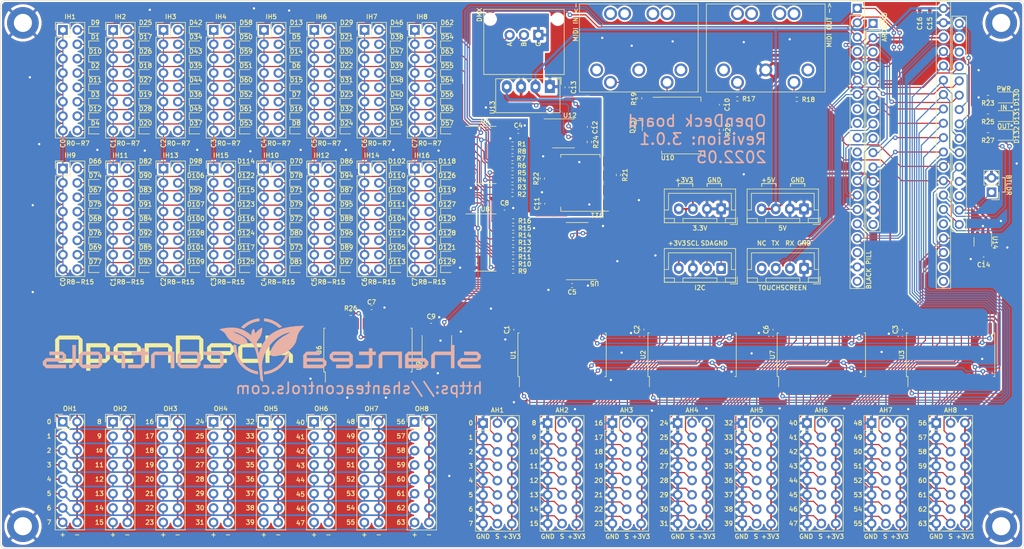
<source format=kicad_pcb>
(kicad_pcb (version 20211014) (generator pcbnew)
  (layers (0 "F.Cu" signal) (31 "B.Cu" signal) (34 "B.Paste" user) (35 "F.Paste" user) (36 "B.SilkS" user "B.Silkscreen") (37 "F.SilkS" user "F.Silkscreen") (38 "B.Mask" user) (39 "F.Mask" user) (44 "Edge.Cuts" user))
  (net 0 "")
  (net 2 "GND")
  (net 3 "+3V3")
  (net 5 "+5V")
  (net 14 "Net-(D1-Pad1)")
  (net 15 "Net-(J1-Pad4)")
  (net 16 "Net-(J1-Pad5)")
  (net 17 "Net-(J2-Pad4)")
  (net 18 "Net-(D2-Pad1)")
  (net 20 "Net-(D3-Pad1)")
  (net 21 "Net-(D4-Pad1)")
  (net 22 "Net-(D19-Pad1)")
  (net 23 "Net-(D20-Pad1)")
  (net 24 "Net-(D5-Pad1)")
  (net 25 "Net-(D6-Pad1)")
  (net 26 "Net-(D7-Pad1)")
  (net 27 "Net-(D28-Pad1)")
  (net 28 "Net-(D9-Pad1)")
  (net 29 "Net-(D10-Pad1)")
  (net 30 "Net-(D11-Pad1)")
  (net 31 "Net-(D12-Pad1)")
  (net 32 "Net-(D13-Pad1)")
  (net 33 "Net-(D14-Pad1)")
  (net 34 "Net-(D15-Pad1)")
  (net 35 "Net-(D16-Pad1)")
  (net 36 "Net-(D34-Pad1)")
  (net 37 "Net-(D17-Pad1)")
  (net 38 "Net-(D18-Pad1)")
  (net 39 "Net-(D23-Pad1)")
  (net 40 "Net-(D24-Pad1)")
  (net 41 "Net-(D25-Pad1)")
  (net 42 "Net-(D26-Pad1)")
  (net 43 "Net-(D27-Pad1)")
  (net 44 "Net-(D50-Pad1)")
  (net 45 "Net-(D51-Pad1)")
  (net 46 "Net-(D52-Pad1)")
  (net 47 "Net-(D53-Pad1)")
  (net 48 "Net-(D29-Pad1)")
  (net 49 "Net-(D30-Pad1)")
  (net 50 "Net-(D31-Pad1)")
  (net 51 "Net-(D32-Pad1)")
  (net 52 "Net-(D33-Pad1)")
  (net 53 "Net-(D35-Pad1)")
  (net 54 "Net-(D8-Pad1)")
  (net 55 "Net-(D36-Pad1)")
  (net 56 "Net-(D37-Pad1)")
  (net 57 "Net-(D38-Pad1)")
  (net 58 "Net-(D39-Pad1)")
  (net 59 "Net-(D21-Pad1)")
  (net 60 "Net-(D22-Pad1)")
  (net 61 "Net-(D40-Pad1)")
  (net 62 "Net-(D41-Pad1)")
  (net 63 "Net-(D42-Pad1)")
  (net 64 "Net-(D43-Pad1)")
  (net 65 "Net-(D44-Pad1)")
  (net 66 "Net-(D45-Pad1)")
  (net 67 "Net-(D46-Pad1)")
  (net 68 "Net-(D47-Pad1)")
  (net 69 "Net-(D48-Pad1)")
  (net 70 "Net-(D49-Pad1)")
  (net 71 "Net-(D54-Pad1)")
  (net 72 "Net-(D55-Pad1)")
  (net 73 "Net-(D56-Pad1)")
  (net 74 "Net-(D57-Pad1)")
  (net 75 "Net-(D58-Pad1)")
  (net 76 "Net-(D59-Pad1)")
  (net 77 "Net-(D60-Pad1)")
  (net 78 "Net-(D61-Pad1)")
  (net 79 "Net-(D62-Pad1)")
  (net 80 "Net-(D63-Pad1)")
  (net 81 "Net-(D64-Pad1)")
  (net 82 "Net-(D65-Pad1)")
  (net 83 "Net-(D66-Pad1)")
  (net 84 "Net-(D67-Pad1)")
  (net 85 "Net-(D68-Pad1)")
  (net 86 "Net-(D69-Pad1)")
  (net 87 "Net-(D70-Pad1)")
  (net 88 "Net-(D71-Pad1)")
  (net 89 "Net-(D72-Pad1)")
  (net 90 "Net-(D73-Pad1)")
  (net 91 "Net-(D74-Pad1)")
  (net 92 "Net-(D75-Pad1)")
  (net 93 "Net-(D76-Pad1)")
  (net 94 "Net-(D77-Pad1)")
  (net 95 "Net-(D78-Pad1)")
  (net 96 "Net-(D79-Pad1)")
  (net 97 "Net-(D80-Pad1)")
  (net 98 "Net-(D81-Pad1)")
  (net 99 "Net-(D82-Pad1)")
  (net 100 "Net-(D83-Pad1)")
  (net 101 "Net-(D84-Pad1)")
  (net 102 "Net-(D85-Pad1)")
  (net 103 "Net-(D86-Pad1)")
  (net 104 "Net-(D87-Pad1)")
  (net 105 "Net-(D88-Pad1)")
  (net 106 "Net-(D89-Pad1)")
  (net 107 "Net-(D90-Pad1)")
  (net 108 "Net-(D91-Pad1)")
  (net 109 "Net-(D92-Pad1)")
  (net 110 "Net-(D93-Pad1)")
  (net 111 "Net-(D94-Pad1)")
  (net 112 "Net-(D95-Pad1)")
  (net 113 "Net-(D96-Pad1)")
  (net 114 "Net-(D97-Pad1)")
  (net 115 "Net-(D98-Pad1)")
  (net 116 "Net-(D99-Pad1)")
  (net 117 "Net-(D100-Pad1)")
  (net 118 "Net-(D101-Pad1)")
  (net 119 "Net-(D102-Pad1)")
  (net 120 "Net-(D103-Pad1)")
  (net 121 "Net-(D104-Pad1)")
  (net 122 "Net-(D105-Pad1)")
  (net 123 "Net-(D106-Pad1)")
  (net 124 "Net-(D107-Pad1)")
  (net 125 "Net-(D108-Pad1)")
  (net 126 "Net-(D109-Pad1)")
  (net 127 "Net-(D110-Pad1)")
  (net 128 "Net-(D111-Pad1)")
  (net 129 "Net-(D112-Pad1)")
  (net 130 "Net-(D113-Pad1)")
  (net 131 "Net-(D114-Pad1)")
  (net 132 "Net-(D115-Pad1)")
  (net 133 "Net-(D116-Pad1)")
  (net 134 "Net-(D117-Pad1)")
  (net 135 "Net-(D118-Pad1)")
  (net 136 "Net-(D119-Pad1)")
  (net 137 "Net-(D120-Pad1)")
  (net 138 "Net-(D121-Pad1)")
  (net 139 "Net-(D122-Pad1)")
  (net 140 "Net-(D123-Pad1)")
  (net 141 "Net-(D124-Pad1)")
  (net 142 "Net-(D125-Pad1)")
  (net 143 "Net-(D126-Pad1)")
  (net 144 "Net-(D127-Pad1)")
  (net 145 "Net-(D128-Pad1)")
  (net 146 "Net-(D129-Pad1)")
  (net 148 "GND1")
  (net 149 "Net-(R22-Pad2)")
  (net 151 "+5VD")
  (net 154 "/MIDI_TX")
  (net 155 "/MIDI_RX")
  (net 156 "Net-(R21-Pad2)")
  (net 157 "/LEDs/LED_ROW_1")
  (net 158 "/LEDs/LED_COLUMN_1")
  (net 159 "/LEDs/LED_ROW_2")
  (net 160 "/LEDs/LED_ROW_3")
  (net 161 "/LEDs/LED_ROW_4")
  (net 162 "/LEDs/LED_ROW_5")
  (net 163 "/LEDs/LED_ROW_6")
  (net 164 "/LEDs/LED_ROW_7")
  (net 165 "/LEDs/LED_ROW_8")
  (net 166 "/LEDs/LED_COLUMN_2")
  (net 167 "/LEDs/LED_COLUMN_3")
  (net 168 "/LEDs/LED_COLUMN_4")
  (net 169 "/LEDs/LED_COLUMN_5")
  (net 170 "/LEDs/LED_COLUMN_6")
  (net 171 "/LEDs/LED_COLUMN_7")
  (net 172 "/LEDs/LED_COLUMN_8")
  (net 173 "/Buttons/Rows 0-7/BR_1")
  (net 174 "/Buttons/Rows 0-7/BR_3")
  (net 175 "/Buttons/Rows 0-7/BR_5")
  (net 176 "/Buttons/Rows 0-7/BR_7")
  (net 177 "/Buttons/Rows 0-7/BR_0")
  (net 178 "/Buttons/Rows 0-7/BR_2")
  (net 179 "/Buttons/Rows 0-7/BR_4")
  (net 180 "/Buttons/Rows 0-7/BR_6")
  (net 181 "/Buttons/Rows 8-15/BR_0")
  (net 182 "/Buttons/Rows 8-15/BR_2")
  (net 183 "/Buttons/Rows 8-15/BR_4")
  (net 184 "/Buttons/Rows 8-15/BR_6")
  (net 185 "/Buttons/Rows 8-15/BR_1")
  (net 186 "/Buttons/Rows 8-15/BR_3")
  (net 187 "/Buttons/Rows 8-15/BR_5")
  (net 188 "/Buttons/Rows 8-15/BR_7")
  (net 189 "+3.3VADC")
  (net 201 "/SPI_CLK")
  (net 204 "Net-(D131-Pad2)")
  (net 208 "/MUX_COMMON_1")
  (net 209 "Net-(R26-Pad2)")
  (net 211 "Net-(J4-Pad2)")
  (net 212 "Net-(J4-Pad3)")
  (net 213 "Net-(U6-Pad1)")
  (net 214 "Net-(U6-Pad12)")
  (net 215 "Net-(U6-Pad13)")
  (net 216 "/Buttons/BC_0")
  (net 217 "/Buttons/BC_1")
  (net 218 "/Buttons/BC_2")
  (net 219 "/Buttons/BC_3")
  (net 220 "/Buttons/BC_4")
  (net 221 "/Buttons/BC_5")
  (net 222 "/Buttons/BC_6")
  (net 223 "/Buttons/BC_7")
  (net 224 "/Buttons/SR_DAISY_OUT_1")
  (net 225 "/Buttons/Rows 8-15/SR_IN_DAISY")
  (net 226 "Net-(D130-Pad2)")
  (net 228 "/SDA")
  (net 229 "/SCL")
  (net 230 "/MUX_COMMON_2")
  (net 231 "/MUX_COMMON_4")
  (net 232 "/MUX_COMMON_3")
  (net 233 "/MUX_S0")
  (net 234 "/MUX_S1")
  (net 235 "/MUX_S3")
  (net 236 "/MUX_S2")
  (net 237 "Net-(D132-Pad2)")
  (net 238 "/TSCREEN_RX")
  (net 239 "/DMX_TSCREEN_TX")
  (net 240 "/SR_IN_DATA")
  (net 241 "/SR_IN_LATCH")
  (net 243 "/DEC_DI_A0")
  (net 244 "/DEC_DI_A1")
  (net 245 "/DEC_DI_A2")
  (net 246 "/MAX7219_LOAD")
  (net 247 "/MAX7219_DIN")
  (net 248 "/TRAFFIC_IN")
  (net 249 "/TRAFFIC_OUT")
  (net 250 "/Analog/Multiplexer 1/A_IN_15")
  (net 251 "/Analog/Multiplexer 1/A_IN_14")
  (net 252 "/Analog/Multiplexer 1/A_IN_13")
  (net 253 "/Analog/Multiplexer 1/A_IN_12")
  (net 254 "/Analog/Multiplexer 1/A_IN_11")
  (net 255 "/Analog/Multiplexer 1/A_IN_10")
  (net 256 "/Analog/Multiplexer 1/A_IN_9")
  (net 257 "/Analog/Multiplexer 1/A_IN_8")
  (net 258 "/Analog/Multiplexer 1/A_IN_0")
  (net 259 "/Analog/Multiplexer 1/A_IN_1")
  (net 260 "/Analog/Multiplexer 1/A_IN_2")
  (net 261 "/Analog/Multiplexer 1/A_IN_3")
  (net 262 "/Analog/Multiplexer 1/A_IN_4")
  (net 263 "/Analog/Multiplexer 1/A_IN_5")
  (net 264 "/Analog/Multiplexer 1/A_IN_6")
  (net 265 "/Analog/Multiplexer 1/A_IN_7")
  (net 266 "/Analog/Multiplexer 2/A_IN_15")
  (net 267 "/Analog/Multiplexer 2/A_IN_14")
  (net 268 "/Analog/Multiplexer 2/A_IN_13")
  (net 269 "/Analog/Multiplexer 2/A_IN_12")
  (net 270 "/Analog/Multiplexer 2/A_IN_11")
  (net 271 "/Analog/Multiplexer 2/A_IN_10")
  (net 272 "/Analog/Multiplexer 2/A_IN_9")
  (net 273 "/Analog/Multiplexer 2/A_IN_8")
  (net 274 "/Analog/Multiplexer 2/A_IN_0")
  (net 275 "/Analog/Multiplexer 2/A_IN_1")
  (net 276 "/Analog/Multiplexer 2/A_IN_2")
  (net 277 "/Analog/Multiplexer 2/A_IN_3")
  (net 278 "/Analog/Multiplexer 2/A_IN_4")
  (net 279 "/Analog/Multiplexer 2/A_IN_5")
  (net 280 "/Analog/Multiplexer 2/A_IN_6")
  (net 281 "/Analog/Multiplexer 2/A_IN_7")
  (net 282 "/Analog/Multiplexer 3/A_IN_15")
  (net 283 "/Analog/Multiplexer 3/A_IN_14")
  (net 284 "/Analog/Multiplexer 3/A_IN_13")
  (net 285 "/Analog/Multiplexer 3/A_IN_12")
  (net 286 "/Analog/Multiplexer 3/A_IN_11")
  (net 287 "/Analog/Multiplexer 3/A_IN_10")
  (net 288 "/Analog/Multiplexer 3/A_IN_9")
  (net 289 "/Analog/Multiplexer 3/A_IN_8")
  (net 290 "/Analog/Multiplexer 3/A_IN_0")
  (net 291 "/Analog/Multiplexer 3/A_IN_1")
  (net 292 "/Analog/Multiplexer 3/A_IN_2")
  (net 293 "/Analog/Multiplexer 3/A_IN_3")
  (net 294 "/Analog/Multiplexer 3/A_IN_4")
  (net 295 "/Analog/Multiplexer 3/A_IN_5")
  (net 296 "/Analog/Multiplexer 3/A_IN_6")
  (net 297 "/Analog/Multiplexer 3/A_IN_7")
  (net 298 "/Analog/Multiplexer 4/A_IN_15")
  (net 299 "/Analog/Multiplexer 4/A_IN_14")
  (net 300 "/Analog/Multiplexer 4/A_IN_13")
  (net 301 "/Analog/Multiplexer 4/A_IN_12")
  (net 302 "/Analog/Multiplexer 4/A_IN_11")
  (net 303 "/Analog/Multiplexer 4/A_IN_10")
  (net 304 "/Analog/Multiplexer 4/A_IN_9")
  (net 305 "/Analog/Multiplexer 4/A_IN_8")
  (net 306 "/Analog/Multiplexer 4/A_IN_0")
  (net 307 "/Analog/Multiplexer 4/A_IN_1")
  (net 308 "/Analog/Multiplexer 4/A_IN_2")
  (net 309 "/Analog/Multiplexer 4/A_IN_3")
  (net 310 "/Analog/Multiplexer 4/A_IN_4")
  (net 311 "/Analog/Multiplexer 4/A_IN_5")
  (net 312 "/Analog/Multiplexer 4/A_IN_6")
  (net 313 "/Analog/Multiplexer 4/A_IN_7")
  (net 316 "Net-(D33-Pad2)")
  (footprint "Diode_SMD:D_SOD-523" (layer "F.Cu") (at 142.24 36.322)
    (fp_text reference "D30")
    (fp_text value "1N4148WT")
  )
  (footprint "Diode_SMD:D_SOD-523" (layer "F.Cu") (at 133.35 36.322)
    (fp_text reference "D14")
    (fp_text value "1N4148WT")
  )
  (footprint "Diode_SMD:D_SOD-523" (layer "F.Cu") (at 124.46 46.482)
    (fp_text reference "D61")
    (fp_text value "1N4148WT")
  )
  (footprint "Diode_SMD:D_SOD-523" (layer "F.Cu") (at 115.57 46.482)
    (fp_text reference "D45")
    (fp_text value "1N4148WT")
  )
  (footprint "igor_footprint_lib:3x08" (layer "F.Cu") (at 166.365 100.775)
    (fp_text reference "AH1")
    (fp_text value "3x08" hide)
  )
  (footprint "Diode_SMD:D_SOD-523" (layer "F.Cu") (at 133.35 65.913)
    (fp_text reference "D72")
    (fp_text value "1N4148WT")
  )
  (footprint "LED_SMD:LED_0805_2012Metric" (layer "F.Cu") (at 258.445 43.18 180)
    (fp_text reference "D130")
    (fp_text value "Red")
  )
  (footprint "Resistor_SMD:R_0402_1005Metric" (layer "F.Cu") (at 171.704 68.834)
    (fp_text reference "R13")
    (fp_text value "4.7k")
  )
  (footprint "MountingHole:MountingHole_3.2mm_M3_DIN965_Pad" (layer "F.Cu") (at 258 30)
    (fp_text reference "H3" hide)
    (fp_text value "MountingHole_Pad" hide)
  )
  (footprint "Diode_SMD:D_SOD-523" (layer "F.Cu") (at 142.24 31.242)
    (fp_text reference "D29")
    (fp_text value "1N4148WT")
  )
  (footprint "Diode_SMD:D_SOD-523" (layer "F.Cu") (at 106.68 46.482)
    (fp_text reference "D28")
    (fp_text value "1N4148WT")
  )
  (footprint "Diode_SMD:D_SOD-523" (layer "F.Cu") (at 160.02 33.782)
    (fp_text reference "D54")
    (fp_text value "1N4148WT")
  )
  (footprint "Resistor_SMD:R_0402_1005Metric" (layer "F.Cu") (at 185.166 51.054 -90)
    (fp_text reference "R24")
    (fp_text value "133")
  )
  (footprint "Connector_JST:JST_XH_B4B-XH-A_1x04_P2.50mm_Vertical" (layer "F.Cu") (at 208.474 73.406 180)
    (fp_text reference "J6" hide)
    (fp_text value "Conn_01x04" hide)
  )
  (footprint "Resistor_SMD:R_0402_1005Metric" (layer "F.Cu") (at 171.704 67.564)
    (fp_text reference "R14")
    (fp_text value "4.7k")
  )
  (footprint "Connector_PinHeader_2.54mm:PinHeader_1x02_P2.54mm_Vertical" (layer "F.Cu") (at 256.286 59.944 180)
    (fp_text reference "J5" hide)
    (fp_text value "Conn_01x02" hide)
  )
  (footprint "Resistor_SMD:R_0402_1005Metric" (layer "F.Cu") (at 171.577 59.06564)
    (fp_text reference "R3")
    (fp_text value "4.7k")
  )
  (footprint "Diode_SMD:D_SOD-523" (layer "F.Cu") (at 160.02 38.862)
    (fp_text reference "D55")
    (fp_text value "1N4148WT")
  )
  (footprint "Diode_SMD:D_SOD-523" (layer "F.Cu") (at 124.46 36.322)
    (fp_text reference "D59")
    (fp_text value "1N4148WT")
  )
  (footprint "Resistor_SMD:R_0402_1005Metric" (layer "F.Cu") (at 171.577 57.79564)
    (fp_text reference "R4")
    (fp_text value "4.7k")
  )
  (footprint "Diode_SMD:D_SOD-523" (layer "F.Cu") (at 97.79 73.533)
    (fp_text reference "D77")
    (fp_text value "1N4148WT")
  )
  (footprint "Resistor_SMD:R_0402_1005Metric" (layer "F.Cu") (at 208.534 48.908 -90)
    (fp_text reference "R20")
    (fp_text value "4.7k")
  )
  (footprint "Diode_SMD:D_SOD-523" (layer "F.Cu") (at 106.68 31.242)
    (fp_text reference "D25")
    (fp_text value "1N4148WT")
  )
  (footprint "Connector_JST:JST_XH_B4B-XH-A_1x04_P2.50mm_Vertical" (layer "F.Cu") (at 223.123 62.882 180)
    (fp_text reference "J8" hide)
    (fp_text value "Conn_01x04" hide)
  )
  (footprint "Diode_SMD:D_SOD-523" (layer "F.Cu") (at 106.68 70.993)
    (fp_text reference "D85")
    (fp_text value "1N4148WT")
  )
  (footprint "igor_footprint_lib:DIN5" (layer "F.Cu") (at 208.908 38.313)
    (fp_text reference "J1" hide)
    (fp_text value "DIN-5" hide)
  )
  (footprint "Diode_SMD:D_SOD-523" (layer "F.Cu") (at 97.79 70.993)
    (fp_text reference "D69")
    (fp_text value "1N4148WT")
  )
  (footprint "Diode_SMD:D_SOD-523" (layer "F.Cu") (at 160.02 65.913)
    (fp_text reference "D120")
    (fp_text value "1N4148WT")
  )
  (footprint "Diode_SMD:D_SOD-523" (layer "F.Cu") (at 106.68 43.942)
    (fp_text reference "D19")
    (fp_text value "1N4148WT")
  )
  (footprint "Diode_SMD:D_SOD-523" (layer "F.Cu") (at 106.68 36.322)
    (fp_text reference "D26")
    (fp_text value "1N4148WT")
  )
  (footprint "Capacitor_SMD:C_0402_1005Metric" (layer "F.Cu") (at 243.586 28.194 90)
    (fp_text reference "C16")
    (fp_text value "100n")
  )
  (footprint "Diode_SMD:D_SOD-523" (layer "F.Cu") (at 133.35 41.402)
    (fp_text reference "D15")
    (fp_text value "1N4148WT")
  )
  (footprint "igor_footprint_lib:Arduino Nano 33 BLE" (layer "F.Cu") (at 235.331 30.084)
    (fp_text reference "U16" hide)
    (fp_text value "Arduino_Nano_33" hide)
  )
  (footprint "igor_footprint_lib:3x08" (layer "F.Cu") (at 223.652 100.745)
    (fp_text reference "AH6")
    (fp_text value "3x08" hide)
  )
  (footprint "Connector_PinHeader_2.54mm:PinHeader_2x08_P2.54mm_Vertical" (layer "F.Cu") (at 100.930596 100.545916)
    (fp_text reference "OH2")
    (fp_text value "Conn_02x08_Top_Bottom" hide)
  )
  (footprint "Resistor_SMD:R_0402_1005Metric" (layer "F.Cu") (at 171.577 53.98564)
    (fp_text reference "R7")
    (fp_text value "4.7k")
  )
  (footprint "Diode_SMD:D_SOD-523" (layer "F.Cu") (at 124.46 33.782)
    (fp_text reference "D50")
    (fp_text value "1N4148WT")
  )
  (footprint "Connector_JST:JST_XH_B4B-XH-A_1x04_P2.50mm_Vertical" (layer "F.Cu") (at 223.139 73.406 180)
    (fp_text reference "J3" hide)
    (fp_text value "Conn_01x04" hide)
  )
  (footprint "Package_SO:SO-8_3.9x4.9mm_P1.27mm" (layer "F.Cu") (at 180.594 49.53)
    (fp_text reference "U12")
    (fp_text value "MAX485")
  )
  (footprint "Diode_SMD:D_SOD-523" (layer "F.Cu") (at 151.13 68.453)
    (fp_text reference "D112")
    (fp_text value "1N4148WT")
  )
  (footprint "Capacitor_SMD:C_0402_1005Metric" (layer "F.Cu") (at 172.593 49.15964 180)
    (fp_text reference "C4")
    (fp_text value "100n")
  )
  (footprint "igor_footprint_lib:RFM-0505" (layer "F.Cu") (at 178.181 41.275 -90)
    (fp_text reference "U13")
    (fp_text value "RFM-0505" hide)
  )
  (footprint "Connector_PinHeader_2.54mm:PinHeader_2x08_P2.54mm_Vertical" (layer "F.Cu") (at 92.075 55.753)
    (fp_text reference "IH9")
    (fp_text value "Conn_02x08_Top_Bottom")
  )
  (footprint "Diode_SMD:D_SOD-523" (layer "F.Cu") (at 133.35 58.293)
    (fp_text reference "D78")
    (fp_text value "1N4148WT")
  )
  (footprint "Resistor_SMD:R_0402_1005Metric" (layer "F.Cu") (at 171.577 55.25564)
    (fp_text reference "R6")
    (fp_text value "4.7k")
  )
  (footprint "Connector_PinHeader_2.54mm:PinHeader_2x08_P2.54mm_Vertical" (layer "F.Cu") (at 109.855 55.753)
    (fp_text reference "IH13")
    (fp_text value "Conn_02x08_Top_Bottom")
  )
  (footprint "Diode_SMD:D_SOD-523" (layer "F.Cu") (at 133.35 55.753)
    (fp_text reference "D70")
    (fp_text value "1N4148WT")
  )
  (footprint "Resistor_SMD:R_0402_1005Metric" (layer "F.Cu") (at 171.577 52.71564)
    (fp_text reference "R8")
    (fp_text value "4.7k")
  )
  (footprint "Diode_SMD:D_SOD-523" (layer "F.Cu") (at 151.13 36.322)
    (fp_text reference "D47")
    (fp_text value "1N4148WT")
  )
  (footprint "Diode_SMD:D_SOD-523" (layer "F.Cu") (at 97.79 49.022)
    (fp_text reference "D4")
    (fp_text value "1N4148WT")
  )
  (footprint "Diode_SMD:D_SOD-523" (layer "F.Cu") (at 97.79 31.242)
    (fp_text reference "D9")
    (fp_text value "1N4148WT")
  )
  (footprint "Package_SO:SSO-8_6.7x9.8mm_P2.54mm_Clearance8mm" (layer "F.Cu") (at 183.580989 58.293 180)
    (fp_text reference "U11")
    (fp_text value "6N137")
  )
  (footprint "Diode_SMD:D_SOD-523" (layer "F.Cu") (at 115.57 70.993)
    (fp_text reference "D101")
    (fp_text value "1N4148WT")
  )
  (footprint "Connector_PinHeader_2.54mm:PinHeader_2x08_P2.54mm_Vertical" (layer "F.Cu") (at 136.525 31.242)
    (fp_text reference "IH6")
    (fp_text value "Conn_02x08_Top_Bottom")
  )
  (footprint "Resistor_SMD:R_0402_1005Metric" (layer "F.Cu") (at 171.704 70.104)
    (fp_text reference "R12")
    (fp_text value "4.7k")
  )
  (footprint "Capacitor_SMD:C_0402_1005Metric" (layer "F.Cu") (at 176.911 61.976 -90)
    (fp_text reference "C11")
    (fp_text value "100n")
  )
  (footprint "Connector_PinHeader_2.54mm:PinHeader_2x08_P2.54mm_Vertical" (layer "F.Cu") (at 109.855 31.242)
    (fp_text reference "IH3")
    (fp_text value "Conn_02x08_Top_Bottom")
  )
  (footprint "MountingHole:MountingHole_3.2mm_M3_DIN965_Pad" (layer "F.Cu") (at 258 119)
    (fp_text reference "H2" hide)
    (fp_text value "MountingHole_Pad" hide)
  )
  (footprint "Diode_SMD:D_SOD-523" (layer "F.Cu") (at 97.79 41.402)
    (fp_text reference "D11")
    (fp_text value "1N4148WT")
  )
  (footprint "Diode_SMD:D_SOD-523" (layer "F.Cu") (at 160.02 63.373)
    (fp_text reference "D127")
    (fp_text value "1N4148WT")
  )
  (footprint "LED_SMD:LED_0805_2012Metric" (layer "F.Cu") (at 258.445 49.784 180)
    (fp_text reference "D132")
    (fp_text value "Blue")
  )
  (footprint "Diode_SMD:D_SOD-523" (layer "F.Cu") (at 106.68 73.533)
    (fp_text reference "D93")
    (fp_text value "1N4148WT")
  )
  (footprint "Diode_SMD:D_SOD-523" (layer "F.Cu") (at 115.57 73.533)
    (fp_text reference "D109")
    (fp_text value "1N4148WT")
  )
  (footprint "Diode_SMD:D_SOD-523" (layer "F.Cu") (at 124.46 60.833)
    (fp_text reference "D115")
    (fp_text value "1N4148WT")
  )
  (footprint "Diode_SMD:D_SOD-523" (layer "F.Cu") (at 160.02 60.833)
    (fp_text reference "D119")
    (fp_text value "1N4148WT")
  )
  (footprint "Connector_PinHeader_2.54mm:PinHeader_2x08_P2.54mm_Vertical" (layer "F.Cu") (at 100.965 55.753)
    (fp_text reference "IH11")
    (fp_text value "Conn_02x08_Top_Bottom")
  )
  (footprint "Package_SO:SO-16_3.9x9.9mm_P1.27mm" (layer "F.Cu") (at 166.751 68.834)
    (fp_text reference "U8")
    (fp_text value "74HC165")
  )
  (footprint "Resistor_SMD:R_0402_1005Metric" (layer "F.Cu") (at 171.577 51.44564)
    (fp_text reference "R1")
    (fp_text value "4.7k")
  )
  (footprint "Diode_SMD:D_SOD-523" (layer "F.Cu") (at 151.13 41.402)
    (fp_text reference "D48")
    (fp_text value "1N4148WT")
  )
  (footprint "Diode_SMD:D_SOD-523" (layer "F.Cu") (at 124.46 55.753)
    (fp_text reference "D114")
    (fp_text value "1N4148WT")
  )
  (footprint "Package_TO_SOT_SMD:SOT-23-5" (layer "F.Cu") (at 254.749 68.7015 -90)
    (fp_text reference "U14")
    (fp_text value "SPX3819M5")
  )
  (footprint "Capacitor_SMD:C_0402_1005Metric" (layer "F.Cu") (at 182.118 76.454 180)
    (fp_text reference "C5")
    (fp_text value "100n")
  )
  (footprint "Diode_SMD:D_SOD-523" (layer "F.Cu") (at 106.68 33.782)
    (fp_text reference "D17")
    (fp_text value "1N4148WT")
  )
  (footprint "Connector_PinHeader_2.54mm:PinHeader_2x08_P2.54mm_Vertical" (layer "F.Cu") (at 136.490596 100.545916)
    (fp_text reference "OH6")
    (fp_text value "Conn_02x08_Top_Bottom")
  )
  (footprint "Capacitor_SMD:C_0402_1005Metric" (layer "F.Cu") (at 157.196 82.765916 180)
    (fp_text reference "C9")
    (fp_text value "100n")
  )
  (footprint "Diode_SMD:D_SOD-523" (layer "F.Cu") (at 124.46 41.402)
    (fp_text reference "D60")
    (fp_text value "1N4148WT")
  )
  (footprint "Connector_PinHeader_2.54mm:PinHeader_2x08_P2.54mm_Vertical" (layer "F.Cu") (at 92.075 31.242)
    (fp_text reference "IH1")
    (fp_text value "Conn_02x08_Top_Bottom")
  )
  (footprint "Connector_PinHeader_2.54mm:PinHeader_2x08_P2.54mm_Vertical" (layer "F.Cu") (at 92.040596 100.530916)
    (fp_text reference "OH1")
    (fp_text value "Conn_02x08_Top_Bottom" hide)
  )
  (footprint "Resistor_SMD:R_0402_1005Metric" (layer "F.Cu") (at 171.704 66.294)
    (fp_text reference "R15")
    (fp_text value "4.7k")
  )
  (footprint "Diode_SMD:D_SOD-523" (layer "F.Cu") (at 133.35 73.533)
    (fp_text reference "D81")
    (fp_text value "1N4148WT")
  )
  (footprint "Resistor_SMD:R_0402_1005Metric" (layer "F.Cu") (at 171.704 73.914)
    (fp_text reference "R9")
    (fp_text value "4.7k")
  )
  (footprint "LED_SMD:LED_0805_2012Metric" (layer "F.Cu") (at 258.445 46.482 180)
    (fp_text reference "D131")
    (fp_text value "Green")
  )
  (footprint "Diode_SMD:D_SOD-523" (layer "F.Cu") (at 115.57 65.913)
    (fp_text reference "D100")
    (fp_text value "1N4148WT")
  )
  (footprint "Diode_SMD:D_SOD-523" (layer "F.Cu") (at 160.02 41.402)
    (fp_text reference "D64")
    (fp_text value "1N4148WT")
  )
  (footprint "Diode_SMD:D_SOD-523" (layer "F.Cu") (at 193.929 48.387 -90)
    (fp_text reference "D33")
    (fp_text value "1N4148WT")
  )
  (footprint "Resistor_SMD:R_0402_1005Metric" (layer "F.Cu") (at 171.704 71.374)
    (fp_text reference "R11")
    (fp_text value "4.7k")
  )
  (footprint "Package_SO:TSSOP-14_4.4x5mm_P0.65mm" (layer "F.Cu") (at 158.212 87.464916 90)
    (fp_text reference "U9")
    (fp_text value "74AHCT125")
  )
  (footprint "Diode_SMD:D_SOD-523" (layer "F.Cu") (at 97.79 63.373)
    (fp_text reference "D75")
    (fp_text value "1N4148WT")
  )
  (footprint "Diode_SMD:D_SOD-523" (layer "F.Cu") (at 151.13 60.833)
    (fp_text reference "D103")
    (fp_text value "1N4148WT")
  )
  (footprint "Diode_SMD:D_SOD-523" (layer "F.Cu") (at 106.68 38.862)
    (fp_text reference "D18")
    (fp_text value "1N4148WT")
  )
  (footprint "Diode_SMD:D_SOD-523" (layer "F.Cu") (at 151.13 58.293)
    (fp_text reference "D110")
    (fp_text value "1N4148WT")
  )
  (footprint "Diode_SMD:D_SOD-523" (layer "F.Cu") (at 160.02 58.293)
    (fp_text reference "D126")
    (fp_text value "1N4148WT")
  )
  (footprint "Diode_SMD:D_SOD-523" (layer "F.Cu") (at 115.57 33.782)
    (fp_text reference "D34")
    (fp_text value "1N4148WT")
  )
  (footprint "Diode_SMD:D_SOD-523" (layer "F.Cu") (at 160.02 36.322)
    (fp_text reference "D63")
    (fp_text value "1N4148WT")
  )
  (footprint "igor_footprint_lib:STM32F4BlackPill" (layer "F.Cu") (at 232.537 27.432)
    (fp_text reference "U15" hide)
    (fp_text value "STM32F4_Black_Pill" hide)
  )
  (footprint "Diode_SMD:D_SOD-523" (layer "F.Cu") (at 124.46 43.942)
    (fp_text reference "D52")
    (fp_text value "1N4148WT")
  )
  (footprint "Diode_SMD:D_SOD-523" (layer "F.Cu") (at 106.68 63.373)
    (fp_text reference "D91")
    (fp_text value "1N4148WT")
  )
  (footprint "Capacitor_SMD:C_0402_1005Metric" (layer "F.Cu") (at 185.166 48.387 90)
    (fp_text reference "C12")
    (fp_text value "100n")
  )
  (footprint "Diode_SMD:D_SOD-523" (layer "F.Cu") (at 133.35 43.942)
    (fp_text reference "D7")
    (fp_text value "1N4148WT")
  )
  (footprint "Diode_SMD:D_SOD-523" (layer "F.Cu") (at 160.02 55.753)
    (fp_text reference "D118")
    (fp_text value "1N4148WT")
  )
  (footprint "Package_SO:SOIC-24W_7.5x15.4mm_P1.27mm" (layer "F.Cu") (at 249.047 88.68 90)
    (fp_text reference "U3")
    (fp_text value "74HC4067" hide)
  )
  (footprint "Package_SO:SOIC-24W_7.5x15.4mm_P1.27mm" (layer "F.Cu") (at 146.02 87.845916 90)
    (fp_text reference "U6")
    (fp_text value "MAX7219")
  )
  (footprint "Diode_SMD:D_SOD-523" (layer "F.Cu") (at 142.24 38.862)
    (fp_text reference "D22")
    (fp_text value "1N4148WT")
  )
  (footprint "Connector_JST:JST_XH_B4B-XH-A_1x04_P2.50mm_Vertical" (layer "F.Cu") (at 208.474 62.882 180)
    (fp_text reference "J7" hide)
    (fp_text value "Conn_01x04" hide)
  )
  (footprint "Diode_SMD:D_SOD-523" (layer "F.Cu") (at 115.57 68.453)
    (fp_text reference "D108")
    (fp_text value "1N4148WT")
  )
  (footprint "Resistor_SMD:R_0402_1005Metric" (layer "F.Cu") (at 221.862 43.52)
    (fp_text reference "R18")
    (fp_text value "10")
  )
  (footprint "Capacitor_SMD:C_0402_1005Metric" (layer "F.Cu") (at 240.157 84.235 90)
    (fp_text reference "C3")
    (fp_text value "100n")
  )
  (footprint "igor_footprint_lib:3x08" (layer "F.Cu") (at 246.507 100.745)
    (fp_text reference "AH8")
    (fp_text value "3x08" hide)
  )
  (footprint "Diode_SMD:D_SOD-523" (layer "F.Cu") (at 115.57 31.242)
    (fp_text reference "D42")
    (fp_text value "1N4148WT")
  )
  (footprint "Diode_SMD:D_SOD-523" (layer "F.Cu") (at 151.13 31.242)
    (fp_text reference "D46")
    (fp_text value "1N4148WT")
  )
  (footprint "Diode_SMD:D_SOD-523" (layer "F.Cu") (at 115.57 55.753)
    (fp_text reference "D98")
    (fp_text value "1N4148WT")
  )
  (footprint "Diode_SMD:D_SOD-523" (layer "F.Cu") (at 106.68 55.753)
    (fp_text reference "D82")
    (fp_text value "1N4148WT")
  )
  (footprint "Diode_SMD:D_SOD-523" (layer "F.Cu") (at 133.35 70.993)
    (fp_text reference "D73")
    (fp_text value "1N4148WT")
  )
  (footprint "Package_SO:SOIC-24W_7.5x15.4mm_P1.27mm" (layer "F.Cu") (at 203.332 88.68 90)
    (fp_text reference "U2")
    (fp_text value "74HC4067" hide)
  )
  (footprint "Connector_PinHeader_2.54mm:PinHeader_2x08_P2.54mm_Vertical" (layer "F.Cu") (at 136.525 55.753)
    (fp_text reference "IH12")
    (fp_text value "Conn_02x08_Top_Bottom")
  )
  (footprint "Diode_SMD:D_SOD-523" (layer "F.Cu") (at 151.13 38.862)
    (fp_text reference "D39")
    (fp_text value "1N4148WT")
  )
  (footprint "Diode_SMD:D_SOD-523" (layer "F.Cu") (at 115.57 38.862)
    (fp_text reference "D35")
    (fp_text value "1N4148WT")
  )
  (footprint "Diode_SMD:D_SOD-523" (layer "F.Cu") (at 142.24 49.022)
    (fp_text reference "D24")
    (fp_text value "1N4148WT")
  )
  (footprint "Diode_SMD:D_SOD-523" (layer "F.Cu") (at 142.24 41.402)
    (fp_text reference "D31")
    (fp_text value "1N4148WT")
  )
  (footprint "Diode_SMD:D_SOD-523" (layer "F.Cu") (at 133.35 60.833)
    (fp_text reference "D71")
    (fp_text value "1N4148WT")
  )
  (footprint "Diode_SMD:D_SOD-523" (layer "F.Cu") (at 151.13 73.533)
    (fp_text reference "D113")
    (fp_text value "1N4148WT")
  )
  (footprint "Diode_SMD:D_SOD-523" (layer "F.Cu") (at 124.46 31.242)
    (fp_text reference "D58")
    (fp_text value "1N4148WT")
  )
  (footprint "Connector_PinHeader_2.54mm:PinHeader_2x08_P2.54mm_Vertical" (layer "F.Cu") (at 145.415 31.242)
    (fp_text reference "IH7")
    (fp_text value "Conn_02x08_Top_Bottom")
  )
  (footprint "Package_SO:SOIC-24W_7.5x15.4mm_P1.27mm" (layer "F.Cu") (at 226.192 88.68 90)
    (fp_text reference "U7")
    (fp_text value "74HC4067" hide)
  )
  (footprint "Diode_SMD:D_SOD-523" (layer "F.Cu") (at 160.02 46.482)
    (fp_text reference "D65")
    (fp_text value "1N4148WT")
  )
  (footprint "Diode_SMD:D_SOD-523" (layer "F.Cu") (at 142.24 70.993)
    (fp_text reference "D89")
    (fp_text value "1N4148WT")
  )
  (footprint "Diode_SMD:D_SOD-523" (layer "F.Cu") (at 115.57 49.022)
    (fp_text reference "D37")
    (fp_text value "1N4148WT")
  )
  (footprint "Diode_SMD:D_SOD-523" (layer "F.Cu") (at 97.79 46.482)
    (fp_text reference "D12")
    (fp_text value "1N4148WT")
  )
  (footprint "Capacitor_SMD:C_0402_1005Metric" (layer "F.Cu") (at 208.534 44.463 90)
    (fp_text reference "C10")
    (fp_text value "100n")
  )
  (footprint "Resistor_SMD:R_0402_1005Metric" (layer "F.Cu") (at 176.85 57.531 90)
    (fp_text reference "R22")
    (fp_text value "4.7k")
  )
  (footprint "Connector_PinHeader_2.54mm:PinHeader_2x08_P2.54mm_Vertical" (layer "F.Cu") (at 127.635 31.242)
    (fp_text reference "IH5")
    (fp_text value "Conn_02x08_Top_Bottom")
  )
  (footprint "igor_footprint_lib:DIN5" (layer "F.Cu") (at 186.458 38.313)
    (fp_text reference "J2" hide)
    (fp_text value "DIN-5" hide)
  )
  (footprint "Package_SO:SO-16_3.9x9.9mm_P1.27mm" (layer "F.Cu") (at 166.751 53.35064)
    (fp_text reference "U4")
    (fp_text value "74HC165")
  )
  (footprint "Diode_SMD:D_SOD-523" (layer "F.Cu") (at 133.35 68.453)
    (fp_text reference "D80")
    (fp_text value "1N4148WT")
  )
  (footprint "Diode_SMD:D_SOD-523" (layer "F.Cu") (at 97.79 60.833)
    (fp_text reference "D67")
    (fp_text value "1N4148WT")
  )
  (footprint "Resistor_SMD:R_0402_1005Metric" (layer "F.Cu") (at 190.312 56.896 -90)
    (fp_text reference "R21")
    (fp_text value "470")
  )
  (footprint "Diode_SMD:D_SOD-523" (layer "F.Cu") (at 133.35 38.862)
    (fp_text reference "D6")
    (fp_text value "1N4148WT")
  )
  (footprint "Diode_SMD:D_SOD-523" (layer "F.Cu") (at 142.24 33.782)
    (fp_text reference "D21")
    (fp_text value "1N4148WT")
  )
  (footprint "Connector_PinHeader_2.54mm:PinHeader_2x08_P2.54mm_Vertical" (layer "F.Cu") (at 145.415 55.753)
    (fp_text reference "IH14")
    (fp_text value "Conn_02x08_Top_Bottom")
  )
  (footprint "Diode_SMD:D_SOD-523" (layer "F.Cu") (at 124.46 49.022)
    (fp_text reference "D53")
    (fp_text value "1N4148WT")
  )
  (footprint "Diode_SMD:D_SOD-523" (layer "F.Cu") (at 142.24 46.482)
    (fp_text reference "D32")
    (fp_text value "1N4148WT")
  )
  (footprint "Connector_PinHeader_2.54mm:PinHeader_2x08_P2.54mm_Vertical" (layer "F.Cu") (at 109.820596 100.545916)
    (fp_text reference "OH3")
    (fp_text value "Conn_02x08_Top_Bottom" hide)
  )
  (footprint "Package_SO:SOIC-24W_7.5x15.4mm_P1.27mm" (layer "F.Cu") (at 180.34 88.695 90)
    (fp_text reference "U1")
    (fp_text value "74HC4067" hide)
  )
  (footprint "Diode_SMD:D_SOD-523" (layer "F.Cu") (at 151.13 49.022)
    (fp_text reference "D41")
    (fp_text value "1N4148WT")
  )
  (footprint "Resistor_SMD:R_0402_1005Metric" (layer "F.Cu") (at 142.974 81.353916)
    (fp_text reference "R26")
    (fp_text value "10k")
  )
  (footprint "Connector_PinHeader_2.54mm:PinHeader_2x08_P2.54mm_Vertical" (layer "F.Cu") (at 118.745 31.242)
    (fp_text reference "IH4")
    (fp_text value "Conn_02x08_Top_Bottom")
  )
  (footprint "Diode_SMD:D_SOD-523" (layer "F.Cu") (at 142.24 68.453)
    (fp_text reference "D96")
    (fp_text value "1N4148WT")
  )
  (footprint "Resistor_SMD:R_0402_1005Metric" (layer "F.Cu") (at 255.651 49.784)
    (fp_text reference "R27")
    (fp_text value "1k")
  )
  (footprint "Diode_SMD:D_SOD-523" (layer "F.Cu") (at 124.46 70.993)
    (fp_text reference "D117")
    (fp_text value "1N4148WT")
  )
  (footprint "Diode_SMD:D_SOD-523" (layer "F.Cu") (at 97.79 33.782)
    (fp_text reference "D1")
    (fp_text value "1N4148WT")
  )
  (footprint "Diode_SMD:D_SOD-523" (layer "F.Cu") (at 133.35 33.782)
    (fp_text reference "D5")
    (fp_text value "1N4148WT")
  )
  (footprint "Diode_SMD:D_SOD-523" (layer "F.Cu") (at 151.13 33.782)
    (fp_text reference "D38")
    (fp_text value "1N4148WT")
  )
  (footprint "Resistor_SMD:R_0402_1005Metric" (layer "F.Cu") (at 255.651 46.482)
    (fp_text reference "R25")
    (fp_text value "680")
  )
  (footprint "Diode_SMD:D_SOD-523" (layer "F.Cu") (at 151.13 65.913)
    (fp_text reference "D104")
    (fp_text value "1N4148WT")
  )
  (footprint "Diode_SMD:D_SOD-523" (layer "F.Cu") (at 106.68 60.833)
    (fp_text reference "D83")
    (fp_text value "1N4148WT")
  )
  (footprint "Diode_SMD:D_SOD-523" (layer "F.Cu") (at 115.57 60.833)
    (fp_text reference "D99")
    (fp_text value "1N4148WT")
  )
  (footprint "Diode_SMD:D_SOD-523" (layer "F.Cu") (at 97.79 38.862)
    (fp_text reference "D2")
    (fp_text value "1N4148WT")
  )
  (footprint "Resistor_SMD:R_0402_1005Metric" (layer "F.Cu") (at 255.651 43.18)
    (fp_text reference "R23")
    (fp_text value "1k")
  )
  (footprint "Package_SO:SO-16_3.9x9.9mm_P1.27mm" (layer "F.Cu") (at 183.007 70.358 180)
    (fp_text reference "U5")
    (fp_text value "74HC138")
  )
  (footprint "Diode_SMD:D_SOD-523" (layer "F.Cu") (at 133.35 31.242)
    (fp_text reference "D13")
    (fp_text value "1N4148WT")
  )
  (footprint "Diode_SMD:D_SOD-523" (layer "F.Cu") (at 151.13 46.482)
    (fp_text reference "D49")
    (fp_text value "1N4148WT")
  )
  (footprint "Connector_PinHeader_2.54mm:PinHeader_2x08_P2.54mm_Vertical" (layer "F.Cu") (at 127.635 55.753)
    (fp_text reference "IH10")
    (fp_text value "Conn_02x08_Top_Bottom")
  )
  (footprint "Connector_PinHeader_2.54mm:PinHeader_2x08_P2.54mm_Vertical" (layer "F.Cu") (at 127.600596 100.545916)
    (fp_text reference "OH5")
    (fp_text value "Conn_02x08_Top_Bottom" hide)
  )
  (footprint "Diode_SMD:D_SOD-523" (layer "F.Cu") (at 142.24 63.373)
    (fp_text reference "D95")
    (fp_text value "1N4148WT")
  )
  (footprint "Diode_SMD:D_SOD-523" (layer "F.Cu") (at 160.02 70.993)
    (fp_text reference "D121")
    (fp_text value "1N4148WT")
  )
  (footprint "igor_footprint_lib:3x08" (layer "F.Cu") (at 200.792 100.745)
    (fp_text reference "AH4")
    (fp_text value "3x08" hide)
  )
  (footprint "Diode_SMD:D_SOD-523" (layer "F.Cu") (at 151.13 63.373)
    (fp_text reference "D111")
    (fp_text value "1N4148WT")
  )
  (footprint "MountingHole:MountingHole_3.2mm_M3_DIN965_Pad" (layer "F.Cu") (at 85 119)
    (fp_text reference "H1" hide)
    (fp_text value "MountingHole_Pad" hide)
  )
  (footprint "Diode_SMD:D_SOD-523" (layer "F.Cu") (at 142.24 43.942)
    (fp_text reference "D23")
    (fp_text value "1N4148WT")
  )
  (footprint "Resistor_SMD:R_0402_1005Metric" (layer "F.Cu") (at 171.704 72.644)
    (fp_text reference "R10")
    (fp_text value "4.7k")
  )
  (footprint "igor_footprint_lib:3x08" (layer "F.Cu") (at 177.8 100.76)
    (fp_text reference "AH2")
    (fp_text value "3x08" hide)
  )
  (footprint "Diode_SMD:D_SOD-523" (layer "F.Cu") (at 142.24 65.913)
    (fp_text reference "D88")
    (fp_text value "1N4148WT")
  )
  (footprint "Diode_SMD:D_SOD-523" (layer "F.Cu") (at 133.35 49.022)
    (fp_text reference "D8")
    (fp_text value "1N4148WT")
  )
  (footprint "Diode_SMD:D_SOD-523" (layer "F.Cu") (at 124.46 73.533)
    (fp_text reference "D125")
    (fp_text value "1N4148WT")
  )
  (footprint "Diode_SMD:D_SOD-523" (layer "F.Cu") (at 124.46 38.862)
    (fp_text reference "D51")
    (fp_text value "1N4148WT")
  )
  (footprint "Diode_SMD:D_SOD-523" (layer "F.Cu") (at 151.13 43.942)
    (fp_text reference "D40")
    (fp_text value "1N4148WT")
  )
  (footprint "MountingHole:MountingHole_3.2mm_M3_DIN965_Pad" (layer "F.Cu") (at 85 30)
    (fp_text reference "H4" hide)
    (fp_text value "MountingHole_Pad" hide)
  )
  (footprint "Diode_SMD:D_SOD-523" (layer "F.Cu") (at 97.79 58.293)
    (fp_text reference "D74")
    (fp_text value "1N4148WT")
  )
  (footprint "Diode_SMD:D_SOD-523" (layer "F.Cu") (at 106.68 58.293)
    (fp_text reference "D90")
    (fp_text value "1N4148WT")
  )
  (footprint "Diode_SMD:D_SOD-523" (layer "F.Cu") (at 97.79 43.942)
    (fp_text reference "D3")
    (fp_text value "1N4148WT")
  )
  (footprint "Diode_SMD:D_SOD-523" (layer "F.Cu") (at 151.13 55.753)
    (fp_text reference "D102")
    (fp_text value "1N4148WT")
  )
  (footprint "Resistor_SMD:R_0402_1005Metric" (layer "F.Cu") (at 171.577 56.52564)
    (fp_text reference "R5")
    (fp_text value "4.7k")
  )
  (footprint "Diode_SMD:D_SOD-523" (layer "F.Cu") (at 160.02 43.942)
    (fp_text reference "D56")
    (fp_text value "1N4148WT")
  )
  (footprint "Diode_SMD:D_SOD-523" (layer "F.Cu") (at 151.13 70.993)
    (fp_text reference "D105")
    (fp_text value "1N4148WT")
  )
  (footprint "Diode_SMD:D_SOD-523" (layer "F.Cu") (at 115.57 41.402)
    (fp_text reference "D44")
    (fp_text value "1N4148WT")
  )
  (footprint "Connector_PinHeader_2.54mm:PinHeader_2x08_P2.54mm_Vertical" (layer "F.Cu") (at 154.305 55.753)
    (fp_text reference "IH16")
    (fp_text value "Conn_02x08_Top_Bottom")
  )
  (footprint "Resistor_SMD:R_0402_1005Metric" (layer "F.Cu") (at 194.056 43.32 -90)
    (fp_text reference "R19")
    (fp_text value "220")
  )
  (footprint "igor_footprint_lib:3x08" (layer "F.Cu") (at 189.23 100.76)
    (fp_text reference "AH3")
    (fp_text value "3x08" hide)
  )
  (footprint "Resistor_SMD:R_0402_1005Metric" (layer "F.Cu") (at 171.577 60.33564)
    (fp_text reference "R2")
    (fp_text value "4.7k")
  )
  (footprint "Diode_SMD:D_SOD-523" (layer "F.Cu") (at 124.46 63.373)
    (fp_text reference "D123")
    (fp_text value "1N4148WT")
  )
  (footprint "igor_footprint_lib:TRAPC3MX" (layer "F.Cu") (at 176.149 32.131 180)
    (fp_text reference "J4" hide)
    (fp_text value "XLR3" hide)
  )
  (footprint "Diode_SMD:D_SOD-523" (layer "F.Cu") (at 142.24 73.533)
    (fp_text reference "D97")
    (fp_text value "1N4148WT")
  )
  (footprint "Capacitor_SMD:C_0402_1005Metric" (layer "F.Cu") (at 217.302 84.235 90)
    (fp_text reference "C6")
    (fp_text value "100n")
  )
  (footprint "Capacitor_SMD:C_0402_1005Metric" (layer "F.Cu") (at 181.229 41.402 -90)
    (fp_text reference "C13")
    (fp_text value "10u")
  )
  (footprint "Diode_SMD:D_SOD-523" (layer "F.Cu") (at 106.68 49.022)
    (fp_text reference "D20")
    (fp_text value "1N4148WT")
  )
  (footprint "Capacitor_SMD:C_0402_1005Metric" (layer "F.Cu") (at 245.364 28.194 90)
    (fp_text reference "C15")
    (fp_text value "10u")
  )
  (footprint "Diode_SMD:D_SOD-523" (layer "F.Cu") (at 124.46 65.913)
    (fp_text reference "D116")
    (fp_text value "1N4148WT")
  )
  (footprint "Diode_SMD:D_SOD-523" (layer "F.Cu") (at 133.35 46.482)
    (fp_text reference "D16")
    (fp_text value "1N4148WT")
  )
  (footprint "Connector_PinHeader_2.54mm:PinHeader_2x08_P2.54mm_Vertical" (layer "F.Cu") (at 154.265596 100.560916)
    (fp_text reference "OH8")
    (fp_text value "Conn_02x08_Top_Bottom")
  )
  (footprint "Diode_SMD:D_SOD-523" (layer "F.Cu") (at 124.46 58.293)
    (fp_text reference "D122")
    (fp_text value "1N4148WT")
  )
  (footprint "Capacitor_SMD:C_0402_1005Metric" (layer "F.Cu") (at 194.442 84.235 90)
    (fp_text reference "C2")
    (fp_text value "100n")
  )
  (footprint "Connector_PinHeader_2.54mm:PinHeader_2x08_P2.54mm_Vertical" (layer "F.Cu") (at 154.305 31.242)
    (fp_text reference "IH8")
    (fp_text value "Conn_02x08_Top_Bottom")
  )
  (footprint "Diode_SMD:D_SOD-523" (layer "F.Cu") (at 106.68 41.402)
    (fp_text reference "D27")
    (fp_text value "1N4148WT")
  )
  (footprint "igor_footprint_lib:3x08" (layer "F.Cu") (at 212.217 100.76)
    (fp_text reference "AH5")
    (fp_text value "3x08" hide)
  )
  (footprint "Diode_SMD:D_SOD-523" (layer "F.Cu") (at 142.24 55.753)
    (fp_text reference "D86")
    (fp_text value "1N4148WT")
  )
  (footprint "Capacitor_SMD:C_0402_1005Metric" (layer "F.Cu") (at 170.18 62.738 180)
    (fp_text reference "C8")
    (fp_text value "100n")
  )
  (footprint "Connector_PinHeader_2.54mm:PinHeader_2x08_P2.54mm_Vertical" (layer "F.Cu") (at 145.380596 100.560916)
    (fp_text reference "OH7")
    (fp_text value "Conn_02x08_Top_Bottom")
  )
  (footprint "Diode_SMD:D_SOD-523" (layer "F.Cu") (at 97.79 65.913)
    (fp_text reference "D68")
    (fp_text value "1N4148WT")
  )
  (footprint "Diode_SMD:D_SOD-523" (layer "F.Cu") (at 115.57 58.293)
    (fp_text reference "D106")
    (fp_text value "1N4148WT")
  )
  (footprint "Diode_SMD:D_SOD-523" (layer "F.Cu") (at 133.35 63.373)
    (fp_text reference "D79")
    (fp_text value "1N4148WT")
  )
  (footprint "Diode_SMD:D_SOD-523" (layer "F.Cu") (at 115.57 43.942)
    (fp_text reference "D36")
    (fp_text value "1N4148WT")
  )
  (footprint "Capacitor_SMD:C_0402_1005Metric" (layer "F.Cu") (at 171.45 84.25 90)
    (fp_text reference "C1")
    (fp_text value "100n")
  )
  (footprint "Connector_PinHeader_2.54mm:PinHeader_2x08_P2.54mm_Vertical" (layer "F.Cu") (at 118.710596 100.545916)
    (fp_text reference "OH4")
    (fp_text value "Conn_02x08_Top_Bottom" hide)
  )
  (footprint "Capacitor_SMD:C_0402_1005Metric" (layer "F.Cu") (at 146.655 80.337916 180)
    (fp_text reference "C7")
    (fp_text value "100n")
  )
  (footprint "Diode_SMD:D_SOD-523" (layer "F.Cu") (at 160.02 73.533)
    (fp_text reference "D129")
    (fp_text value "1N4148WT")
  )
  (footprint "Connector_PinHeader_2.54mm:PinHeader_2x08_P2.54mm_Vertical" (layer "F.Cu") (at 100.965 31.242)
    (fp_text reference "IH2")
    (fp_text value "Conn_02x08_Top_Bottom")
  )
  (footprint "Diode_SMD:D_SOD-523" (layer "F.Cu") (at 115.57 63.373)
    (fp_text reference "D107")
    (fp_text value "1N4148WT")
  )
  (footprint "Resistor_SMD:R_0402_1005Metric" (layer "F.Cu") (at 211.328 43.434 180)
    (fp_text reference "R17")
    (fp_text value "33")
  )
  (footprint "Diode_SMD:D_SOD-523" (layer "F.Cu") (at 106.68 68.453)
    (fp_text reference "D92")
    (fp_text value "1N4148WT")
  )
  (footprint "igor_footprint_lib:3x08" (layer "F.Cu") (at 235.072 100.76)
    (fp_text reference "AH7")
    (fp_text value "3x08" hide)
  )
  (footprint "Diode_SMD:D_SOD-523" (layer "F.Cu") (at 97.79 36.322)
    (fp_text reference "D10")
    (fp_text value "1N4148WT")
  )
  (footprint "Diode_SMD:D_SOD-523" (layer "F.Cu") (at 115.57 36.322)
    (fp_text reference "D43")
    (fp_text value "1N4148WT")
  )
  (footprint "Diode_SMD:D_SOD-523" (layer "F.Cu") (at 97.79 55.753)
    (fp_text reference "D66")
    (fp_text value "1N4148WT")
  )
  (footprint "Diode_SMD:D_SOD-523" (layer "F.Cu") (at 106.68 65.913)
    (fp_text reference "D84")
    (fp_text value "1N4148WT")
  )
  (footprint "Diode_SMD:D_SOD-523" (layer "F.Cu") (at 142.24 60.833)
    (fp_text reference "D87")
    (fp_text value "1N4148WT")
  )
  (footprint "Diode_SMD:D_SOD-523" (layer "F.Cu") (at 142.24 58.293)
    (fp_text reference "D94")
    (fp_text value "1N4148WT")
  )
  (footprint "Diode_SMD:D_SOD-523" (layer "F.Cu") (at 97.79 68.453)
    (fp_text reference "D76")
    (fp_text value "1N4148WT")
  )
  (footprint "Connector_PinHeader_2.54mm:PinHeader_2x08_P2.54mm_Vertical" (layer "F.Cu") (at 118.745 55.753)
    (fp_text reference "IH15")
    (fp_text value "Conn_02x08_Top_Bottom")
  )
  (footprint "Capacitor_SMD:C_0402_1005Metric" (layer "F.Cu") (at 254.889 71.755)
    (fp_text reference "C14")
    (fp_text value "1u")
  )
  (footprint "Resistor_SMD:R_0402_1005Metric" (layer "F.Cu") (at 171.704 65.024)
    (fp_text reference "R16")
    (fp_text value "4.7k")
  )
  (footprint "Diode_SMD:D_SOD-523" (layer "F.Cu") (at 160.02 49.022)
    (fp_text reference "D57")
    (fp_text value "1N4148WT")
  )
  (footprint "Package_SO:SSO-8_6.7x9.8mm_P2.54mm_Clearance8mm" (layer "F.Cu") (at 201.422 48.146)
    (fp_text reference "U10")
    (fp_text value "6N137")
  )
  (footprint "Diode_SMD:D_SOD-523" (layer "F.Cu") (at 160.02 31.242)
    (fp_text reference "D62")
    (fp_text value "1N4148WT")
  )
  (footprint "Diode_SMD:D_SOD-523" (layer "F.Cu") (at 124.46 68.453)
    (fp_text reference "D124")
    (fp_text value "1N4148WT")
  )
  (footprint "Diode_SMD:D_SOD-523" (layer "F.Cu") (at 160.02 68.453)
    (fp_text reference "D128")
    (fp_text value "1N4148WT")
  )
  (gr_poly (pts (xy 146.209693 88.138) (xy 144.46893 88.138) (xy 144.46893 88.716986) (xy 146.209693 88.716986) (xy 146.209693 90.454165) (xy 143.888651 90.454165) (xy 143.888651 91.033151) (xy 146.209693 91.033151) (xy 146.789896 90.454165) (xy 146.789896 88.716986) (xy 147.370176 88.716986) (xy 147.370176 88.138) (xy 146.789896 88.138) (xy 146.789896 87.559015) (xy 146.209693 87.559015)) (layer "B.SilkS") (width 0.06) (fill solid))
  (gr_poly (pts (xy 122.59786 86.621752) (xy 122.651396 86.642338) (xy 122.705509 86.662195) (xy 122.760149 86.681353) (xy 122.705512 86.662185) (xy 122.6514 86.64231) (xy 122.597862 86.621721) (xy 122.544951 86.600412)) (layer "B.SilkS") (width 0.06) (fill solid))
  (gr_poly (pts (xy 160.715835 88.138) (xy 157.814667 88.138) (xy 157.234388 88.716985) (xy 157.234388 91.03315) (xy 157.814667 91.03315) (xy 157.814667 88.716985) (xy 160.715835 88.716985) (xy 160.715835 91.03315) (xy 161.296114 91.03315) (xy 161.296114 86.979955) (xy 160.715835 86.979955)) (layer "B.SilkS") (width 0.06) (fill solid))
  (gr_poly (pts (xy 107.695582 88.716986) (xy 107.695582 91.033151) (xy 108.275861 91.033151) (xy 108.275861 88.716986) (xy 111.17703 88.716986) (xy 111.17703 91.033151) (xy 111.75731 91.033151) (xy 111.75731 88.138) (xy 108.275861 88.138)) (layer "B.SilkS") (width 0.06) (fill solid))
  (gr_poly (pts (xy 139.246721 88.716986) (xy 139.246721 89.296045) (xy 139.827 89.87503) (xy 142.728169 89.87503) (xy 142.728169 90.454165) (xy 140.40728 90.454165) (xy 140.40728 91.03315) (xy 142.728169 91.03315) (xy 142.728169 91.033151) (xy 143.308449 90.454165) (xy 143.308449 89.296045) (xy 142.728169 89.296045) (xy 139.827 89.296045) (xy 139.827 88.716986) (xy 142.728169 88.716986) (xy 142.728169 89.296045) (xy 143.308449 89.296045) (xy 143.308449 88.716986) (xy 142.728169 88.138) (xy 139.827 88.138)) (layer "B.SilkS") (width 0.06) (fill solid))
  (gr_poly (pts (xy 116.979514 88.716986) (xy 119.880756 88.716986) (xy 119.880756 90.454165) (xy 116.979514 90.454165) (xy 116.979514 91.033151) (xy 119.880756 91.033151) (xy 120.461036 90.454165) (xy 120.461036 88.716986) (xy 119.880756 88.138) (xy 116.979514 88.138)) (layer "B.SilkS") (width 0.06) (fill solid))
  (gr_poly (pts (xy 152.592382 88.716986) (xy 152.592382 91.033151) (xy 156.073831 91.033151) (xy 156.654184 90.454165) (xy 156.073831 90.454165) (xy 153.172662 90.454165) (xy 153.172662 89.875031) (xy 156.073831 89.875031) (xy 156.073831 90.454165) (xy 156.654184 90.454165) (xy 156.654184 89.875031) (xy 156.073831 89.296046) (xy 153.172662 89.296046) (xy 153.172662 88.716986) (xy 155.493627 88.716986) (xy 155.493627 88.138001) (xy 153.172662 88.138001)) (layer "B.SilkS") (width 0.06) (fill solid))
  (gr_poly (pts (xy 130.734281 84.120777) (xy 130.6768 84.139322) (xy 130.619796 84.158217) (xy 130.563269 84.177469) (xy 130.619806 84.158238) (xy 130.676827 84.139378) (xy 130.734312 84.12084) (xy 130.792237 84.102575)) (layer "B.SilkS") (width 0.06) (fill solid))
  (gr_poly (pts (xy 122.281248 86.951562) (xy 122.277427 87.036834) (xy 122.275092 87.12247) (xy 122.274302 87.208442) (xy 122.279751 87.44212) (xy 122.295937 87.673039) (xy 122.322617 87.900957) (xy 122.359549 88.125632) (xy 122.40649 88.346824) (xy 122.463197 88.564291) (xy 122.529428 88.777791) (xy 122.604941 88.987083) (xy 122.689492 89.191925) (xy 122.78284 89.392076) (xy 122.884741 89.587295) (xy 122.994953 89.77734) (xy 123.113234 89.96197) (xy 123.239341 90.140943) (xy 123.373031 90.314018) (xy 123.514062 90.480953) (xy 123.662191 90.641507) (xy 123.817177 90.795438) (xy 123.978775 90.942505) (xy 124.146744 91.082467) (xy 124.32084 91.215081) (xy 124.500823 91.340108) (xy 124.686448 91.457304) (xy 124.877473 91.566429) (xy 125.073657 91.667242) (xy 125.274755 91.7595) (xy 125.480526 91.842962) (xy 125.690727 91.917387) (xy 125.905116 91.982534) (xy 126.12345 92.03816) (xy 126.345486 92.084025) (xy 126.570982 92.119887) (xy 126.543876 91.884305) (xy 126.515089 91.642452) (xy 126.316117 91.60543) (xy 126.120287 91.559785) (xy 125.927809 91.505725) (xy 125.738891 91.443457) (xy 125.553739 91.373188) (xy 125.372564 91.295125) (xy 125.195572 91.209476) (xy 125.022971 91.116447) (xy 124.854971 91.016245) (xy 124.691778 90.909079) (xy 124.533602 90.795154) (xy 124.38065 90.674678) (xy 124.23313 90.547858) (xy 124.091251 90.414902) (xy 123.95522 90.276016) (xy 123.825246 90.131408) (xy 123.701537 89.981284) (xy 123.5843 89.825852) (xy 123.473745 89.665319) (xy 123.370079 89.499892) (xy 123.27351 89.329778) (xy 123.184247 89.155185) (xy 123.102497 88.976319) (xy 123.028469 88.793388) (xy 122.962371 88.606599) (xy 122.90441 88.416158) (xy 122.854796 88.222274) (xy 122.813735 88.025153) (xy 122.781437 87.825002) (xy 122.75811 87.622028) (xy 122.74396 87.41644) (xy 122.739198 87.208442) (xy 122.739331 87.187444) (xy 122.7397 87.166498) (xy 122.740975 87.124729) (xy 122.744439 87.041407) (xy 122.685318 87.022295) (xy 122.626672 87.002336) (xy 122.56853 86.981562) (xy 122.510925 86.960009) (xy 122.453888 86.93771) (xy 122.39745 86.9147) (xy 122.341644 86.891012) (xy 122.286501 86.866681)) (layer "B.SilkS") (width 0.06) (fill solid))
  (gr_poly (pts (xy 122.540494 86.598572) (xy 122.542714 86.599502) (xy 122.54495 86.600411) (xy 122.542717 86.599502) (xy 122.540498 86.598572) (xy 122.536043 86.596678)) (layer "B.SilkS") (width 0.06) (fill solid))
  (gr_poly (pts (xy 122.379806 86.527806) (xy 122.431174 86.551344) (xy 122.483272 86.574308) (xy 122.536042 86.596678) (xy 122.483272 86.574308) (xy 122.431174 86.551344) (xy 122.379806 86.527806) (xy 122.329226 86.503715)) (layer "B.SilkS") (width 0.06) (fill solid))
  (gr_poly (pts (xy 134.604718 88.716986) (xy 134.604718 91.033151) (xy 138.08624 91.033151) (xy 138.666444 90.454165) (xy 138.08624 90.454165) (xy 135.184995 90.454165) (xy 135.184995 89.875031) (xy 138.08624 89.875031) (xy 138.08624 90.454165) (xy 138.666444 90.454165) (xy 138.666444 89.875031) (xy 138.08624 89.296046) (xy 135.184995 89.296046) (xy 135.184995 88.716986) (xy 137.505962 88.716986) (xy 137.505962 88.138001) (xy 135.184995 88.138001)) (layer "B.SilkS") (width 0.06) (fill solid))
  (gr_poly (pts (xy 127.662851 82.734112) (xy 127.850941 82.75559) (xy 128.036604 82.784744) (xy 128.219678 82.821406) (xy 128.400001 82.865412) (xy 128.577414 82.916594) (xy 128.751753 82.974787) (xy 128.922857 83.039823) (xy 129.090566 83.111537) (xy 129.254717 83.189762) (xy 129.415149 83.274332) (xy 129.571701 83.36508) (xy 129.724211 83.46184) (xy 129.872518 83.564445) (xy 130.01646 83.67273) (xy 130.155876 83.786528) (xy 130.290604 83.905673) (xy 130.411007 83.86215) (xy 130.533537 83.820027) (xy 130.658438 83.779416) (xy 130.785955 83.74043) (xy 130.630794 83.589201) (xy 130.469215 83.444748) (xy 130.301448 83.307312) (xy 130.127727 83.177133) (xy 129.948281 83.054451) (xy 129.763343 82.939505) (xy 129.573145 82.832537) (xy 129.377918 82.733785) (xy 129.177894 82.643491) (xy 128.973303 82.561894) (xy 128.764379 82.489235) (xy 128.551352 82.425753) (xy 128.334454 82.371688) (xy 128.113917 82.327281) (xy 127.889972 82.292772) (xy 127.662851 82.2684)) (layer "B.SilkS") (width 0.06) (fill solid))
  (gr_poly (pts (xy 112.33758 88.716986) (xy 112.33758 90.454165) (xy 112.917786 91.033151) (xy 115.819033 91.033151) (xy 116.399313 90.454165) (xy 115.819033 90.454165) (xy 112.917786 90.454165) (xy 112.917786 88.716986) (xy 115.819033 88.716986) (xy 115.819033 90.454165) (xy 116.399313 90.454165) (xy 116.399313 88.716986) (xy 115.819033 88.138) (xy 112.917786 88.138)) (layer "B.SilkS") (width 0.06) (fill solid))
  (gr_poly (pts (xy 163.0368 88.716986) (xy 165.35784 88.716986) (xy 165.35784 89.296046) (xy 162.456597 89.296046) (xy 161.876318 89.875031) (xy 161.876318 90.454165) (xy 162.456597 91.033151) (xy 165.938044 91.033151) (xy 165.938044 90.454165) (xy 162.456597 90.454165) (xy 162.456597 89.875031) (xy 165.35784 89.875031) (xy 165.938044 89.296046) (xy 165.938044 88.716986) (xy 165.35784 88.138001) (xy 163.0368 88.138001)) (layer "B.SilkS") (width 0.06) (fill solid))
  (gr_poly (pts (xy 132.024182 88.319316) (xy 131.952993 88.368454) (xy 131.880978 88.416635) (xy 131.808165 88.46381) (xy 131.734585 88.509932) (xy 131.660265 88.554952) (xy 131.585235 88.598822) (xy 131.509524 88.641495) (xy 131.393665 88.946751) (xy 131.256683 89.241005) (xy 131.099511 89.523324) (xy 130.923083 89.792776) (xy 130.728332 90.048427) (xy 130.516192 90.289346) (xy 130.287596 90.514599) (xy 130.043479 90.723255) (xy 129.784773 90.91438) (xy 129.512411 91.087043) (xy 129.227329 91.24031) (xy 128.930459 91.373248) (xy 128.622734 91.484927) (xy 128.305088 91.574412) (xy 127.978456 91.640771) (xy 127.643769 91.683072) (xy 127.651234 91.796603) (xy 127.6595 91.911177) (xy 127.668581 92.027137) (xy 127.678488 92.144826) (xy 127.881558 92.122907) (xy 128.082117 92.092907) (xy 128.279996 92.054995) (xy 128.475027 92.009338) (xy 128.667041 91.956105) (xy 128.85587 91.895463) (xy 129.041344 91.827581) (xy 129.223294 91.752627) (xy 129.401553 91.67077) (xy 129.575952 91.582176) (xy 129.746321 91.487015) (xy 129.912492 91.385455) (xy 130.074297 91.277663) (xy 130.231566 91.163807) (xy 130.384131 91.044057) (xy 130.531823 90.91858) (xy 130.674473 90.787544) (xy 130.811913 90.651117) (xy 130.943975 90.509468) (xy 131.070488 90.362764) (xy 131.191285 90.211174) (xy 131.306197 90.054865) (xy 131.415055 89.894007) (xy 131.517691 89.728766) (xy 131.613935 89.559312) (xy 131.703619 89.385812) (xy 131.786575 89.208435) (xy 131.862633 89.027348) (xy 131.931624 88.84272) (xy 131.993381 88.654718) (xy 132.047735 88.463512) (xy 132.094516 88.269269)) (layer "B.SilkS") (width 0.06) (fill solid))
  (gr_poly (pts (xy 134.144815 83.598404) (xy 133.636995 83.627524) (xy 133.152161 83.666645) (xy 132.689597 83.716209) (xy 132.24859 83.776654) (xy 131.828427 83.848421) (xy 131.428393 83.931951) (xy 131.047775 84.027682) (xy 130.989223 84.044025) (xy 130.931169 84.060761) (xy 130.873577 84.077832) (xy 130.816412 84.095183) (xy 130.792242 84.102575) (xy 130.734316 84.12084) (xy 130.676832 84.139378) (xy 130.619811 84.158238) (xy 130.563274 84.177469) (xy 130.206541 84.311583) (xy 129.869007 84.461164) (xy 129.549864 84.626758) (xy 129.248302 84.808915) (xy 128.963512 85.008183) (xy 128.694684 85.22511) (xy 128.44101 85.460244) (xy 128.201681 85.714134) (xy 127.975887 85.987328) (xy 127.762819 86.280374) (xy 127.561668 86.593821) (xy 127.371626 86.928218) (xy 127.191882 87.284111) (xy 127.021628 87.66205) (xy 126.860054 88.062583) (xy 126.706351 88.486258) (xy 126.667806 88.324249) (xy 126.632539 88.165262) (xy 126.565826 87.854612) (xy 126.53137 87.702078) (xy 126.494174 87.550822) (xy 126.452734 87.400411) (xy 126.405546 87.250407) (xy 126.366917 87.125148) (xy 126.338336 87.009027) (xy 126.319227 86.901272) (xy 126.309015 86.801108) (xy 126.307128 86.707763) (xy 126.312989 86.620465) (xy 126.326025 86.53844) (xy 126.34566 86.460915) (xy 126.371321 86.387117) (xy 126.402432 86.316273) (xy 126.47871 86.180357) (xy 126.569896 86.046981) (xy 126.671394 85.909963) (xy 126.778609 85.763118) (xy 126.886944 85.600263) (xy 126.991803 85.415214) (xy 127.041493 85.312434) (xy 127.08859 85.201786) (xy 127.13252 85.082498) (xy 127.172708 84.953797) (xy 127.20858 84.814909) (xy 127.239561 84.665061) (xy 127.265077 84.503482) (xy 127.284553 84.329396) (xy 127.297415 84.142033) (xy 127.303088 83.940618) (xy 127.254956 83.958839) (xy 127.207533 83.978663) (xy 127.114802 84.02284) (xy 127.024866 84.072587) (xy 126.937697 84.127345) (xy 126.853267 84.18655) (xy 126.771547 84.249641) (xy 126.692508 84.316057) (xy 126.616124 84.385236) (xy 126.542365 84.456617) (xy 126.471203 84.529637) (xy 126.402609 84.603736) (xy 126.336556 84.678352) (xy 126.211958 84.826889) (xy 126.097182 84.970755) (xy 125.837461 84.120272) (xy 125.760693 84.178163) (xy 125.72634 84.207084) (xy 125.69453 84.236059) (xy 125.665157 84.265144) (xy 125.638114 84.29439) (xy 125.613294 84.323854) (xy 125.590591 84.353587) (xy 125.569896 84.383644) (xy 125.551102 84.414079) (xy 125.534104 84.444945) (xy 125.518794 84.476296) (xy 125.492808 84.54067) (xy 125.472289 84.607629) (xy 125.456381 84.677605) (xy 125.444227 84.751027) (xy 125.434972 84.828326) (xy 125.427758 84.909931) (xy 125.402197 85.288025) (xy 125.208249 85.127109) (xy 125.014363 84.976311) (xy 124.917312 84.904691) (xy 124.820119 84.835582) (xy 124.72273 84.768979) (xy 124.625093 84.704876) (xy 124.527156 84.643267) (xy 124.428865 84.584146) (xy 124.330168 84.527506) (xy 124.231012 84.473343) (xy 124.131344 84.42165) (xy 124.031112 84.372422) (xy 123.930263 84.325651) (xy 123.830456 84.282081) (xy 123.827998 84.282081) (xy 123.827993 84.28208) (xy 123.827996 84.28208) (xy 123.827998 84.282081) (xy 123.830456 84.282081) (xy 123.828747 84.281335) (xy 123.827998 84.28208) (xy 123.827996 84.28208) (xy 123.827994 84.28208) (xy 123.827993 84.28208) (xy 123.770914 84.258406) (xy 123.713595 84.23549) (xy 123.656027 84.213336) (xy 123.598202 84.191945) (xy 123.540111 84.171321) (xy 123.481744 84.151466) (xy 123.423094 84.132383) (xy 123.36415 84.114074) (xy 123.364262 84.113959) (xy 123.364373 84.113838) (xy 123.364485 84.113711) (xy 123.364597 84.11358) (xy 123.364709 84.113445) (xy 123.364822 84.113308) (xy 123.365047 84.113029) (xy 123.365052 84.11303) (xy 123.364826 84.113309) (xy 123.364602 84.113581) (xy 123.36449 84.113712) (xy 123.364378 84.113839) (xy 123.364266 84.11396) (xy 123.364155 84.114075) (xy 123.4231 84.132384) (xy 123.481751 84.151467) (xy 123.540118 84.171322) (xy 123.59821 84.191946) (xy 123.656035 84.213337) (xy 123.713602 84.235491) (xy 123.77092 84.258407) (xy 123.827994 84.28208) (xy 123.828744 84.281334) (xy 123.828747 84.281335) (xy 123.828748 84.281334) (xy 123.771672 84.257603) (xy 123.714362 84.234634) (xy 123.656808 84.212429) (xy 123.599001 84.190993) (xy 123.540931 84.170331) (xy 123.482588 84.150447) (xy 123.423964 84.131345) (xy 123.365052 84.11303) (xy 123.191303 84.063995) (xy 123.014753 84.021456) (xy 122.835161 83.985426) (xy 122.652284 83.955917) (xy 122.465883 83.932942) (xy 122.275715 83.916516) (xy 122.08154 83.90665) (xy 121.883115 83.903359) (xy 121.64845 83.907686) (xy 121.407481 83.92066) (xy 121.159846 83.942266) (xy 120.905183 83.972493) (xy 120.64313 84.011326) (xy 120.373324 84.058754) (xy 120.095404 84.114761) (xy 119.809007 84.179336) (xy 119.886155 84.242369) (xy 119.959575 84.296864) (xy 120.029698 84.344366) (xy 120.096958 84.386423) (xy 120.346018 84.531131) (xy 120.405451 84.569162) (xy 120.464618 84.611027) (xy 120.52395 84.658274) (xy 120.553813 84.684399) (xy 120.583881 84.71245) (xy 120.614206 84.742619) (xy 120.644842 84.775101) (xy 120.675845 84.810088) (xy 120.707268 84.847773) (xy 120.739165 84.888351) (xy 120.771591 84.932014) (xy 120.804598 84.978956) (xy 120.838242 85.029371) (xy 120.900741 85.126669) (xy 120.956375 85.21528) (xy 121.051713 85.370327) (xy 121.133582 85.502284) (xy 121.17238 85.562032) (xy 121.211308 85.618922) (xy 121.251533 85.673926) (xy 121.294219 85.728014) (xy 121.340533 85.782159) (xy 121.39164 85.837332) (xy 121.448707 85.894504) (xy 121.512899 85.954647) (xy 121.585382 86.018733) (xy 121.667321 86.087733) (xy 121.734746 86.141381) (xy 121.807089 86.19512) (xy 121.88408 86.248668) (xy 121.965447 86.301744) (xy 122.050918 86.354068) (xy 122.14022 86.405358) (xy 122.233083 86.455334) (xy 122.329234 86.503715) (xy 122.379815 86.527806) (xy 122.431183 86.551345) (xy 122.483281 86.574309) (xy 122.536051 86.596678) (xy 122.540507 86.598573) (xy 122.542726 86.599503) (xy 122.544959 86.600412) (xy 122.597869 86.621721) (xy 122.651405 86.64231) (xy 122.705518 86.662185) (xy 122.760159 86.681353) (xy 122.876947 86.719201) (xy 122.995609 86.753201) (xy 123.115831 86.782983) (xy 123.237298 86.808179) (xy 123.359694 86.828418) (xy 123.421142 86.836563) (xy 123.482705 86.843331) (xy 123.544343 86.848676) (xy 123.606016 86.85255) (xy 123.667686 86.854909) (xy 123.729313 86.855706) (xy 123.78973 86.854931) (xy 123.850017 86.852581) (xy 123.910138 86.848612) (xy 123.970053 86.842984) (xy 124.029725 86.835655) (xy 124.089115 86.826583) (xy 124.148186 86.815727) (xy 124.2069 86.803045) (xy 124.265218 86.788496) (xy 124.323103 86.772038) (xy 124.380516 86.75363) (xy 124.43742 86.733229) (xy 124.493776 86.710795) (xy 124.549546 86.686286) (xy 124.604693 86.65966) (xy 124.659177 86.630876) (xy 124.660561 86.522733) (xy 124.647972 86.417673) (xy 124.622247 86.315665) (xy 124.584223 86.216681) (xy 124.534736 86.120692) (xy 124.474622 86.027668) (xy 124.404719 85.937579) (xy 124.325863 85.850397) (xy 124.238891 85.766092) (xy 124.14464 85.684636) (xy 123.937645 85.530148) (xy 123.711571 85.386701) (xy 123.473113 85.254059) (xy 121.922776 84.553802) (xy 122.069057 84.567574) (xy 122.216317 84.588533) (xy 122.36428 84.616346) (xy 122.512672 84.650677) (xy 122.661219 84.691193) (xy 122.809647 84.737558) (xy 122.957681 84.789439) (xy 123.105046 84.846501) (xy 123.251468 84.908409) (xy 123.396673 84.974829) (xy 123.682333 85.119866) (xy 123.959829 85.278937) (xy 124.226968 85.449366) (xy 124.481552 85.628477) (xy 124.721387 85.813595) (xy 124.944276 86.002042) (xy 125.148024 86.191145) (xy 125.330437 86.378225) (xy 125.489317 86.560609) (xy 125.622469 86.73562) (xy 125.678711 86.819524) (xy 125.727699 86.900582) (xy 125.87758 87.193358) (xy 126.015401 87.520281) (xy 126.141796 87.876845) (xy 126.257405 88.258542) (xy 126.362863 88.660865) (xy 126.458808 89.079305) (xy 126.624707 89.946508) (xy 126.7602 90.824093) (xy 126.870384 91.676) (xy 127.035213 93.158537) (xy 127.46943 93.460275) (xy 127.410662 92.860498) (xy 127.353822 92.164017) (xy 127.330096 92.164017) (xy 127.315731 92.16454) (xy 127.301823 91.929892) (xy 127.290215 91.701292) (xy 127.295301 91.701142) (xy 127.302726 91.814355) (xy 127.310987 91.928996) (xy 127.320103 92.045428) (xy 127.330096 92.164017) (xy 127.353822 92.164017) (xy 127.341401 92.011813) (xy 127.284654 91.190359) (xy 127.268164 90.876137) (xy 127.263432 90.672275) (xy 127.275481 90.390731) (xy 127.302514 90.111428) (xy 127.343989 89.834751) (xy 127.399365 89.561082) (xy 127.468101 89.290806) (xy 127.549656 89.024306) (xy 127.64349 88.761966) (xy 127.749061 88.504169) (xy 127.865827 88.2513) (xy 127.99325 88.003742) (xy 128.130786 87.761878) (xy 128.277895 87.526093) (xy 128.434037 87.29677) (xy 128.59867 87.074293) (xy 128.771253 86.859045) (xy 128.951246 86.651411) (xy 129.138107 86.451773) (xy 129.331295 86.260516) (xy 129.53027 86.078023) (xy 129.73449 85.904679) (xy 129.943414 85.740866) (xy 130.156501 85.586968) (xy 130.373211 85.443369) (xy 130.593003 85.310454) (xy 130.815334 85.188604) (xy 131.039666 85.078205) (xy 131.265455 84.97964) (xy 131.492162 84.893293) (xy 131.719246 84.819547) (xy 131.946165 84.758785) (xy 132.172378 84.711393) (xy 132.397345 84.677753) (xy 132.257466 84.771302) (xy 132.108067 84.8632) (xy 131.784699 85.047465) (xy 131.435226 85.241385) (xy 131.067634 85.455797) (xy 130.879539 85.574074) (xy 130.689909 85.701539) (xy 130.499742 85.839545) (xy 130.310036 85.989448) (xy 130.12179 86.152601) (xy 129.936001 86.33036) (xy 129.753669 86.52408) (xy 129.57579 86.735115) (xy 129.47445 86.866312) (xy 129.366442 87.014744) (xy 129.255784 87.176863) (xy 129.146495 87.349126) (xy 129.042595 87.527984) (xy 128.948102 87.709893) (xy 128.905639 87.800884) (xy 128.867035 87.891307) (xy 128.832792 87.98072) (xy 128.803413 88.068679) (xy 128.779401 88.154742) (xy 128.761256 88.238464) (xy 128.749482 88.319403) (xy 128.744582 88.397116) (xy 128.747056 88.471158) (xy 128.757409 88.541088) (xy 128.776142 88.606461) (xy 128.803757 88.666835) (xy 128.840758 88.721766) (xy 128.887646 88.77081) (xy 128.944923 88.813526) (xy 129.013092 88.849469) (xy 129.092656 88.878196) (xy 129.184117 88.899265) (xy 129.287977 88.912231) (xy 129.404738 88.916651) (xy 129.49094 88.914591) (xy 129.583368 88.908321) (xy 129.682179 88.897703) (xy 129.787532 88.882602) (xy 129.899583 88.862881) (xy 130.018492 88.838403) (xy 130.144416 88.809031) (xy 130.277512 88.774631) (xy 130.366643 88.74947) (xy 130.455538 88.72227) (xy 130.544142 88.693083) (xy 130.632399 88.661963) (xy 130.720254 88.628962) (xy 130.807651 88.594135) (xy 130.894536 88.557535) (xy 130.980853 88.519215) (xy 131.15156 88.437626) (xy 131.319331 88.349796) (xy 131.483723 88.25615) (xy 131.644292 88.157115) (xy 131.714557 88.111331) (xy 131.783908 88.064607) (xy 131.852308 88.01697) (xy 131.919717 87.968445) (xy 131.986099 87.919059) (xy 132.051416 87.868838) (xy 132.115629 87.817809) (xy 132.178701 87.765998) (xy 132.251008 87.704438) (xy 132.321634 87.641962) (xy 132.390511 87.578628) (xy 132.45757 87.51449) (xy 132.522742 87.449606) (xy 132.585958 87.38403) (xy 132.647149 87.317821) (xy 132.706246 87.251032) (xy 132.763182 87.183722) (xy 132.817886 87.115945) (xy 132.87029 87.047758) (xy 132.920325 86.979217) (xy 132.967922 86.910377) (xy 133.013013 86.841296) (xy 133.055529 86.77203) (xy 133.0954 86.702633) (xy 133.178762 86.540827) (xy 133.247418 86.384918) (xy 133.303947 86.233888) (xy 133.350927 86.086718) (xy 133.390935 85.942393) (xy 133.426549 85.799892) (xy 133.494908 85.516298) (xy 133.532808 85.373168) (xy 133.576627 85.227793) (xy 133.628941 85.079154) (xy 133.692329 84.926235) (xy 133.769368 84.768016) (xy 133.862637 84.603482) (xy 133.974713 84.431613) (xy 134.03861 84.34261) (xy 134.108175 84.251391) (xy 134.616622 83.66688) (xy 134.617818 83.662366) (xy 134.619115 83.658081) (xy 134.620507 83.654016) (xy 134.621989 83.650158) (xy 134.623555 83.646496) (xy 134.625199 83.643018) (xy 134.626915 83.639711) (xy 134.628697 83.636566) (xy 134.630541 83.633569) (xy 134.632438 83.63071) (xy 134.634385 83.627976) (xy 134.636376 83.625355) (xy 134.640462 83.62041) (xy 134.644653 83.615779) (xy 134.66152 83.598534) (xy 134.665532 83.594074) (xy 134.669369 83.589369) (xy 134.671207 83.586895) (xy 134.672985 83.584324) (xy 134.674695 83.581645) (xy 134.676333 83.578845)) (layer "B.SilkS") (width 0.06) (fill solid))
  (gr_poly (pts (xy 89.707919 88.716986) (xy 92.028959 88.716986) (xy 92.028959 89.296046) (xy 89.127717 89.296046) (xy 88.547437 89.875031) (xy 88.547437 90.454165) (xy 89.127717 91.033151) (xy 92.609161 91.033151) (xy 92.609161 90.454165) (xy 89.127717 90.454165) (xy 89.127717 89.875031) (xy 92.028959 89.875031) (xy 92.609165 89.296046) (xy 92.609165 88.716986) (xy 92.028959 88.138001) (xy 89.707919 88.138001)) (layer "B.SilkS") (width 0.06) (fill solid))
  (gr_poly (pts (xy 130.804323 84.098851) (xy 130.798266 84.100696) (xy 130.792238 84.102575) (xy 130.816408 84.095183)) (layer "B.SilkS") (width 0.06) (fill solid))
  (gr_poly (pts (xy 147.950377 88.716986) (xy 147.950377 91.033151) (xy 148.530731 91.033151) (xy 148.530731 88.716986) (xy 151.4319 88.716986) (xy 151.4319 91.033151) (xy 152.012178 91.033151) (xy 152.012178 88.138) (xy 148.530731 88.138)) (layer "B.SilkS") (width 0.06) (fill solid))
  (gr_poly (pts (xy 94.930196 88.716986) (xy 94.930196 90.454165) (xy 95.510476 91.033151) (xy 98.411645 91.033151) (xy 98.991851 90.454165) (xy 98.411645 90.454165) (xy 95.510476 90.454165) (xy 95.510476 88.716986) (xy 98.411645 88.716986) (xy 98.411645 90.454165) (xy 98.991851 90.454165) (xy 98.991851 88.716986) (xy 98.411645 88.138) (xy 95.510476 88.138)) (layer "B.SilkS") (width 0.06) (fill solid))
  (gr_poly (pts (xy 99.572131 88.716986) (xy 102.473373 88.716986) (xy 102.473373 91.033151) (xy 103.053652 91.033151) (xy 103.053652 88.716986) (xy 102.473373 88.138) (xy 99.572131 88.138)) (layer "B.SilkS") (width 0.06) (fill solid))
  (gr_poly (pts (xy 105.954821 88.138) (xy 104.214133 88.138) (xy 104.214133 88.716986) (xy 105.954821 88.716986) (xy 105.954821 90.454165) (xy 103.633854 90.454165) (xy 103.633854 91.033151) (xy 105.954821 91.033151) (xy 106.535096 90.454165) (xy 106.535096 88.716986) (xy 107.115376 88.716986) (xy 107.115376 88.138) (xy 106.535096 88.138) (xy 106.535096 87.559015) (xy 105.954821 87.559015)) (layer "B.SilkS") (width 0.06) (fill solid))
  (gr_poly (pts (xy 126.587393 82.293882) (xy 126.35571 82.33014) (xy 126.127687 82.376981) (xy 125.903583 82.434141) (xy 125.683657 82.501355) (xy 125.468168 82.578357) (xy 125.257374 82.664883) (xy 125.051534 82.760666) (xy 124.850907 82.865442) (xy 124.655752 82.978946) (xy 124.466328 83.100912) (xy 124.282893 83.231074) (xy 124.105706 83.369169) (xy 123.935026 83.51493) (xy 123.771112 83.668092) (xy 123.614222 83.82839) (xy 123.673173 83.848774) (xy 123.731952 83.869939) (xy 123.790565 83.89188) (xy 123.849016 83.914595) (xy 123.90731 83.938081) (xy 123.96545 83.962332) (xy 124.023441 83.987347) (xy 124.081287 84.013122) (xy 124.219055 83.88292) (xy 124.362183 83.75851) (xy 124.510482 83.640087) (xy 124.663761 83.527845) (xy 124.821832 83.42198) (xy 124.984503 83.322687) (xy 125.151586 83.230161) (xy 125.322889 83.144597) (xy 125.498223 83.06619) (xy 125.677399 82.995134) (xy 125.860225 82.931626) (xy 126.046513 82.875859) (xy 126.236072 82.828029) (xy 126.428712 82.788331) (xy 126.624244 82.756961) (xy 126.822477 82.734112) (xy 126.822477 82.268474)) (layer "B.SilkS") (width 0.06) (fill solid))
  (gr_poly (pts (xy 93.769642 90.454165) (xy 93.189436 90.454165) (xy 93.189436 91.033151) (xy 93.769642 91.033151) (xy 94.349917 90.454165) (xy 94.349917 86.979955) (xy 93.769642 86.979955)) (layer "B.SilkS") (width 0.06) (fill solid))
  (gr_line (start 258.699 57.374) (end 258.699 59.914) (layer "F.SilkS") (width 0.15))
  (gr_line (start 205.994 58.42) (end 208.534 58.42) (layer "F.SilkS") (width 0.15))
  (gr_line (start 205.994 58.928) (end 205.994 58.42) (layer "F.SilkS") (width 0.15))
  (gr_line (start 258.191 57.374) (end 258.699 57.374) (layer "F.SilkS") (width 0.15))
  (gr_poly (pts (xy 116.8893 85.979) (xy 116.8893 89.418584) (xy 116.20052 90.1065) (xy 112.067782 90.1065) (xy 112.067782 89.418583) (xy 112.756616 89.418583) (xy 116.20052 89.418583) (xy 116.20052 85.979) (xy 112.756616 85.979) (xy 112.756616 89.418583) (xy 112.067782 89.418583) (xy 112.067782 85.291083) (xy 116.20052 85.291083)) (layer "F.SilkS") (width 0.04) (fill solid))
  (gr_line (start 208.534 58.42) (end 208.534 58.928) (layer "F.SilkS") (width 0.15))
  (gr_line (start 200.914 58.928) (end 200.914 58.42) (layer "F.SilkS") (width 0.15))
  (gr_line (start 220.726 58.928) (end 220.726 58.42) (layer "F.SilkS") (width 0.15))
  (gr_line (start 223.266 58.42) (end 223.266 58.928) (layer "F.SilkS") (width 0.15))
  (gr_line (start 258.699 59.914) (end 258.191 59.914) (layer "F.SilkS") (width 0.15))
  (gr_line (start 215.646 58.928) (end 215.646 58.42) (layer "F.SilkS") (width 0.15))
  (gr_poly (pts (xy 128.598623 88.04275) (xy 130.66502 88.04275) (xy 130.66502 86.666917) (xy 131.353747 86.666917) (xy 131.353747 88.04275) (xy 132.042581 88.04275) (xy 132.731311 88.730667) (xy 132.731311 90.1065) (xy 132.042581 90.1065) (xy 132.042581 88.730667) (xy 128.598626 88.730667) (xy 128.598626 90.1065) (xy 127.909844 90.1065) (xy 127.909844 85.291083) (xy 128.598623 85.291083)) (layer "F.SilkS") (width 0.04) (fill solid))
  (gr_poly (pts (xy 111.379 87.354833) (xy 111.379 90.1065) (xy 110.690222 90.1065) (xy 110.690222 87.354833) (xy 107.246318 87.354833) (xy 107.246318 90.1065) (xy 106.557537 90.1065) (xy 106.557537 86.666917) (xy 110.690222 86.666917)) (layer "F.SilkS") (width 0.04) (fill solid))
  (gr_line (start 215.646 58.42) (end 218.186 58.42) (layer "F.SilkS") (width 0.15))
  (gr_line (start 203.454 58.42) (end 203.454 58.928) (layer "F.SilkS") (width 0.15))
  (gr_poly (pts (xy 127.221063 87.354833) (xy 123.77716 87.354833) (xy 123.77716 89.418583) (xy 127.221063 89.418583) (xy 127.221063 90.1065) (xy 123.77716 90.1065) (xy 123.088381 89.418583) (xy 123.088381 87.354833) (xy 123.77716 86.666916) (xy 127.221063 86.666916)) (layer "F.SilkS") (width 0.04) (fill solid))
  (gr_poly (pts (xy 105.868707 87.354833) (xy 105.868707 88.04275) (xy 105.179977 88.730666) (xy 101.736021 88.730666) (xy 101.736021 89.418583) (xy 104.491145 89.418583) (xy 104.491145 90.1065) (xy 101.736021 90.1065) (xy 101.04724 89.418583) (xy 101.04724 88.04275) (xy 101.736021 88.04275) (xy 105.179977 88.04275) (xy 105.179977 87.354833) (xy 101.736021 87.354833) (xy 101.736021 88.04275) (xy 101.04724 88.04275) (xy 101.04724 87.354833) (xy 101.736021 86.666916) (xy 105.179977 86.666916)) (layer "F.SilkS") (width 0.04) (fill solid))
  (gr_line (start 220.726 58.42) (end 223.266 58.42) (layer "F.SilkS") (width 0.15))
  (gr_poly (pts (xy 95.536943 85.979) (xy 95.536943 89.418583) (xy 94.848215 90.1065) (xy 91.404259 90.1065) (xy 90.715478 89.418583) (xy 91.404259 89.418583) (xy 94.848215 89.418583) (xy 94.848215 85.979) (xy 91.404259 85.979) (xy 91.404259 89.418583) (xy 90.715478 89.418583) (xy 90.715478 85.979) (xy 91.404259 85.291083) (xy 94.848215 85.291083)) (layer "F.SilkS") (width 0.04) (fill solid))
  (gr_line (start 218.186 58.42) (end 218.186 58.928) (layer "F.SilkS") (width 0.15))
  (gr_line (start 200.914 58.42) (end 203.454 58.42) (layer "F.SilkS") (width 0.15))
  (gr_poly (pts (xy 100.35846 87.354833) (xy 100.35846 89.418583) (xy 99.669679 90.1065) (xy 96.914557 90.1065) (xy 96.914557 91.482333) (xy 96.225776 91.482333) (xy 96.225776 89.418583) (xy 96.914557 89.418583) (xy 99.669679 89.418583) (xy 99.669679 87.354833) (xy 96.914557 87.354833) (xy 96.914557 89.418583) (xy 96.225776 89.418583) (xy 96.225776 86.666917) (xy 99.669679 86.666917)) (layer "F.SilkS") (width 0.04) (fill solid))
  (gr_poly (pts (xy 122.399545 87.354833) (xy 122.399545 88.04275) (xy 121.710818 88.730666) (xy 118.266864 88.730666) (xy 118.266864 89.418583) (xy 121.021984 89.418583) (xy 121.021984 90.1065) (xy 118.266864 90.1065) (xy 117.578082 89.418583) (xy 117.578082 88.04275) (xy 118.266864 88.04275) (xy 121.710818 88.04275) (xy 121.710818 87.354833) (xy 118.266864 87.354833) (xy 118.266864 88.04275) (xy 117.578082 88.04275) (xy 117.578082 87.354833) (xy 118.266864 86.666916) (xy 121.710818 86.666916)) (layer "F.SilkS") (width 0.04) (fill solid))
  (gr_arc (start 81 27) (mid 81.292893 26.292893) (end 82 26) (layer "Edge.Cuts") (width 0.1))
  (gr_arc (start 82 123) (mid 81.292893 122.707107) (end 81 122) (layer "Edge.Cuts") (width 0.1))
  (gr_line (start 261 26) (end 82 26) (layer "Edge.Cuts") (width 0.1))
  (gr_line (start 82 123) (end 261 123) (layer "Edge.Cuts") (width 0.1))
  (gr_arc (start 261 26) (mid 261.707107 26.292893) (end 262 27) (layer "Edge.Cuts") (width 0.1))
  (gr_line (start 262 122) (end 262 27) (layer "Edge.Cuts") (width 0.1))
  (gr_arc (start 262 122) (mid 261.707107 122.707107) (end 261 123) (layer "Edge.Cuts") (width 0.1))
  (gr_line (start 81 27) (end 81 122) (layer "Edge.Cuts") (width 0.1))
  (gr_text "https://shanteacontrols.com" (at 166.497 94.615) (layer "B.SilkS") (effects (font (size 2 2) (thickness 0.3)) (justify left mirror)))
  (gr_text "OpenDeck board\nRevision: 3.0.1\n2022.05" (at 216.662 50.546) (layer "B.SilkS") (effects (font (size 2 2) (thickness 0.3)) (justify left mirror)))
  (gr_text "C0" (at 92.075 75.819 90) (layer "F.SilkS") (effects (font (size 0.8 0.8))))
  (gr_text "42" (at 221.229 105.84) (layer "F.SilkS") (effects (font (size 0.8 0.8))))
  (gr_text "48" (at 232.659 100.76) (layer "F.SilkS") (effects (font (size 0.8 0.8))))
  (gr_text "8" (at 175.382 100.745) (layer "F.SilkS") (effects (font (size 0.8 0.8))))
  (gr_text "+" (at 100.930596 120.469916) (layer "F.SilkS") (effects (font (size 0.8 0.8))))
  (gr_text "GND" (at 208.407 68.961) (layer "F.SilkS") (effects (font (size 0.8 0.8))))
  (gr_text "59" (at 151.857596 108.150916) (layer "F.SilkS") (effects (font (size 0.8 0.8))))
  (gr_text "C6" (at 145.415 75.819 90) (layer "F.SilkS") (effects (font (size 0.8 0.8))))
  (gr_text "GND" (at 223.515 120.826) (layer "F.SilkS") (effects (font (size 0.8 0.8))))
  (gr_text "50" (at 142.967596 105.610916) (layer "F.SilkS") (effects (font (size 0.8 0.8))))
  (gr_text "-" (at 94.580596 120.469916) (layer "F.SilkS") (effects (font (size 0.8 0.8))))
  (gr_text "+" (at 145.380596 120.469916) (layer "F.SilkS") (effects (font (size 0.8 0.8))))
  (gr_text "R8-R15" (at 121.793 75.819) (layer "F.SilkS") (effects (font (size 0.8 0.8))))
  (gr_text "-" (at 103.470596 120.469916) (layer "F.SilkS") (effects (font (size 0.8 0.8))))
  (gr_text "61" (at 244.089 113.46) (layer "F.SilkS") (effects (font (size 0.8 0.8))))
  (gr_text "55" (at 232.659 118.54) (layer "F.SilkS") (effects (font (size 0.8 0.8))))
  (gr_text "58" (at 151.857596 105.610916) (layer "F.SilkS") (effects (font (size 0.8 0.8))))
  (gr_text "22" (at 107.412596 115.770916) (layer "F.SilkS") (effects (font (size 0.8 0.8))))
  (gr_text "47" (at 134.077596 118.437916) (layer "F.SilkS") (effects (font (size 0.8 0.8))))
  (gr_text "41" (at 221.228999 103.3) (layer "F.SilkS") (effects (font (size 0.8 0.8))))
  (gr_text "20" (at 107.412596 110.690916) (layer "F.SilkS") (effects (font (size 0.8 0.8))))
  (gr_text "37" (at 209.799 113.46) (layer "F.SilkS") (effects (font (size 0.8 0.8))))
  (gr_text "+3V3" (at 182.875 120.826) (layer "F.SilkS") (effects (font (size 0.8 0.8))))
  (gr_text "30" (at 198.369 116) (layer "F.SilkS") (effects (font (size 0.8 0.8))))
  (gr_text "11" (at 175.382 108.365) (layer "F.SilkS") (effects (font (size 0.8 0.8))))
  (gr_text "63" (at 151.857596 118.310916) (layer "F.SilkS") (effects (font (size 0.8 0.8))))
  (gr_text "16" (at 107.412596 100.530916) (layer "F.SilkS") (effects (font (size 0.8 0.8))))
  (gr_text "C4" (at 127.635 75.819 90) (layer "F.SilkS") (effects (font (size 0.8 0.8))))
  (gr_text "46" (at 134.077596 115.897916) (layer "F.SilkS") (effects (font (size 0.8 0.8))))
  (gr_text "35" (at 209.799 108.38) (layer "F.SilkS") (effects (font (size 0.8 0.8))))
  (gr_text "GND" (at 246.502 120.826) (layer "F.SilkS") (effects (font (size 0.8 0.8))))
  (gr_text "56" (at 151.857596 100.530916) (layer "F.SilkS") (effects (font (size 0.8 0.8))))
  (gr_text "3" (at 164.206 108.38) (layer "F.SilkS") (effects (font (size 0.8 0.8))))
  (gr_text "R0-R7" (at 112.522 51.308) (layer "F.SilkS") (effects (font (size 0.8 0.8))))
  (gr_text "4" (at 89.627596 110.690916) (layer "F.SilkS") (effects (font (size 0.8 0.8))))
  (gr_text "RX" (at 220.599 68.961) (layer "F.SilkS") (effects (font (size 0.8 0.8))))
  (gr_text "R8-R15" (at 104.013 75.819) (layer "F.SilkS") (effects (font (size 0.8 0.8))))
  (gr_text "36" (at 125.187596 110.690916) (layer "F.SilkS") (effects (font (size 0.8 0.8))))
  (gr_text "39" (at 125.187596 118.310916) (layer "F.SilkS") (effects (font (size 0.8 0.8))))
  (gr_text "R8-R15" (at 157.353 75.819) (layer "F.SilkS") (effects (font (size 0.8 0.8))))
  (gr_text "42" (at 134.077596 105.737916) (layer "F.SilkS") (effects (font (size 0.8 0.8))))
  (gr_text "23" (at 107.412596 118.310916) (layer "F.SilkS") (effects (font (size 0.8 0.8))))
  (gr_text "56" (at 244.089 100.76) (layer "F.SilkS") (effects (font (size 0.8 0.8))))
  (gr_text "S" (at 214.625 120.826) (layer "F.SilkS") (effects (font (size 0.8 0.8))))
  (gr_text "17" (at 186.811999 103.3) (layer "F.SilkS") (effects (font (size 0.8 0.8))))
  (gr_text "R0-R7" (at 148.082 51.308) (layer "F.SilkS") (effects (font (size 0.8 0.8))))
  (gr_text "12" (at 98.522596 110.690916) (layer "F.SilkS") (effects (font (size 0.8 0.8))))
  (gr_text "I2C" (at 204.724 76.835) (layer "F.SilkS") (effects (font (size 0.8 0.8))))
  (gr_text "49" (at 142.967596 103.070916) (layer "F.SilkS") (effects (font (size 0.8 0.8))))
  (gr_text "53" (at 232.659 113.46) (layer "F.SilkS") (effects (font (size 0.8 0.8))))
  (gr_text "46" (at 221.229 116) (layer "F.SilkS") (effects (font (size 0.8 0.8))))
  (gr_text "+3V3" (at 217.165 120.826) (layer "F.SilkS") (effects (font (size 0.8 0.8))))
  (gr_text "55" (at 142.967596 118.310916) (layer "F.SilkS") (effects (font (size 0.8 0.8))))
  (gr_text "G" (at 176.149 33.782 90) (layer "F.SilkS") (effects (font (size 0.8 0.8))))
  (gr_text "R0-R7" (at 121.412 51.308) (layer "F.SilkS") (effects (font (size 0.8 0.8))))
  (gr_text "NC" (at 215.646 68.961) (layer "F.SilkS") (effects (font (size 0.8 0.8))))
  (gr_text "39" (at 209.799 118.54) (layer "F.SilkS") (effects (font (size 0.8 0.8))))
  (gr_text "44" (at 134.077596 110.817916) (layer "F.SilkS") (effects (font (size 0.8 0.8))))
  (gr_text "58" (at 244.089 105.84) (layer "F.SilkS") (effects (font (size 0.8 0.8))))
  (gr_text "24" (at 116.302596 100.530916) (layer "F.SilkS") (effects (font (size 0.8 0.8))))
  (gr_text "7" (at 89.627596 118.310916) (layer "F.SilkS") (effects (font (size 0.8 0.8))))
  (gr_text "S" (at 203.322 120.826) (layer "F.SilkS") (effects (font (size 0.8 0.8))))
  (gr_text "C5" (at 136.525 51.308 90) (layer "F.SilkS") (effects (font (size 0.8 0.8))))
  (gr_text "C2" (at 109.855 51.308 90) (layer "F.SilkS") (effects (font (size 0.8 0.8))))
  (gr_text "GND" (at 177.795 120.826) (layer "F.SilkS") (effects (font (size 0.8 0.8))))
  (gr_text "+3V3" (at 251.582 120.826) (layer "F.SilkS") (effects (font (size 0.8 0.8))))
  (gr_text "14" (at 175.382 115.985) (layer "F.SilkS") (effects (font (size 0.8 0.8))))
  (gr_text "R0-R7" (at 130.302 51.308) (layer "F.SilkS") (effects (font (size 0.8 0.8))))
  (gr_text "32" (at 209.799 100.76) (layer "F.SilkS") (effects (font (size 0.8 0.8))))
  (gr_text "6" (at 164.206 116) (layer "F.SilkS") (effects (font (size 0.8 0.8))))
  (gr_text "R0-R7" (at 103.632 51.308) (layer "F.SilkS") (effects (font (size 0.8 0.8))))
  (gr_text "C7" (at 154.305 51.308 90) (layer "F.SilkS") (effects (font (size 0.8 0.8))))
  (gr_text "36" (at 209.799 110.92) (layer "F.SilkS") (effects (font (size 0.8 0.8))))
  (gr_text "22" (at 186.812 116) (layer "F.SilkS") (effects (font (size 0.8 0.8))))
  (gr_text "BLACK PILL" (at 234.569 73.66 90) (layer "F.SilkS") (effects (font (size 0.8 0.8))))
  (gr_text "54" (at 142.967596 115.770916) (layer "F.SilkS") (effects (font (size 0.8 0.8))))
  (gr_text "C2" (at 109.855 75.819 90) (layer "F.SilkS") (effects (font (size 0.8 0.8))))
  (gr_text "23" (at 186.812 118.54) (layer "F.SilkS") (effects (font (size 0.8 0.8))))
  (gr_text "40" (at 134.077596 100.657916) (layer "F.SilkS") (effects (font (size 0.8 0.8))))
  (gr_text "40" (at 221.229 100.76) (layer "F.SilkS") (effects (font (size 0.8 0.8))))
  (gr_text "+" (at 109.820596 120.469916) (layer "F.SilkS") (effects (font (size 0.8 0.8))))
  (gr_text "19" (at 186.812 108.38) (layer "F.SilkS") (effects (font (size 0.8 0.8))))
  (gr_text "MIDI IN <-" (at 182.753 29.845 90) (layer "F.SilkS") (effects (font (size 0.8 0.8))))
  (gr_text "BTLDR" (at 259.334 58.674 270) (layer "F.SilkS") (effects (font (size 0.8 0.8))))
  (gr_text "2" (at 89.627596 105.610916) (layer "F.SilkS") (effects (font (size 0.8 0.8))))
  (gr_text "21" (at 107.412596 113.230916) (layer "F.SilkS") (effects (font (size 0.8 0.8))))
  (gr_text "32" (at 125.187596 100.530916) (layer "F.SilkS") (effects (font (size 0.8 0.8))))
  (gr_text "+3V3" (at 194.305 120.826) (layer "F.SilkS") (effects (font (size 0.8 0.8))))
  (gr_text "GND" (at 212.085 120.826) (layer "F.SilkS") (effects (font (size 0.8 0.8))))
  (gr_text "31" (at 116.302596 118.310916) (layer "F.SilkS") (effects (font (size 0.8 0.8))))
  (gr_text "6" (at 89.627596 115.770916) (layer "F.SilkS") (effects (font (size 0.8 0.8))))
  (gr_text "GND" (at 166.365 120.826) (layer "F.SilkS") (effects (font (size 0.8 0.8))))
  (gr_text "+5V" (at 216.789 57.785) (layer "F.SilkS") (effects (font (size 0.8 0.8))))
  (gr_text "1" (at 89.627596 103.070916) (layer "F.SilkS") (effects (font (size 0.8 0.8))))
  (gr_text "R0-R7" (at 139.192 51.308) (layer "F.SilkS") (effects (font (size 0.8 0.8))))
  (gr_text "R0-R7" (at 156.972 51.308) (layer "F.SilkS") (effects (font (size 0.8 0.8))))
  (gr_text "R8-R15" (at 112.903 75.819) (layer "F.SilkS") (effects (font (size 0.8 0.8))))
  (gr_text "C1" (at 100.965 75.819 90) (layer "F.SilkS") (effects (font (size 0.8 0.8))))
  (gr_text "S" (at 168.905 120.826) (layer "F.SilkS") (effects (font (size 0.8 0.8))))
  (gr_text "S" (at 191.765 120.826) (layer "F.SilkS") (effects (font (size 0.8 0.8))))
  (gr_text "-" (at 121.250596 120.469916) (layer "F.SilkS") (effects (font (size 0.8 0.8))))
  (gr_text "-" (at 112.360596 120.469916) (layer "F.SilkS") (effects (font (size 0.8 0.8))))
  (gr_text "R8-R15" (at 95.123 75.819) (layer "F.SilkS") (effects (font (size 0.8 0.8))))
  (gr_text "S" (at 180.335 120.826) (layer "F.SilkS") (effects (font (size 0.8 0.8))))
  (gr_text "18" (at 186.812 105.84) (layer "F.SilkS") (effects (font (size 0.8 0.8))))
  (gr_text "13" (at 98.522596 113.230916) (layer "F.SilkS") (effects (font (size 0.8 0.8))))
  (gr_text "11" (at 98.522596 108.150916) (layer "F.SilkS") (effects (font (size 0.8 0.8))))
  (gr_text "S" (at 249.042 120.826) (layer "F.SilkS") (effects (font (size 0.8 0.8))))
  (gr_text "R8-R15" (at 148.463 75.819) (layer "F.SilkS") (effects (font (size 0.8 0.8))))
  (gr_text "60" (at 151.857596 110.690916) (layer "F.SilkS") (effects (font (size 0.8 0.8))))
  (gr_text "51" (at 142.967596 108.150916) (layer "F.SilkS") (effects (font (size 0.8 0.8))))
  (gr_text "R0-R7" (at 94.742 51.308) (layer "F.SilkS") (effects (font (size 0.8 0.8))))
  (gr_text "29" (at 198.369 113.46) (layer "F.SilkS") (effects (font (size 0.8 0.8))))
  (gr_text "SCL" (at 203.454 68.961) (layer "F.SilkS") (effects (font (size 0.8 0.8))))
  (gr_text "TX" (at 218.059 68.961) (layer "F.SilkS") (effects (font (size 0.8 0.8))))
  (gr_text "15" (at 175.382 118.525) (layer "F.SilkS") (effects (font (size 0.8 0.8))))
  (gr_text "+3V3" (at 240.025 120.826) (layer "F.SilkS") (effects (font (size 0.8 0.8))))
  (gr_text "5V" (at 219.329 66.294) (layer "F.SilkS") (effects (font (size 0.8 0.8))))
  (gr_text "45" (at 221.229 113.46) (layer "F.SilkS") (effects (font (size 0.8 0.8))))
  (gr_text "9" (at 175.380778 103.285) (layer "F.SilkS") (effects (font (size 0.8 0.8))))
  (gr_text "33" (at 209.798999 103.3) (layer "F.SilkS") (effects (font (size 0.8 0.8))))
  (gr_text "14" (at 98.522596 115.770916) (layer "F.SilkS") (effects (font (size 0.8 0.8))))
  (gr_text "63" (at 244.089 118.54) (layer "F.SilkS") (effects (font (size 0.8 0.8))))
  (gr_text "13" (at 175.382 113.445) (layer "F.SilkS") (effects (font (size 0.8 0.8))))
  (gr_text "+3V3" (at 205.862 120.826) (layer "F.SilkS") (effects (font (size 0.8 0.8))))
  (gr_text "GND" (at 234.945 120.826) (layer "F.SilkS") (effects (font (size 0.8 0.8))))
  (gr_text "43" (at 134.077596 108.277916) (layer "F.SilkS") (effects (font (size 0.8 0.8))))
  (gr_text "18" (at 107.412596 105.610916) (layer "F.SilkS") (effects (font (size 0.8 0.8))))
  (gr_text "+3V3" (at 201.93 57.785) (layer "F.SilkS") (effects (font (size 0.8 0.8))))
  (gr_text "27" (at 198.369 108.38) (layer "F.SilkS") (effects (font (size 0.8 0.8))))
  (gr_text "5" (at 89.627596 113.230916) (layer "F.SilkS") (effects (font (size 0.8 0.8))))
  (gr_text "31" (at 198.369 118.54) (layer "F.SilkS") (effects (font (size 0.8 0.8))))
  (gr_text "GND" (at 200.782 120.826) (layer "F.SilkS") (effects (font (size 0.8 0.8))))
  (gr_text "51" (at 232.659 108.38) (layer "F.SilkS") (effects (font (size 0.8 0.8))))
  (gr_text "A" (at 171.069 33.782 90) (layer "F.SilkS") (effects (font (size 0.8 0.8))))
  (gr_text "8" (at 98.522596 100.530916) (layer "F.SilkS") (effects (font (size 0.8 0.8))))
  (gr_text "16" (at 186.812 100.76) (layer "F.SilkS") (effects (font (size 0.8 0.8))))
  (gr_text "34" (at 125.187596 105.610916) (layer "F.SilkS") (effects (font (size 0.8 0.8))))
  (gr_text "10" (at 98.522596 105.610916) (layer "F.SilkS") (effects (font (size 0.6 0.6))))
  (gr_text "19" (at 107.412596 108.150916) (layer "F.SilkS") (effects (font (size 0.8 0.8))))
  (gr_text "R8-R15" (at 130.683 75.819) (layer "F.SilkS") (effects (font (size 0.8 0.8))))
  (gr_text "SDA" (at 205.994 68.961) (layer "F.SilkS") (effects (font (size 0.8 0.8))))
  (gr_text "29" (at 116.302596 113.230916) (layer "F.SilkS") (effects (font (size 0.8 0.8))))
  (gr_text "+" (at 154.270596 120.469916) (layer "F.SilkS") (effects (font (size 0.8 0.8))))
  (gr_text "12" (at 175.382 110.905) (layer "F.SilkS") (effects (font (size 0.8 0.8))))
  (gr_text "57" (at 151.857596 103.070916) (layer "F.SilkS") (effects (font (size 0.8 0.8))))
  (gr_text "45" (at 134.077596 113.357916) (layer "F.SilkS") (effects (font (size 0.8 0.8))))
  (gr_text "61" (at 151.857596 113.230916) (layer "F.SilkS") (effects (font (size 0.8 0.8))))
  (gr_text "GND" (at 189.225 120.826) (layer "F.SilkS") (effects (font (size 0.8 0.8))))
  (gr_text "+" (at 127.600596 120.469916) (layer "F.SilkS") (effects (font (size 0.8 0.8))))
  (gr_text "R8-R15" (at 139.573 75.819) (layer "F.SilkS") (effects (font (size 0.8 0.8))))
  (gr_text "59" (at 244.089 108.38) (layer "F.SilkS") (effects (font (size 0.8 0.8))))
  (gr_text "C5" (at 136.525 75.819 90) (layer "F.SilkS") (effects (font (size 0.8 0.8))))
  (gr_text "B" (at 173.609 33.782 90) (layer "F.SilkS") (effects (font (size 0.8 0.8))))
  (gr_text "25" (at 116.302596 103.070916) (layer "F.SilkS") (effects (font (size 0.8 0.8))))
  (gr_text "52" (at 232.659 110.92) (layer "F.SilkS") (effects (font (size 0.8 0.8))))
  (gr_text "47" (at 221.229 118.54) (layer "F.SilkS") (effects (font (size 0.8 0.8))))
  (gr_text "49" (at 232.658999 103.3) (layer "F.SilkS") (effects (font (size 0.8 0.8))))
  (gr_text "37" (at 125.187596 113.230916) (layer "F.SilkS") (effects (font (size 0.8 0.8))))
  (gr_text "DMX" (at 165.735 28.575 90) (layer "F.SilkS") (effects (font (size 0.8 0.8))))
  (gr_text "PWR" (at 258.445 41.656) (layer "F.SilkS") (effects (font (size 0.8 0.8))))
  (gr_text "C7" (at 154.305 75.819 90) (layer "F.SilkS") (effects (font (size 0.8 0.8))))
  (gr_text "-" (at 139.030596 120.469916) (layer "F.SilkS") (effects (font (size 0.8 0.8))))
  (gr_text "41" (at 134.077596 103.197916) (layer "F.SilkS") (effects (font (size 0.8 0.8))))
  (gr_text "28" (at 198.369 110.92) (layer "F.SilkS") (effects (font (size 0.8 0.8))))
  (gr_text "S" (at 226.055 120.826) (layer "F.SilkS") (effects (font (size 0.8 0.8))))
  (gr_text "GND" (at 207.264 57.785) (layer "F.SilkS") (effects (font (size 0.8 0.8))))
  (gr_text "62" (at 244.089 116) (layer "F.SilkS") (effects (font (size 0.8 0.8))))
  (gr_text "+3V3" (at 171.445 120.826) (layer "F.SilkS") (effects (font (size 0.8 0.8))))
  (gr_text "3" (at 89.627596 108.150916) (layer "F.SilkS") (effects (font (size 0.8 0.8))))
  (gr_text "+" (at 136.490596 120.469916) (layer "F.SilkS") (effects (font (size 0.8 0.8))))
  (gr_text "38" (at 209.799 116) (layer "F.SilkS") (effects (font (size 0.8 0.8))))
  (gr_text "MIDI OUT ->" (at 227.584 30.353 90) (layer "F.SilkS") (effects (font (size 0.8 0.8))))
  (gr_text "52" (at 142.967596 110.690916) (layer "F.SilkS") (effects (font (size 0.8 0.8))))
  (gr_text "3.3V\n" (at 204.724 66.294) (layer "F.SilkS") (effects (font (size 0.8 0.8))))
  (gr_text "34" (at 209.799 105.84) (layer "F.SilkS") (effects (font (size 0.8 0.8))))
  (gr_text "0" (at 89.627596 100.530916) (layer "F.SilkS") (effects (font (size 0.8 0.8))))
  (gr_text "-" (at 147.920596 120.469916) (layer "F.SilkS") (effects (font (size 0.8 0.8))))
  (gr_text "7" (at 164.206 118.54) (layer "F.SilkS") (effects (font (size 0.8 0.8))))
  (gr_text "GND" (at 223.139 68.961) (layer "F.SilkS") (effects (font (size 0.8 0.8))))
  (gr_text "5" (at 164.206 113.46) (layer "F.SilkS") (effects (font (size 0.8 0.8))))
  (gr_text "15" (at 98.522596 118.310916) (layer "F.SilkS") (effects (font (size 0.8 0.8))))
  (gr_text "2" (at 164.206 105.84) (layer "F.SilkS") (effects (font (size 0.8 0.8))))
  (gr_text "54" (at 232.659 116) (layer "F.SilkS") (effects (font (size 0.8 0.8))))
  (gr_text "17" (at 107.412596 103.070916) (layer "F.SilkS") (effects (font (size 0.8 0.8))))
  (gr_text "10" (at 175.382 105.825) (layer "F.SilkS") (effects (font (size 0.8 0.8))))
  (gr_text "C1" (at 100.965 51.308 90) (layer "F.SilkS") (effects (font (size 0.8 0.8))))
  (gr_text "60" (at 244.089 110.92) (layer "F.SilkS") (effects (font (size 0.8 0.8))))
  (gr_text "4" (at 164.206 110.92) (layer "F.SilkS") (effects (font (size 0.8 0.8))))
  (gr_text "TOUCHSCREEN" (at 219.329 76.835) (layer "F.SilkS") (effects (font (size 0.8 0.8))))
  (gr_text "C6" (at 145.415 51.308 90) (layer "F.SilkS") (effects (font (size 0.8 0.8))))
  (gr_text "30" (at 116.302596 115.770916) (layer "F.SilkS") (effects (font (size 0.8 0.8))))
  (gr_text "C3" (at 118.745 75.819 90) (layer "F.SilkS") (effects (font (size 0.8 0.8))))
  (gr_text "+3V3" (at 200.66 68.961) (layer "F.SilkS") (effects (font (size 0.8 0.8))))
  (gr_text "ARDUINO" (at 237.363 30.734 90) (layer "F.SilkS") (effects (font (size 0.8 0.8))))
  (gr_text "+" (at 92.040596 120.469916) (layer "F.SilkS") (effects (font (size 0.8 0.8))))
  (gr_text "+" (at 118.710596 120.469916) (layer "F.SilkS") (effects (font (size 0.8 0.8))))
  (gr_text "1" (at 164.206 103.3) (layer "F.SilkS") (effects (font (size 0.8 0.8))))
  (gr_text "S" (at 237.485 120.826) (layer "F.SilkS") (effects (font (size 0.8 0.8))))
  (gr_text "26" (at 198.369 105.84) (layer "F.SilkS") (effects (font (size 0.8 0.8))))
  (gr_text "C0" (at 92.075 51.308 90) (layer "F.SilkS") (effects (font (size 0.8 0.8))))
  (gr_text "38" (at 125.187596 115.770916) (layer "F.SilkS") (effects (font (size 0.8 0.8))))
  (gr_text "-" (at 156.810596 120.469916) (layer "F.SilkS") (effects (font (size 0.8 0.8))))
  (gr_text "48" (at 142.967596 100.530916) (layer "F.SilkS") (effects (font (size 0.8 0.8))))
  (gr_text "35" (at 125.187596 108.150916) (layer "F.SilkS") (effects (font (size 0.8 0.8))))
  (gr_text "-" (at 130.140596 120.469916) (layer "F.SilkS") (effects (font (size 0.8 0.8))))
  (gr_text "OUT" (at 258.445 48.26) (layer "F.SilkS") (effects (font (size 0.8 0.8))))
  (gr_text "50" (at 232.659 105.84) (layer "F.SilkS") (effects (font (size 0.8 0.8))))
  (gr_text "IN" (at 258.445 44.958) (layer "F.SilkS") (effects (font (size 0.8 0.8))))
  (gr_text "C3" (at 118.745 51.308 90) (layer "F.SilkS") (effects (font (size 0.8 0.8))))
  (gr_text "62" (at 151.857596 115.770916) (layer "F.SilkS") (effects (font (size 0.8 0.8))))
  (gr_text "43" (at 221.229 108.38) (layer "F.SilkS") (effects (font (size 0.8 0.8))))
  (gr_text "24" (at 198.369 100.76) (layer "F.SilkS") (effects (font (size 0.8 0.8))))
  (gr_text "53" (at 142.967596 113.230916) (layer "F.SilkS") (effects (font (size 0.8 0.8))))
  (gr_text "26" (at 116.302596 105.610916) (layer "F.SilkS") (effects (font (size 0.8 0.8))))
  (gr_text "0" (at 164.206 100.76) (layer "F.SilkS") (effects (font (size 0.8 0.8))))
  (gr_text "+3V3" (at 228.595 120.826) (layer "F.SilkS") (effects (font (size 0.8 0.8))))
  (gr_text "28" (at 116.302596 110.690916) (layer "F.SilkS") (effects (font (size 0.8 0.8))))
  (gr_text "20" (at 186.812 110.92) (layer "F.SilkS") (effects (font (size 0.8 0.8))))
  (gr_text "57" (at 244.088999 103.3) (layer "F.SilkS") (effects (font (size 0.8 0.8))))
  (gr_text "21" (at 186.812 113.46) (layer "F.SilkS") (effects (font (size 0.8 0.8))))
  (gr_text "44" (at 221.229 110.92) (layer "F.SilkS") (effects (font (size 0.8 0.8))))
  (gr_text "33" (at 125.187596 103.070916) (layer "F.SilkS") (effects (font (size 0.8 0.8))))
  (gr_text "27" (at 116.302596 108.150916) (layer "F.SilkS") (effects (font (size 0.8 0.8))))
  (gr_text "9" (at 98.522596 103.070916) (layer "F.SilkS") (effects (font (size 0.8 0.8))))
  (gr_text "GND" (at 221.996 57.785) (layer "F.SilkS") (effects (font (size 0.8 0.8))))
  (gr_text "25" (at 198.368999 103.3) (layer "F.SilkS") (effects (font (size 0.8 0.8))))
  (gr_text "C4" (at 127.635 51.308 90) (layer "F.SilkS") (effects (font (size 0.8 0.8))))
  (segment (start 169.326 65.659) (end 168.656 65.659) (width 0.4064) (layer "F.Cu") (net 2))
  (segment (start 168.656 65.659) (end 168.021 65.024) (width 0.4064) (layer "F.Cu") (net 2))
  (via (at 215.138 84.836) (size 0.8) (drill 0.4) (layers "F.Cu" "B.Cu") (net 2))
  (via (at 171.826 97.077) (size 0.8) (drill 0.4) (layers "F.Cu" "B.Cu") (net 2))
  (via (at 259.842 48.133) (size 0.8) (drill 0.4) (layers "F.Cu" "B.Cu") (net 2))
  (via (at 190.119 72.136) (size 0.8) (drill 0.4) (layers "F.Cu" "B.Cu") (net 2))
  (via (at 192.659 34.036) (size 0.8) (drill 0.4) (layers "F.Cu" "B.Cu") (net 2))
  (via (at 125.857 27.432) (size 0.8) (drill 0.4) (layers "F.Cu" "B.Cu") (net 2))
  (via (at 135.86 92.910916) (size 0.8) (drill 0.4) (layers "F.Cu" "B.Cu") (net 2))
  (via (at 192.532 84.836) (size 0.8) (drill 0.4) (layers "F.Cu" "B.Cu") (net 2))
  (via (at 158.623 82.042) (size 0.8) (drill 0.4) (layers "F.Cu" "B.Cu") (net 2))
  (via (at 98.171 52.451) (size 0.8) (drill 0.4) (layers "F.Cu" "B.Cu") (net 2))
  (via (at 182.626 98.298) (size 0.8) (drill 0.4) (layers "F.Cu" "B.Cu") (net 2))
  (via (at 87.884 51.435) (size 0.8) (drill 0.4) (layers "F.Cu" "B.Cu") (net 2))
  (via (at 196.85 71.12) (size 0.8) (drill 0.4) (layers "F.Cu" "B.Cu") (net 2))
  (via (at 149.195 96.266) (size 0.8) (drill 0.4) (layers "F.Cu" "B.Cu") (net 2))
  (via (at 259.08 69.723) (size 0.8) (drill 0.4) (layers "F.Cu" "B.Cu") (net 2))
  (via (at 107.442 27.686) (size 0.8) (drill 0.4) (layers "F.Cu" "B.Cu") (net 2))
  (via (at 134.112 52.451) (size 0.8) (drill 0.4) (layers "F.Cu" "B.Cu") (net 2))
  (via (at 193.929 61.341) (size 0.8) (drill 0.4) (layers "F.Cu" "B.Cu") (net 2))
  (via (at 162.433 84.582) (size 0.8) (drill 0.4) (layers "F.Cu" "B.Cu") (net 2))
  (via (at 254 43.18) (size 0.8) (drill 0.4) (layers "F.Cu" "B.Cu") (net 2))
  (via (at 187.579 65.913) (size 0.8) (drill 0.4) (layers "F.Cu" "B.Cu") (net 2))
  (via (at 213.863 88.441) (size 0.8) (drill 0.4) (layers "F.Cu" "B.Cu") (net 2))
  (via (at 164.211 59.182) (size 0.8) (drill 0.4) (layers "F.Cu" "B.Cu") (net 2))
  (via (at 254.762 65.913) (size 0.8) (drill 0.4) (layers "F.Cu" "B.Cu") (net 2))
  (via (at 170.307 85.979) (size 0.8) (drill 0.4) (layers "F.Cu" "B.Cu") (net 2))
  (via (at 210.312 91.694) (size 0.8) (drill 0.4) (layers "F.Cu" "B.Cu") (net 2))
  (via (at 205.867 98.171) (size 0.8) (drill 0.4) (layers "F.Cu" "B.Cu") (net 2))
  (via (at 158.847 86.179916) (size 0.8) (drill 0.4) (layers "F.Cu" "B.Cu") (net 2))
  (via (at 187.452 32.639) (size 0.8) (drill 0.4) (layers "F.Cu" "B.Cu") (net 2))
  (via (at 86.741 77.597) (size 0.8) (drill 0.4) (layers "F.Cu" "B.Cu") (net 2))
  (via (at 115.824 52.451) (size 0.8) (drill 0.4) (layers "F.Cu" "B.Cu") (net 2))
  (via (at 125.222 52.705) (size 0.8) (drill 0.4) (layers "F.Cu" "B.Cu") (net 2))
  (via (at 184.912 76.454) (size 0.8) (drill 0.4) (layers "F.Cu" "B.Cu") (net 2))
  (via (at 252.603 71.755) (size 0.8) (drill 0.4) (layers "F.Cu" "B.Cu") (net 2))
  (via (at 177.927 77.216) (size 0.8) (drill 0.4) (layers "F.Cu" "B.Cu") (net 2))
  (via (at 220.599 32.893) (size 0.8) (drill 0.4) (layers "F.Cu" "B.Cu") (net 2))
  (via (at 188.971 93.14) (size 0.8) (drill 0.4) (layers "F.Cu" "B.Cu") (net 2))
  (via (at 158.496 52.578) (size 0.8) (drill 0.4) (layers "F.Cu" "B.Cu") (net 2))
  (via (at 162.306 73.279) (size 0.8) (drill 0.4) (layers "F.Cu" "B.Cu") (net 2))
  (via (at 257.937 65.024) (size 0.8) (drill 0.4) (layers "F.Cu" "B.Cu") (net 2))
  (via (at 199.898 33.274) (size 0.8) (drill 0.4) (layers "F.Cu" "B.Cu") (net 2))
  (via (at 173.736 48.133) (size 0.8) (drill 0.4) (layers "F.Cu" "B.Cu") (net 2))
  (via (at 236.85 88.187) (size 0.8) (drill 0.4) (layers "F.Cu" "B.Cu") (net 2))
  (via (at 212.471 56.769) (size 0.8) (drill 0.4) (layers "F.Cu" "B.Cu") (net 2))
  (via (at 171.704 62.738) (size 0.8) (drill 0.4) (layers "F.Cu" "B.Cu") (net 2))
  (via (at 190.876 88.314) (size 0.8) (drill 0.4) (layers "F.Cu" "B.Cu") (net 2))
  (via (at 150.495 52.451) (size 0.8) (drill 0.4) (layers "F.Cu" "B.Cu") (net 2))
  (via (at 254 38.354) (size 0.8) (drill 0.4) (layers "F.Cu" "B.Cu") (net 2))
  (via (at 251.714 98.298) (size 0.8) (drill 0.4) (layers "F.Cu" "B.Cu") (net 2))
  (via (at 233.167 91.694) (size 0.8) (drill 0.4) (layers "F.Cu" "B.Cu") (net 2))
  (via (at 148.941 80.337916) (size 0.8) (drill 0.4) (layers "F.Cu" "B.Cu") (net 2))
  (via (at 218.821 98.171) (size 0.8) (drill 0.4) (layers "F.Cu" "B.Cu") (net 2))
  (via (at 142.367 96.266) (size 0.8) (drill 0.4) (layers "F.Cu" "B.Cu") (net 2))
  (via (at 230.251 98.171) (size 0.8) (drill 0.4) (layers "F.Cu" "B.Cu") (net 2))
  (via (at 212.471 33.401) (size 0.8) (drill 0.4) (layers "F.Cu" "B.Cu") (net 2))
  (via (at 241.554 98.298) (size 0.8) (drill 0.4) (layers "F.Cu" "B.Cu") (net 2))
  (via (at 171.196 50.419) (size 0.8) (drill 0.4) (layers "F.Cu" "B.Cu") (net 2))
  (via (at 175.387 66.294) (size 0.8) (drill 0.4) (layers "F.Cu" "B.Cu") (net 2))
  (via (at 106.553 52.578) (size 0.8) (drill 0.4) (layers "F.Cu" "B.Cu") (net 2))
  (via (at 160.401 110.109) (size 0.8) (drill 0.4) (layers "F.Cu" "B.Cu") (net 2))
  (via (at 238.125 84.963) (size 0.8) (drill 0.4) (layers "F.Cu" "B.Cu") (net 2))
  (via (at 259.842 44.831) (size 0.8) (drill 0.4) (layers "F.Cu" "B.Cu") (net 2))
  (via (at 260.731 54.864) (size 0.8) (drill 0.4) (layers "F.Cu" "B.Cu") (net 2))
  (via (at 158.369 91.948) (size 0.8) (drill 0.4) (layers "F.Cu" "B.Cu") (net 2))
  (via (at 142.113 52.451) (size 0.8) (drill 0.4) (layers "F.Cu" "B.Cu") (net 2))
  (via (at 254.635 89.408) (size 0.8) (drill 0.4) (layers "F.Cu" "B.Cu") (net 2))
  (via (at 132.08 27.813) (size 0.8) (drill 0.4) (layers "F.Cu" "B.Cu") (net 2))
  (via (at 86.233 39.624) (size 0.8) (drill 0.4) (layers "F.Cu" "B.Cu") (net 2))
  (via (at 167.767 80.518) (size 0.8) (drill 0.4) (layers "F.Cu" "B.Cu") (net 2))
  (via (at 86.741 62.23) (size 0.8) (drill 0.4) (layers "F.Cu" "B.Cu") (net 2))
  (via (at 196.215 98.552) (size 0.8) (drill 0.4) (layers "F.Cu" "B.Cu") (net 2))
  (segment (start 171.564 48.90564) (end 169.326 48.90564) (width 0.3048) (layer "F.Cu") (net 3))
  (segment (start 206.182 44.336) (end 204.116 44.336) (width 0.3048) (layer "F.Cu") (net 3))
  (segment (start 233.934 40.894) (end 233.934 34.021) (width 0.3048) (layer "F.Cu") (net 3))
  (segment (start 190.5 59.944) (end 190.119 59.563) (width 0.3048) (layer "F.Cu") (net 3))
  (segment (start 190.119 59.563) (end 188.340989 59.563) (width 0.3048) (layer "F.Cu") (net 3))
  (segment (start 208.253911 48.117911) (end 204.231089 48.117911) (width 0.3048) (layer "F.Cu") (net 3))
  (segment (start 204.109 48.24) (end 204.109 44.343) (width 0.3048) (layer "F.Cu") (net 3))
  (segment (start 206.83 43.688) (end 206.182 44.336) (width 0.3048) (layer "F.Cu") (net 3))
  (segment (start 172.212 64.135) (end 172.214 64.137) (width 0.3048) (layer "F.Cu") (net 3))
  (segment (start 170.561 64.389) (end 169.326 64.389) (width 0.3048) (layer "F.Cu") (net 3))
  (segment (start 208.534 48.398) (end 208.253911 48.117911) (width 0.3048) (layer "F.Cu") (net 3))
  (segment (start 169.326 63.112) (end 169.7 62.738) (width 0.3048) (layer "F.Cu") (net 3))
  (segment (start 202.201 62.882) (end 203.474 62.882) (width 0.3048) (layer "F.Cu") (net 3))
  (segment (start 204.109 44.343) (end 204.109 38.334) (width 0.3048) (layer "F.Cu") (net 3))
  (segment (start 208.534 43.688) (end 206.83 43.688) (width 0.3048) (layer "F.Cu") (net 3))
  (segment (start 173.863 51.20464) (end 173.863 64.135) (width 0.3048) (layer "F.Cu") (net 3))
  (segment (start 201.93 68.453) (end 202.1205 68.2625) (width 0.3048) (layer "F.Cu") (net 3))
  (segment (start 204.231089 48.117911) (end 204.109 48.24) (width 0.3048) (layer "F.Cu") (net 3))
  (segment (start 235.331 32.624) (end 247.665 32.624) (width 0.3048) (layer "F.Cu") (net 3))
  (segment (start 171.818 49.15964) (end 173.863 51.20464) (width 0.3048) (layer "F.Cu") (net 3))
  (segment (start 203.474 48.875) (end 203.474 62.882) (width 0.3048) (layer "F.Cu") (net 3))
  (segment (start 233.426 41.402) (end 233.934 40.894) (width 0.3048) (layer "F.Cu") (net 3))
  (segment (start 185.582 68.453) (end 183.007 68.453) (width 0.3048) (layer "F.Cu") (net 3))
  (segment (start 172.087 53.98564) (end 172.087 51.44564) (width 0.3048) (layer "F.Cu") (net 3))
  (segment (start 210.564 43.688) (end 210.818 43.434) (width 0.3048) (layer "F.Cu") (net 3))
  (segment (start 205.994 36.449) (end 226.06 36.449) (width 0.3048) (layer "F.Cu") (net 3))
  (segment (start 171.818 49.15964) (end 171.564 48.90564) (width 0.3048) (layer "F.Cu") (net 3))
  (segment (start 183.007 66.294) (end 183.007 68.453) (width 0.3048) (layer "F.Cu") (net 3))
  (segment (start 170.815 64.135) (end 172.212 64.135) (width 0.3048) (layer "F.Cu") (net 3))
  (segment (start 172.087 51.44564) (end 172.087 49.42864) (width 0.3048) (layer "F.Cu") (net 3))
  (segment (start 247.665 32.624) (end 247.777 32.512) (width 0.3048) (layer "F.Cu") (net 3))
  (segment (start 173.861 64.137) (end 173.863 64.135) (width 0.3048) (layer "F.Cu") (net 3))
  (segment (start 204.109 38.334) (end 205.994 36.449) (width 0.3048) (layer "F.Cu") (net 3))
  (segment (start 185.582 68.453) (end 190.5 68.453) (width 0.3048) (layer "F.Cu") (net 3))
  (segment (start 231.013 41.402) (end 233.426 41.402) (width 0.3048) (layer "F.Cu") (net 3))
  (segment (start 233.934 34.021) (end 235.331 32.624) (width 0.3048) (layer "F.Cu") (net 3))
  (segment (start 173.863 64.135) (end 174.752 65.024) (width 0.3048) (layer "F.Cu") (net 3))
  (segment (start 200.974 69.409) (end 202.1205 68.2625) (width 0.3048) (layer "F.Cu") (net 3))
  (segment (start 208.534 43.688) (end 210.564 43.688) (width 0.3048) (layer "F.Cu") (net 3))
  (segment (start 190.5 67.691) (end 190.5 59.944) (width 0.3048) (layer "F.Cu") (net 3))
  (segment (start 204.109 48.24) (end 203.474 48.875) (width 0.3048) (layer "F.Cu") (net 3))
  (segment (start 172.214 73.914) (end 172.214 67.564) (width 0.3048) (layer "F.Cu") (net 3))
  (segment (start 170.561 64.389) (end 170.815 64.135) (width 0.3048) (layer "F.Cu") (net 3))
  (segment (start 202.1205 68.2625) (end 202.265 68.118) (width 0.3048) (layer "F.Cu") (net 3))
  (segment (start 172.214 64.137) (end 172.214 65.024) (width 0.3048) (layer "F.Cu") (net 3))
  (segment (start 181.638 76.009) (end 180.432 74.803) (width 0.3048) (layer "F.Cu") (net 3))
  (segment (start 181.638 76.454) (end 181.638 76.009) (width 0.3048) (layer "F.Cu") (net 3))
  (segment (start 174.752 65.024) (end 181.737 65.024) (width 0.3048) (layer "F.Cu") (net 3))
  (segment (start 200.974 62.882) (end 202.201 62.882) (width 0.3048) (layer "F.Cu") (net 3))
  (segment (start 172.087 49.42864) (end 171.818 49.15964) (width 0.3048) (layer "F.Cu") (net 3))
  (segment (start 204.116 44.336) (end 204.109 44.343) (width 0.3048) (layer "F.Cu") (net 3))
  (segment (start 172.087 60.33564) (end 172.087 53.98564) (width 0.3048) (layer "F.Cu") (net 3))
  (segment (start 180.432 74.803) (end 182.118 74.803) (width 0.3048) (layer "F.Cu") (net 3))
  (segment (start 190.5 68.453) (end 201.93 68.453) (width 0.3048) (layer "F.Cu") (net 3))
  (segment (start 202.265 68.118) (end 202.265 62.946) (width 0.3048) (layer "F.Cu") (net 3))
  (segment (start 202.265 62.946) (end 202.201 62.882) (width 0.3048) (layer "F.Cu") (net 3))
  (segment (start 181.737 65.024) (end 183.007 66.294) (width 0.3048) (layer "F.Cu") (net 3))
  (segment (start 172.214 64.137) (end 173.861 64.137) (width 0.3048) (layer "F.Cu") (net 3))
  (segment (start 190.5 67.691) (end 190.5 68.453) (width 0.3048) (layer "F.Cu") (net 3))
  (segment (start 183.007 73.914) (end 183.007 68.453) (width 0.3048) (layer "F.Cu") (net 3))
  (segment (start 169.326 64.389) (end 169.326 63.112) (width 0.3048) (layer "F.Cu") (net 3))
  (segment (start 200.974 73.406) (end 200.974 69.409) (width 0.3048) (layer "F.Cu") (net 3))
  (segment (start 226.06 36.449) (end 231.013 41.402) (width 0.3048) (layer "F.Cu") (net 3))
  (segment (start 182.118 74.803) (end 183.007 73.914) (width 0.3048) (layer "F.Cu") (net 3))
  (segment (start 172.214 67.564) (end 172.214 65.024) (width 0.3048) (layer "F.Cu") (net 3))
  (segment (start 156.262 83.572916) (end 156.262 82.924916) (width 0.3048) (layer "F.Cu") (net 5))
  (segment (start 145.385 81.622916) (end 145.385 80.832916) (width 0.3048) (layer "F.Cu") (net 5))
  (segment (start 255.7345 68.326) (end 255.43128 68.62922) (width 0.4064) (layer "F.Cu") (net 5))
  (segment (start 176.403 43.053) (end 180.226 43.053) (width 0.4064) (layer "F.Cu") (net 5))
  (segment (start 180.226 43.053) (end 181.102 42.177) (width 0.4064) (layer "F.Cu") (net 5))
  (segment (start 145.385 81.622916) (end 154.275 81.622916) (width 0.3048) (layer "F.Cu") (net 5))
  (segment (start 156.262 82.924916) (end 156.421 82.765916) (width 0.3048) (layer "F.Cu") (net 5))
  (segment (start 253.799 68.4275) (end 254.00072 68.62922) (width 0.4064) (layer "F.Cu") (net 5))
  (segment (start 255.699 67.564) (end 255.699 64.8815) (width 0.4064) (layer "F.Cu") (net 5))
  (segment (start 143.48 80.337916) (end 142.464 81.353916) (width 0.3048) (layer "F.Cu") (net 5))
  (segment (start 154.91 82.257916) (end 154.91 83.527916) (width 0.3048) (layer "F.Cu") (net 5))
  (segment (start 156.421 80.561) (end 158.115 78.867) (width 0.3048) (layer "F.Cu") (net 5))
  (segment (start 154.955 83.572916) (end 156.262 83.572916) (width 0.3048) (layer "F.Cu") (net 5))
  (segment (start 255.43128 68.62922) (end 255.699 68.3615) (width 0.4064) (layer "F.Cu") (net 5))
  (segment (start 255.699 64.8815) (end 253.111 62.2935) (width 0.4064) (layer "F.Cu") (net 5))
  (segment (start 243.868 27.432) (end 243.586 27.714) (width 0.4064) (layer "F.Cu") (net 5))
  (segment (start 254.00072 68.62922) (end 255.43128 68.62922) (width 0.4064) (layer "F.Cu") (net 5))
  (segment (start 255.699 68.3615) (end 255.699 67.564) (width 0.4064) (layer "F.Cu") (net 5))
  (segment (start 238.379 77.597) (end 238.379 59.182) (width 0.3048) (layer "F.Cu") (net 5))
  (segment (start 158.115 78.867) (end 237.109 78.867) (width 0.3048) (layer "F.Cu") (net 5))
  (segment (start 235.331 58.024) (end 233.949 56.642) (width 0.4064) (layer "F.Cu") (net 5))
  (segment (start 237.109 78.867) (end 238.379 77.597) (width 0.3048) (layer "F.Cu") (net 5))
  (segment (start 237.221 58.024) (end 235.331 58.024) (width 0.3048) (layer "F.Cu") (net 5))
  (segment (start 253.799 67.564) (end 253.799 68.4275) (width 0.4064) (layer "F.Cu") (net 5))
  (segment (start 154.275 81.622916) (end 154.91 82.257916) (width 0.3048) (layer "F.Cu") (net 5))
  (segment (start 156.421 82.765916) (end 156.421 80.561) (width 0.3048) (layer "F.Cu") (net 5))
  (segment (start 249.682 27.432) (end 247.777 27.432) (width 0.4064) (layer "F.Cu") (net 5))
  (segment (start 175.641 42.291) (end 176.403 43.053) (width 0.4064) (layer "F.Cu") (net 5))
  (segment (start 224.536 56.642) (end 218.296 62.882) (width 0.4064) (layer "F.Cu") (net 5))
  (segment (start 218.296 62.882) (end 215.623 62.882) (width 0.4064) (layer "F.Cu") (net 5))
  (segment (start 255.141 43.18) (end 255.141 32.891) (width 0.4064) (layer "F.Cu") (net 5))
  (segment (start 145.88 80.337916) (end 143.48 80.337916) (width 0.3048) (layer "F.Cu") (net 5))
  (segment (start 154.91 83.527916) (end 154.955 83.572916) (width 0.3048) (layer "F.Cu") (net 5))
  (segment (start 175.641 41.275) (end 175.641 42.291) (width 0.4064) (layer "F.Cu") (net 5))
  (segment (start 253.111 62.2935) (end 253.111 45.21) (width 0.4064) (layer "F.Cu") (net 5))
  (segment (start 247.777 27.432) (end 243.868 27.432) (width 0.4064) (layer "F.Cu") (net 5))
  (segment (start 238.379 59.182) (end 237.221 58.024) (width 0.3048) (layer "F.Cu") (net 5))
  (segment (start 255.141 32.891) (end 249.682 27.432) (width 0.4064) (layer "F.Cu") (net 5))
  (segment (start 253.111 45.21) (end 255.141 43.18) (width 0.4064) (layer "F.Cu") (net 5))
  (segment (start 156.262 84.602416) (end 156.262 83.572916) (width 0.3048) (layer "F.Cu") (net 5))
  (segment (start 233.949 56.642) (end 224.536 56.642) (width 0.4064) (layer "F.Cu") (net 5))
  (segment (start 145.385 83.195916) (end 145.385 81.622916) (width 0.3048) (layer "F.Cu") (net 5))
  (segment (start 145.385 80.832916) (end 145.88 80.337916) (width 0.3048) (layer "F.Cu") (net 5))
  (segment (start 181.102 42.177) (end 181.229 42.177) (width 0.4064) (layer "F.Cu") (net 5))
  (segment (start 218.253289 31.174711) (end 218.123 31.174711) (width 0.4064) (layer "B.Cu") (net 5))
  (segment (start 238.125 31.369) (end 242.062 27.432) (width 0.4064) (layer "B.Cu") (net 5))
  (segment (start 242.062 27.432) (end 247.777 27.432) (width 0.4064) (layer "B.Cu") (net 5))
  (segment (start 218.123 31.174711) (end 218.123 62.882) (width 0.4064) (layer "B.Cu") (net 5))
  (segment (start 234.128289 31.174711) (end 234.322578 31.369) (width 0.4064) (layer "B.Cu") (net 5))
  (segment (start 175.641 41.275) (end 175.641 38.862) (width 0.4064) (layer "B.Cu") (net 5))
  (segment (start 218.253289 31.174711) (end 234.128289 31.174711) (width 0.4064) (layer "B.Cu") (net 5))
  (segment (start 234.322578 31.369) (end 238.125 31.369) (width 0.4064) (layer "B.Cu") (net 5))
  (segment (start 183.328289 31.174711) (end 218.253289 31.174711) (width 0.4064) (layer "B.Cu") (net 5))
  (segment (start 175.641 38.862) (end 183.328289 31.174711) (width 0.4064) (layer "B.Cu") (net 5))
  (segment (start 94.615 33.782) (end 97.09 33.782) (width 0.2032) (layer "F.Cu") (net 14))
  (segment (start 211.838 42.547) (end 211.836 42.545) (width 0.2032) (layer "F.Cu") (net 15))
  (segment (start 211.836 42.545) (end 211.836 40.991) (width 0.2032) (layer "F.Cu") (net 15))
  (segment (start 211.838 43.434) (end 211.838 42.547) (width 0.2032) (layer "F.Cu") (net 15))
  (segment (start 211.836 40.991) (end 211.358 40.513) (width 0.2032) (layer "F.Cu") (net 15))
  (segment (start 221.352 43.52) (end 221.358 43.514) (width 0.2032) (layer "F.Cu") (net 16))
  (segment (start 221.358 43.514) (end 221.358 40.513) (width 0.2032) (layer "F.Cu") (net 16))
  (segment (start 188.908 40.513) (end 191.759 40.513) (width 0.2032) (layer "F.Cu") (net 17))
  (segment (start 194.056 42.81) (end 191.759 40.513) (width 0.2032) (layer "F.Cu") (net 17))
  (segment (start 94.615 38.862) (end 97.09 38.862) (width 0.2032) (layer "F.Cu") (net 18))
  (segment (start 94.615 43.942) (end 97.09 43.942) (width 0.2032) (layer "F.Cu") (net 20))
  (segment (start 94.615 49.022) (end 97.09 49.022) (width 0.2032) (layer "F.Cu") (net 21))
  (segment (start 105.98 43.942) (end 103.505 43.942) (width 0.2032) (layer "F.Cu") (net 22))
  (segment (start 105.98 49.022) (end 103.505 49.022) (width 0.2032) (layer "F.Cu") (net 23))
  (segment (start 130.175 33.782) (end 132.65 33.782) (width 0.2032) (layer "F.Cu") (net 24))
  (segment (start 130.175 38.862) (end 132.65 38.862) (width 0.2032) (layer "F.Cu") (net 25))
  (segment (start 130.175 43.942) (end 132.65 43.942) (width 0.2032) (layer "F.Cu") (net 26))
  (segment (start 105.98 46.482) (end 103.505 46.482) (width 0.2032) (layer "F.Cu") (net 27))
  (segment (start 94.615 31.242) (end 97.09 31.242) (width 0.2032) (layer "F.Cu") (net 28))
  (segment (start 94.615 36.322) (end 97.09 36.322) (width 0.2032) (layer "F.Cu") (net 29))
  (segment (start 94.615 41.402) (end 97.09 41.402) (width 0.2) (layer "F.Cu") (net 30))
  (segment (start 94.615 46.482) (end 97.09 46.482) (width 0.2032) (layer "F.Cu") (net 31))
  (segment (start 130.175 31.242) (end 132.65 31.242) (width 0.2032) (layer "F.Cu") (net 32))
  (segment (start 130.175 36.322) (end 132.65 36.322) (width 0.2032) (layer "F.Cu") (net 33))
  (segment (start 130.175 41.402) (end 132.65 41.402) (width 0.2032) (layer "F.Cu") (net 34))
  (segment (start 130.175 46.482) (end 132.65 46.482) (width 0.2032) (layer "F.Cu") (net 35))
  (segment (start 112.395 33.782) (end 114.87 33.782) (width 0.2032) (layer "F.Cu") (net 36))
  (segment (start 105.98 33.782) (end 103.505 33.782) (width 0.2032) (layer "F.Cu") (net 37))
  (segment (start 105.98 38.862) (end 103.505 38.862) (width 0.2032) (layer "F.Cu") (net 38))
  (segment (start 139.065 43.942) (end 141.54 43.942) (width 0.2032) (layer "F.Cu") (net 39))
  (segment (start 139.065 49.022) (end 141.54 49.022) (width 0.2032) (layer "F.Cu") (net 40))
  (segment (start 105.98 31.242) (end 103.505 31.242) (width 0.2032) (layer "F.Cu") (net 41))
  (segment (start 105.98 36.322) (end 103.505 36.322) (width 0.2032) (layer "F.Cu") (net 42))
  (segment (start 105.98 41.402) (end 103.505 41.402) (width 0.2032) (layer "F.Cu") (net 43))
  (segment (start 121.285 33.782) (end 123.76 33.782) (width 0.2032) (layer "F.Cu") (net 44))
  (segment (start 121.285 38.862) (end 123.76 38.862) (width 0.2032) (layer "F.Cu") (net 45))
  (segment (start 121.285 43.942) (end 123.76 43.942) (width 0.2032) (layer "F.Cu") (net 46))
  (segment (start 121.285 49.022) (end 123.76 49.022) (width 0.2032) (layer "F.Cu") (net 47))
  (segment (start 139.065 31.242) (end 141.54 31.242) (width 0.2032) (layer "F.Cu") (net 48))
  (segment (start 139.065 36.322) (end 141.54 36.322) (width 0.2032) (layer "F.Cu") (net 49))
  (segment (start 139.065 41.402) (end 141.54 41.402) (width 0.2032) (layer "F.Cu") (net 50))
  (segment (start 139.065 46.482) (end 141.54 46.482) (width 0.2032) (layer "F.Cu") (net 51))
  (segment (start 194.134 47.687) (end 194.945 46.876) (width 0.2) (layer "F.Cu") (net 52))
  (segment (start 194.945 46.876) (end 196.662 46.876) (width 0.2032) (layer "F.Cu") (net 52))
  (segment (start 194.056 45.987) (end 194.945 46.876) (width 0.2032) (layer "F.Cu") (net 52))
  (segment (start 193.929 47.687) (end 194.134 47.687) (width 0.2) (layer "F.Cu") (net 52))
  (segment (start 194.056 43.83) (end 194.056 45.987) (width 0.2032) (layer "F.Cu") (net 52))
  (segment (start 112.395 38.862) (end 114.87 38.862) (width 0.2032) (layer "F.Cu") (net 53))
  (segment (start 130.175 49.022) (end 132.65 49.022) (width 0.2032) (layer "F.Cu") (net 54))
  (segment (start 112.395 43.942) (end 114.87 43.942) (width 0.2032) (layer "F.Cu") (net 55))
  (segment (start 112.395 49.022) (end 114.87 49.022) (width 0.2032) (layer "F.Cu") (net 56))
  (segment (start 147.955 33.782) (end 150.43 33.782) (width 0.2032) (layer "F.Cu") (net 57))
  (segment (start 147.955 38.862) (end 150.43 38.862) (width 0.2032) (layer "F.Cu") (net 58))
  (segment (start 139.065 33.782) (end 141.54 33.782) (width 0.2032) (layer "F.Cu") (net 59))
  (segment (start 139.065 38.862) (end 141.54 38.862) (width 0.2032) (layer "F.Cu") (net 60))
  (segment (start 147.955 43.942) (end 150.43 43.942) (width 0.2032) (layer "F.Cu") (net 61))
  (segment (start 147.955 49.022) (end 150.43 49.022) (width 0.2032) (layer "F.Cu") (net 62))
  (segment (start 112.395 31.242) (end 114.87 31.242) (width 0.2032) (layer "F.Cu") (net 63))
  (segment (start 112.395 36.322) (end 114.87 36.322) (width 0.2032) (layer "F.Cu") (net 64))
  (segment (start 112.395 41.402) (end 114.87 41.402) (width 0.2032) (layer "F.Cu") (net 65))
  (segment (start 112.395 46.482) (end 114.87 46.482) (width 0.2032) (layer "F.Cu") (net 66))
  (segment (start 147.955 31.242) (end 150.43 31.242) (width 0.2032) (layer "F.Cu") (net 67))
  (segment (start 147.955 36.322) (end 150.43 36.322) (width 0.2032) (layer "F.Cu") (net 68))
  (segment (start 147.955 41.402) (end 150.43 41.402) (width 0.2032) (layer "F.Cu") (net 69))
  (segment (start 147.955 46.482) (end 150.43 46.482) (width 0.2032) (layer "F.Cu") (net 70))
  (segment (start 156.845 33.782) (end 159.32 33.782) (width 0.2032) (layer "F.Cu") (net 71))
  (segment (start 156.845 38.862) (end 159.32 38.862) (width 0.2032) (layer "F.Cu") (net 72))
  (segment (start 156.845 43.942) (end 159.32 43.942) (width 0.2032) (layer "F.Cu") (net 73))
  (segment (start 156.845 49.022) (end 159.32 49.022) (width 0.2032) (layer "F.Cu") (net 74))
  (segment (start 121.285 31.242) (end 123.76 31.242) (width 0.2032) (layer "F.Cu") (net 75))
  (segment (start 121.285 36.322) (end 123.76 36.322) (width 0.2032) (layer "F.Cu") (net 76))
  (segment (start 121.285 41.402) (end 123.76 41.402) (width 0.2032) (layer "F.Cu") (net 77))
  (segment (start 121.285 46.482) (end 123.76 46.482) (width 0.2032) (layer "F.Cu") (net 78))
  (segment (start 156.845 31.242) (end 159.32 31.242) (width 0.2032) (layer "F.Cu") (net 79))
  (segment (start 156.845 36.322) (end 159.32 36.322) (width 0.2032) (layer "F.Cu") (net 80))
  (segment (start 156.845 41.402) (end 159.32 41.402) (width 0.2032) (layer "F.Cu") (net 81))
  (segment (start 156.845 46.482) (end 159.32 46.482) (width 0.2032) (layer "F.Cu") (net 82))
  (segment (start 94.615 55.753) (end 97.09 55.753) (width 0.2032) (layer "F.Cu") (net 83))
  (segment (start 94.615 60.833) (end 97.09 60.833) (width 0.2032) (layer "F.Cu") (net 84))
  (segment (start 94.615 65.913) (end 97.09 65.913) (width 0.2) (layer "F.Cu") (net 85))
  (segment (start 94.615 70.993) (end 97.09 70.993) (width 0.2032) (layer "F.Cu") (net 86))
  (segment (start 130.175 55.753) (end 132.65 55.753) (width 0.2032) (layer "F.Cu") (net 87))
  (segment (start 130.175 60.833) (end 132.65 60.833) (width 0.2032) (layer "F.Cu") (net 88))
  (segment (start 130.175 65.913) (end 132.65 65.913) (width 0.2032) (layer "F.Cu") (net 89))
  (segment (start 130.175 70.993) (end 132.65 70.993) (width 0.2032) (layer "F.Cu") (net 90))
  (segment (start 94.615 58.293) (end 97.09 58.293) (width 0.2032) (layer "F.Cu") (net 91))
  (segment (start 94.615 63.373) (end 97.09 63.373) (width 0.2032) (layer "F.Cu") (net 92))
  (segment (start 94.615 68.453) (end 97.09 68.453) (width 0.2032) (layer "F.Cu") (net 93))
  (segment (start 94.615 73.533) (end 97.09 73.533) (width 0.2032) (layer "F.Cu") (net 94))
  (segment (start 130.175 58.293) (end 132.65 58.293) (width 0.2032) (layer "F.Cu") (net 95))
  (segment (start 130.175 63.373) (end 132.65 63.373) (width 0.2032) (layer "F.Cu") (net 96))
  (segment (start 130.175 68.453) (end 132.65 68.453) (width 0.2032) (layer "F.Cu") (net 97))
  (segment (start 130.175 73.533) (end 132.65 73.533) (width 0.2032) (layer "F.Cu") (net 98))
  (segment (start 105.98 55.753) (end 103.505 55.753) (width 0.2032) (layer "F.Cu") (net 99))
  (segment (start 105.98 60.833) (end 103.505 60.833) (width 0.2032) (layer "F.Cu") (net 100))
  (segment (start 105.98 65.913) (end 103.505 65.913) (width 0.2032) (layer "F.Cu") (net 101))
  (segment (start 105.98 70.993) (end 103.505 70.993) (width 0.2032) (layer "F.Cu") (net 102))
  (segment (start 139.065 55.753) (end 141.54 55.753) (width 0.2032) (layer "F.Cu") (net 103))
  (segment (start 139.065 60.833) (end 141.54 60.833) (width 0.2032) (layer "F.Cu") (net 104))
  (segment (start 139.065 65.913) (end 141.54 65.913) (width 0.2032) (layer "F.Cu") (net 105))
  (segment (start 139.065 70.993) (end 141.54 70.993) (width 0.2032) (layer "F.Cu") (net 106))
  (segment (start 105.98 58.293) (end 103.505 58.293) (width 0.2032) (layer "F.Cu") (net 107))
  (segment (start 105.98 63.373) (end 103.505 63.373) (width 0.2032) (layer "F.Cu") (net 108))
  (segment (start 105.98 68.453) (end 103.505 68.453) (width 0.2032) (layer "F.Cu") (net 109))
  (segment (start 105.98 73.533) (end 103.505 73.533) (width 0.2032) (layer "F.Cu") (net 110))
  (segment (start 139.065 58.293) (end 141.54 58.293) (width 0.2032) (layer "F.Cu") (net 111))
  (segment (start 139.065 63.373) (end 141.54 63.373) (width 0.2032) (layer "F.Cu") (net 112))
  (segment (start 139.065 68.453) (end 141.54 68.453) (width 0.2032) (layer "F.Cu") (net 113))
  (segment (start 139.065 73.533) (end 141.54 73.533) (width 0.2032) (layer "F.Cu") (net 114))
  (segment (start 112.395 55.753) (end 114.87 55.753) (width 0.2032) (layer "F.Cu") (net 115))
  (segment (start 112.395 60.833) (end 114.87 60.833) (width 0.2032) (layer "F.Cu") (net 116))
  (segment (start 112.395 65.913) (end 114.87 65.913) (width 0.2032) (layer "F.Cu") (net 117))
  (segment (start 112.395 70.993) (end 114.87 70.993) (width 0.2032) (layer "F.Cu") (net 118))
  (segment (start 147.955 55.753) (end 150.43 55.753) (width 0.2032) (layer "F.Cu") (net 119))
  (segment (start 147.955 60.833) (end 150.43 60.833) (width 0.2032) (layer "F.Cu") (net 120))
  (segment (start 147.955 65.913) (end 150.43 65.913) (width 0.2032) (layer "F.Cu") (net 121))
  (segment (start 147.955 70.993) (end 150.43 70.993) (width 0.2032) (layer "F.Cu") (net 122))
  (segment (start 112.395 58.293) (end 114.87 58.293) (width 0.2032) (layer "F.Cu") (net 123))
  (segment (start 112.395 63.373) (end 114.87 63.373) (width 0.2032) (layer "F.Cu") (net 124))
  (segment (start 112.395 68.453) (end 114.87 68.453) (width 0.2032) (layer "F.Cu") (net 125))
  (segment (start 112.395 73.533) (end 114.87 73.533) (width 0.2032) (layer "F.Cu") (net 126))
  (segment (start 147.955 58.293) (end 150.43 58.293) (width 0.2032) (layer "F.Cu") (net 127))
  (segment (start 147.955 63.373) (end 150.43 63.373) (width 0.2032) (layer "F.Cu") (net 128))
  (segment (start 147.955 68.453) (end 150.43 68.453) (width 0.2032) (layer "F.Cu") (net 129))
  (segment (start 147.955 73.533) (end 150.43 73.533) (width 0.2032) (layer "F.Cu") (net 130))
  (segment (start 123.76 55.753) (end 121.285 55.753) (width 0.2032) (layer "F.Cu") (net 131))
  (segment (start 121.285 60.833) (end 123.76 60.833) (width 0.2032) (layer "F.Cu") (net 132))
  (segment (start 121.285 65.913) (end 123.76 65.913) (width 0.2032) (layer "F.Cu") (net 133))
  (segment (start 121.285 70.993) (end 123.76 70.993) (width 0.2032) (layer "F.Cu") (net 134))
  (segment (start 156.845 55.753) (end 159.32 55.753) (width 0.2032) (layer "F.Cu") (net 135))
  (segment (start 156.845 60.833) (end 159.32 60.833) (width 0.2032) (layer "F.Cu") (net 136))
  (segment (start 156.845 65.913) (end 159.32 65.913) (width 0.2032) (layer "F.Cu") (net 137))
  (segment (start 156.845 70.993) (end 159.32 70.993) (width 0.2032) (layer "F.Cu") (net 138))
  (segment (start 121.285 58.293) (end 123.76 58.293) (width 0.2032) (layer "F.Cu") (net 139))
  (segment (start 121.285 63.373) (end 123.76 63.373) (width 0.2032) (layer "F.Cu") (net 140))
  (segment (start 121.285 68.453) (end 123.76 68.453) (width 0.2032) (layer "F.Cu") (net 141))
  (segment (start 121.285 73.533) (end 123.76 73.533) (width 0.2032) (layer "F.Cu") (net 142))
  (segment (start 156.845 58.293) (end 159.32 58.293) (width 0.2032) (layer "F.Cu") (net 143))
  (segment (start 156.845 63.373) (end 159.32 63.373) (width 0.2032) (layer "F.Cu") (net 144))
  (segment (start 156.845 68.453) (end 159.32 68.453) (width 0.2032) (layer "F.Cu") (net 145))
  (segment (start 156.845 73.533) (end 159.32 73.533) (width 0.2032) (layer "F.Cu") (net 146))
  (via (at 166.878 44.958) (size 0.8) (drill 0.4) (layers "F.Cu" "B.Cu") (net 148))
  (via (at 183.388 54.61) (size 0.8) (drill 0.4) (layers "F.Cu" "B.Cu") (net 148))
  (via (at 177 53.594) (size 0.8) (drill 0.4) (layers "F.Cu" "B.Cu") (net 148))
  (via (at 185.166 62.103) (size 0.8) (drill 0.4) (layers "F.Cu" "B.Cu") (net 148))
  (via (at 176.784 59.944) (size 0.8) (drill 0.4) (layers "F.Cu" "B.Cu") (net 148))
  (segment (start 180.467 51.816) (end 180.467 56.769) (width 0.2032) (layer "F.Cu") (net 149))
  (segment (start 180.467 56.769) (end 180.213 57.023) (width 0.2032) (layer "F.Cu") (net 149))
  (segment (start 180.086 51.435) (end 180.467 51.816) (width 0.2032) (layer "F.Cu") (net 149))
  (segment (start 178.819 57.021) (end 178.821 57.023) (width 0.2032) (layer "F.Cu") (net 149))
  (segment (start 176.85 57.021) (end 178.819 57.021) (width 0.2032) (layer "F.Cu") (net 149))
  (segment (start 178.019 51.435) (end 180.086 51.435) (width 0.2032) (layer "F.Cu") (net 149))
  (segment (start 180.213 57.023) (end 178.821 57.023) (width 0.2032) (layer "F.Cu") (net 149))
  (segment (start 175.768 64.008) (end 175.26 63.5) (width 0.4064) (layer "F.Cu") (net 151))
  (segment (start 183.169 47.625) (end 185.153 47.625) (width 0.4064) (layer "F.Cu") (net 151))
  (segment (start 183.169 44.739) (end 182.753 44.323) (width 0.4064) (layer "F.Cu") (net 151))
  (segment (start 176.85 58.041) (end 175.26 58.041) (width 0.4064) (layer "F.Cu") (net 151))
  (segment (start 176.911 62.456) (end 178.467989 62.456) (width 0.4064) (layer "F.Cu") (net 151))
  (segment (start 185.153 47.625) (end 185.166 47.612) (width 0.4064) (layer "F.Cu") (net 151))
  (segment (start 186.944 58.166) (end 181.102 64.008) (width 0.4064) (layer "F.Cu") (net 151))
  (segment (start 185.166 47.612) (end 186.55 47.612) (width 0.4064) (layer "F.Cu") (net 151))
  (segment (start 176 49.519) (end 178.019 49.519) (width 0.4064) (layer "F.Cu") (net 151))
  (segment (start 175.26 63.5) (end 175.26 58.24) (width 0.4064) (layer "F.Cu") (net 151))
  (segment (start 178.816 64.008) (end 175.768 64.008) (width 0.4064) (layer "F.Cu") (net 151))
  (segment (start 178.019 50.165) (end 178.019 49.519) (width 0.4064) (layer "F.Cu") (net 151))
  (segment (start 175.26 58.24) (end 175.26 50.259) (width 0.4064) (layer "F.Cu") (net 151))
  (segment (start 186.944 48.006) (end 186.944 58.166) (width 0.4064) (layer "F.Cu") (net 151))
  (segment (start 186.55 47.612) (end 186.944 48.006) (width 0.4064) (layer "F.Cu") (net 151))
  (segment (start 183.169 47.625) (end 183.169 44.739) (width 0.4064) (layer "F.Cu") (net 151))
  (segment (start 178.019 49.519) (end 178.019 48.895) (width 0.4064) (layer "F.Cu") (net 151))
  (segment (start 181.102 64.008) (end 178.816 64.008) (width 0.4064) (layer "F.Cu") (net 151))
  (segment (start 178.467989 62.456) (end 178.820989 62.103) (width 0.4064) (layer "F.Cu") (net 151))
  (segment (start 175.26 58.041) (end 175.26 58.24) (width 0.4064) (layer "F.Cu") (net 151))
  (segment (start 178.820989 64.003011) (end 178.816 64.008) (width 0.4064) (layer "F.Cu") (net 151))
  (segment (start 178.820989 62.103) (end 178.820989 64.003011) (width 0.4064) (layer "F.Cu") (net 151))
  (segment (start 175.26 50.259) (end 176 49.519) (width 0.4064) (layer "F.Cu") (net 151))
  (via (at 182.753 44.323) (size 0.8) (drill 0.4) (layers "F.Cu" "B.Cu") (net 151))
  (segment (start 171.069 43.561) (end 181.991 43.561) (width 0.4064) (layer "B.Cu") (net 151))
  (segment (start 170.561 43.053) (end 171.069 43.561) (width 0.4064) (layer "B.Cu") (net 151))
  (segment (start 181.991 43.561) (end 182.753 44.323) (width 0.4064) (layer "B.Cu") (net 151))
  (segment (start 170.561 41.275) (end 170.561 43.053) (width 0.4064) (layer "B.Cu") (net 151))
  (segment (start 249.174 64.247) (end 250.571 65.644) (width 0.2032) (layer "F.Cu") (net 154))
  (segment (start 230.251 54.229) (end 236.728 54.229) (width 0.2032) (layer "F.Cu") (net 154))
  (segment (start 236.728 54.229) (end 240.411 57.912) (width 0.2032) (layer "F.Cu") (net 154))
  (segment (start 249.174 58.42) (end 249.174 64.247) (width 0.2032) (layer "F.Cu") (net 154))
  (segment (start 226.4 43.52) (end 229.489 46.609) (width 0.2032) (layer "F.Cu") (net 154))
  (segment (start 229.489 53.467) (end 230.251 54.229) (width 0.2032) (layer "F.Cu") (net 154))
  (segment (start 247.777 57.912) (end 248.666 57.912) (width 0.2032) (layer "F.Cu") (net 154))
  (segment (start 240.411 57.912) (end 247.777 57.912) (width 0.2032) (layer "F.Cu") (net 154))
  (segment (start 229.489 46.609) (end 229.489 53.467) (width 0.2032) (layer "F.Cu") (net 154))
  (segment (start 248.666 57.912) (end 249.174 58.42) (width 0.2032) (layer "F.Cu") (net 154))
  (segment (start 222.372 43.52) (end 226.4 43.52) (width 0.2032) (layer "F.Cu") (net 154))
  (segment (start 250.571 63.104) (end 251.475 63.104) (width 0.2032) (layer "F.Cu") (net 155))
  (segment (start 226.566812 43.11728) (end 229.89172 46.442188) (width 0.2032) (layer "F.Cu") (net 155))
  (segment (start 222.25 38.989) (end 223.266 40.005) (width 0.2032) (layer "F.Cu") (net 155))
  (segment (start 251.475 63.104) (end 251.841 62.738) (width 0.2032) (layer "F.Cu") (net 155))
  (segment (start 208.532 49.416) (end 208.534 49.418) (width 0.2032) (layer "F.Cu") (net 155))
  (segment (start 230.632 51.562) (end 236.379734 51.562) (width 0.2032) (layer "F.Cu") (net 155))
  (segment (start 248.92 54.229) (end 247.777 55.372) (width 0.2032) (layer "F.Cu") (net 155))
  (segment (start 229.89172 50.82172) (end 230.632 51.562) (width 0.2032) (layer "F.Cu") (net 155))
  (segment (start 208.534 49.418) (end 209.4715 49.418) (width 0.2032) (layer "F.Cu") (net 155))
  (segment (start 251.587 54.229) (end 248.92 54.229) (width 0.2032) (layer "F.Cu") (net 155))
  (segment (start 236.379734 51.562) (end 240.189734 55.372) (width 0.2032) (layer "F.Cu") (net 155))
  (segment (start 251.841 62.738) (end 251.841 54.483) (width 0.2032) (layer "F.Cu") (net 155))
  (segment (start 206.182 49.416) (end 208.532 49.416) (width 0.2032) (layer "F.Cu") (net 155))
  (segment (start 240.189734 55.372) (end 247.777 55.372) (width 0.2032) (layer "F.Cu") (net 155))
  (segment (start 209.4715 49.418) (end 219.9005 38.989) (width 0.2032) (layer "F.Cu") (net 155))
  (segment (start 224.282 43.11728) (end 226.566812 43.11728) (width 0.2032) (layer "F.Cu") (net 155))
  (segment (start 229.89172 46.442188) (end 229.89172 50.82172) (width 0.2032) (layer "F.Cu") (net 155))
  (segment (start 251.841 54.483) (end 251.587 54.229) (width 0.2032) (layer "F.Cu") (net 155))
  (segment (start 223.266 40.005) (end 223.266 42.10128) (width 0.2032) (layer "F.Cu") (net 155))
  (segment (start 219.9005 38.989) (end 222.25 38.989) (width 0.2032) (layer "F.Cu") (net 155))
  (segment (start 223.266 42.10128) (end 224.282 43.11728) (width 0.2032) (layer "F.Cu") (net 155))
  (segment (start 250.571 63.104) (end 253.126 63.104) (width 0.2032) (layer "B.Cu") (net 155))
  (segment (start 253.126 63.104) (end 256.286 59.944) (width 0.2032) (layer "B.Cu") (net 155))
  (segment (start 189.929 57.023) (end 190.312 57.406) (width 0.2032) (layer "F.Cu") (net 156))
  (segment (start 188.340989 57.023) (end 189.929 57.023) (width 0.2032) (layer "F.Cu") (net 156))
  (segment (start 150.822902 84.572836) (end 150.797728 84.572836) (width 0.3048) (layer "F.Cu") (net 157))
  (segment (start 151.735 83.660738) (end 150.822902 84.572836) (width 0.3048) (layer "F.Cu") (net 157))
  (segment (start 99.772596 88.480916) (end 90.639916 97.613596) (width 0.3048) (layer "F.Cu") (net 157))
  (segment (start 90.639916 97.613596) (end 90.639916 99.130236) (width 0.3048) (layer "F.Cu") (net 157))
  (segment (start 146.889648 88.480916) (end 99.772596 88.480916) (width 0.3048) (layer "F.Cu") (net 157))
  (segment (start 151.735 83.195916) (end 151.735 83.660738) (width 0.3048) (layer "F.Cu") (net 157))
  (segment (start 90.639916 99.130236) (end 92.040596 100.530916) (width 0.3048) (layer "F.Cu") (net 157))
  (segment (start 150.797728 84.572836) (end 146.889648 88.480916) (width 0.3048) (layer "F.Cu") (net 157))
  (segment (start 118.710596 100.545916) (end 118.710596 101.815916) (width 0.3048) (layer "B.Cu") (net 157))
  (segment (start 136.490596 100.545916) (end 136.490596 101.815916) (width 0.3048) (layer "B.Cu") (net 157))
  (segment (start 109.820596 100.545916) (end 109.820596 101.815916) (width 0.3048) (layer "B.Cu") (net 157))
  (segment (start 127.600596 101.815916) (end 136.490596 101.815916) (width 0.3048) (layer "B.Cu") (net 157))
  (segment (start 118.710596 101.815916) (end 127.600596 101.815916) (width 0.3048) (layer "B.Cu") (net 157))
  (segment (start 136.490596 101.815916) (end 145.380596 101.815916) (width 0.3048) (layer "B.Cu") (net 157))
  (segment (start 92.040596 100.530916) (end 92.040596 100.545916) (width 0.3048) (layer "B.Cu") (net 157))
  (segment (start 145.380596 100.560916) (end 145.380596 101.815916) (width 0.3048) (layer "B.Cu") (net 157))
  (segment (start 145.380596 101.815916) (end 153.010596 101.815916) (width 0.3048) (layer "B.Cu") (net 157))
  (segment (start 92.040596 100.545916) (end 93.310596 101.815916) (width 0.3048) (layer "B.Cu") (net 157))
  (segment (start 127.600596 100.545916) (end 127.600596 101.815916) (width 0.3048) (layer "B.Cu") (net 157))
  (segment (start 153.010596 101.815916) (end 154.265596 100.560916) (width 0.3048) (layer "B.Cu") (net 157))
  (segment (start 93.310596 101.815916) (end 118.710596 101.815916) (width 0.3048) (layer "B.Cu") (net 157))
  (segment (start 100.930596 100.545916) (end 100.930596 101.815916) (width 0.3048) (layer "B.Cu") (net 157))
  (segment (start 94.580596 100.530916) (end 94.580596 98.840404) (width 0.3048) (layer "F.Cu") (net 158))
  (segment (start 140.305 95.788) (end 140.305 92.495916) (width 0.3048) (layer "F.Cu") (net 158))
  (segment (start 94.580596 98.840404) (end 97.01696 96.40404) (width 0.3048) (layer "F.Cu") (net 158))
  (segment (start 139.68896 96.40404) (end 140.305 95.788) (width 0.3048) (layer "F.Cu") (net 158))
  (segment (start 94.580596 118.310916) (end 94.580596 100.530916) (width 0.3048) (layer "F.Cu") (net 158))
  (segment (start 97.01696 96.40404) (end 139.68896 96.40404) (width 0.3048) (layer "F.Cu") (net 158))
  (segment (start 90.755596 103.070916) (end 92.040596 103.070916) (width 0.3048) (layer "F.Cu") (net 159))
  (segment (start 99.5637 87.976596) (end 90.135596 97.4047) (width 0.3048) (layer "F.Cu") (net 159))
  (segment (start 90.135596 97.4047) (end 90.135596 102.450916) (width 0.3048) (layer "F.Cu") (net 159))
  (segment (start 150.465 84.192348) (end 146.680752 87.976596) (width 0.3048) (layer "F.Cu") (net 159))
  (segment (start 150.465 83.195916) (end 150.465 84.192348) (width 0.3048) (layer "F.Cu") (net 159))
  (segment (start 90.135596 102.450916) (end 90.755596 103.070916) (width 0.3048) (layer "F.Cu") (net 159))
  (segment (start 146.680752 87.976596) (end 99.5637 87.976596) (width 0.3048) (layer "F.Cu") (net 159))
  (segment (start 127.600596 104.355916) (end 136.490596 104.355916) (width 0.3048) (layer "B.Cu") (net 159))
  (segment (start 136.490596 104.355916) (end 145.380596 104.355916) (width 0.3048) (layer "B.Cu") (net 159))
  (segment (start 100.930596 103.085916) (end 100.930596 104.355916) (width 0.3048) (layer "B.Cu") (net 159))
  (segment (start 109.820596 103.085916) (end 109.820596 104.355916) (width 0.3048) (layer "B.Cu") (net 159))
  (segment (start 153.010596 104.355916) (end 154.265596 103.100916) (width 0.3048) (layer "B.Cu") (net 159))
  (segment (start 118.710596 104.355916) (end 127.600596 104.355916) (width 0.3048) (layer "B.Cu") (net 159))
  (segment (start 127.600596 103.085916) (end 127.600596 104.355916) (width 0.3048) (layer "B.Cu") (net 159))
  (segment (start 93.310596 104.340916) (end 93.310596 104.355916) (width 0.3048) (layer "B.Cu") (net 159))
  (segment (start 118.710596 103.085916) (end 118.710596 104.355916) (width 0.3048) (layer "B.Cu") (net 159))
  (segment (start 109.820596 104.355916) (end 118.710596 104.355916) (width 0.3048) (layer "B.Cu") (net 159))
  (segment (start 136.490596 103.085916) (end 136.490596 104.355916) (width 0.3048) (layer "B.Cu") (net 159))
  (segment (start 100.930596 104.355916) (end 109.820596 104.355916) (width 0.3048) (layer "B.Cu") (net 159))
  (segment (start 145.380596 104.355916) (end 153.010596 104.355916) (width 0.3048) (layer "B.Cu") (net 159))
  (segment (start 92.040596 103.070916) (end 93.310596 104.340916) (width 0.3048) (layer "B.Cu") (net 159))
  (segment (start 93.310596 104.355916) (end 100.930596 104.355916) (width 0.3048) (layer "B.Cu") (net 159))
  (segment (start 145.380596 103.100916) (end 145.380596 104.355916) (width 0.3048) (layer "B.Cu") (net 159))
  (segment (start 149.195 83.195916) (end 149.195 84.749132) (width 0.3048) (layer "F.Cu") (net 160))
  (segment (start 146.471856 87.472276) (end 99.354804 87.472276) (width 0.3048) (layer "F.Cu") (net 160))
  (segment (start 89.631276 105.121596) (end 90.120596 105.610916) (width 0.3048) (layer "F.Cu") (net 160))
  (segment (start 149.195 84.749132) (end 146.471856 87.472276) (width 0.3048) (layer "F.Cu") (net 160))
  (segment (start 90.120596 105.610916) (end 92.040596 105.610916) (width 0.3048) (layer "F.Cu") (net 160))
  (segment (start 89.631276 97.195804) (end 89.631276 105.121596) (width 0.3048) (layer "F.Cu") (net 160))
  (segment (start 99.354804 87.472276) (end 89.631276 97.195804) (width 0.3048) (layer "F.Cu") (net 160))
  (segment (start 109.820596 106.895916) (end 118.710596 106.895916) (width 0.3048) (layer "B.Cu") (net 160))
  (segment (start 136.490596 105.625916) (end 136.490596 106.895916) (width 0.3048) (layer "B.Cu") (net 160))
  (segment (start 100.930596 106.895916) (end 109.820596 106.895916) (width 0.3048) (layer "B.Cu") (net 160))
  (segment (start 127.600596 106.895916) (end 136.490596 106.895916) (width 0.3048) (layer "B.Cu") (net 160))
  (segment (start 92.040596 105.610916) (end 93.310596 106.880916) (width 0.3048) (layer "B.Cu") (net 160))
  (segment (start 145.380596 106.895916) (end 153.010596 106.895916) (width 0.3048) (layer "B.Cu") (net 160))
  (segment (start 93.310596 106.895916) (end 100.930596 106.895916) (width 0.3048) (layer "B.Cu") (net 160))
  (segment (start 127.600596 105.625916) (end 127.600596 106.895916) (width 0.3048) (layer "B.Cu") (net 160))
  (segment (start 153.010596 106.895916) (end 154.265596 105.640916) (width 0.3048) (layer "B.Cu") (net 160))
  (segment (start 109.820596 105.625916) (end 109.820596 106.895916) (width 0.3048) (layer "B.Cu") (net 160))
  (segment (start 93.310596 106.880916) (end 93.310596 106.895916) (width 0.3048) (layer "B.Cu") (net 160))
  (segment (start 118.710596 105.625916) (end 118.710596 106.895916) (width 0.3048) (layer "B.Cu") (net 160))
  (segment (start 136.490596 106.895916) (end 145.380596 106.895916) (width 0.3048) (layer "B.Cu") (net 160))
  (segment (start 118.710596 106.895916) (end 127.600596 106.895916) (width 0.3048) (layer "B.Cu") (net 160))
  (segment (start 100.930596 105.625916) (end 100.930596 106.895916) (width 0.3048) (layer "B.Cu") (net 160))
  (segment (start 145.380596 105.640916) (end 145.380596 106.895916) (width 0.3048) (layer "B.Cu") (net 160))
  (segment (start 147.925 85.305916) (end 146.26296 86.967956) (width 0.3048) (layer "F.Cu") (net 161))
  (segment (start 89.126956 96.986908) (end 89.126956 106.522276) (width 0.3048) (layer "F.Cu") (net 161))
  (segment (start 99.145908 86.967956) (end 89.126956 96.986908) (width 0.3048) (layer "F.Cu") (net 161))
  (segment (start 146.26296 86.967956) (end 99.145908 86.967956) (width 0.3048) (layer "F.Cu") (net 161))
  (segment (start 147.925 83.195916) (end 147.925 85.305916) (width 0.3048) (layer "F.Cu") (net 161))
  (segment (start 89.126956 106.522276) (end 90.755596 108.150916) (width 0.3048) (layer "F.Cu") (net 161))
  (segment (start 90.755596 108.150916) (end 92.040596 108.150916) (width 0.3048) (layer "F.Cu") (net 161))
  (segment (start 100.930596 108.165916) (end 100.930596 109.435916) (width 0.3048) (layer "B.Cu") (net 161))
  (segment (start 118.710596 109.435916) (end 127.600596 109.435916) (width 0.3048) (layer "B.Cu") (net 161))
  (segment (start 145.380596 109.435916) (end 153.010596 109.435916) (width 0.3048) (layer "B.Cu") (net 161))
  (segment (start 93.310596 109.435916) (end 100.930596 109.435916) (width 0.3048) (layer "B.Cu") (net 161))
  (segment (start 93.310596 109.420916) (end 93.310596 109.435916) (width 0.3048) (layer "B.Cu") (net 161))
  (segment (start 136.490596 109.435916) (end 145.380596 109.435916) (width 0.3048) (layer "B.Cu") (net 161))
  (segment (start 109.820596 108.165916) (end 109.820596 109.435916) (width 0.3048) (layer "B.Cu") (net 161))
  (segment (start 145.380596 108.180916) (end 145.380596 109.435916) (width 0.3048) (layer "B.Cu") (net 161))
  (segment (start 92.040596 108.150916) (end 93.310596 109.420916) (width 0.3048) (layer "B.Cu") (net 161))
  (segment (start 100.930596 109.435916) (end 109.820596 109.435916) (width 0.3048) (layer "B.Cu") (net 161))
  (segment (start 109.820596 109.435916) (end 118.710596 109.435916) (width 0.3048) (layer "B.Cu") (net 161))
  (segment (start 136.490596 108.165916) (end 136.490596 109.435916) (width 0.3048) (layer "B.Cu") (net 161))
  (segment (start 153.010596 109.435916) (end 154.265596 108.180916) (width 0.3048) (layer "B.Cu") (net 161))
  (segment (start 118.710596 108.165916) (end 118.710596 109.435916) (width 0.3048) (layer "B.Cu") (net 161))
  (segment (start 127.600596 108.165916) (end 127.600596 109.435916) (width 0.3048) (layer "B.Cu") (net 161))
  (segment (start 127.600596 109.435916) (end 136.490596 109.435916) (width 0.3048) (layer "B.Cu") (net 161))
  (segment (start 144.115 84.075024) (end 141.726388 86.463636) (width 0.3048) (layer "F.Cu") (net 162))
  (segment (start 89.485596 110.690916) (end 92.040596 110.690916) (width 0.3048) (layer "F.Cu") (net 162))
  (segment (start 141.726388 86.463636) (end 98.937012 86.463636) (width 0.3048) (layer "F.Cu") (net 162))
  (segment (start 144.115 83.195916) (end 144.115 84.075024) (width 0.3048) (layer "F.Cu") (net 162))
  (segment (start 88.622636 96.778012) (end 88.622636 109.827956) (width 0.3048) (layer "F.Cu") (net 162))
  (segment (start 88.622636 109.827956) (end 89.485596 110.690916) (width 0.3048) (layer "F.Cu") (net 162))
  (segment (start 98.937012 86.463636) (end 88.622636 96.778012) (width 0.3048) (layer "F.Cu") (net 162))
  (segment (start 153.010596 111.975916) (end 154.265596 110.720916) (width 0.3048) (layer "B.Cu") (net 162))
  (segment (start 127.600596 110.705916) (end 127.600596 111.975916) (width 0.3048) (layer "B.Cu") (net 162))
  (segment (start 118.710596 111.975916) (end 127.600596 111.975916) (width 0.3048) (layer "B.Cu") (net 162))
  (segment (start 100.930596 111.975916) (end 109.820596 111.975916) (width 0.3048) (layer "B.Cu") (net 162))
  (segment (start 92.040596 110.690916) (end 93.310596 111.960916) (width 0.3048) (layer "B.Cu") (net 162))
  (segment (start 109.820596 111.975916) (end 118.710596 111.975916) (width 0.3048) (layer "B.Cu") (net 162))
  (segment (start 100.930596 110.705916) (end 100.930596 111.975916) (width 0.3048) (layer "B.Cu") (net 162))
  (segment (start 145.380596 110.720916) (end 145.380596 111.975916) (width 0.3048) (layer "B.Cu") (net 162))
  (segment (start 118.710596 110.705916) (end 118.710596 111.975916) (width 0.3048) (layer "B.Cu") (net 162))
  (segment (start 93.310596 111.975916) (end 100.930596 111.975916) (width 0.3048) (layer "B.Cu") (net 162))
  (segment (start 109.820596 110.705916) (end 109.820596 111.975916) (width 0.3048) (layer "B.Cu") (net 162))
  (segment (start 93.310596 111.960916) (end 93.310596 111.975916) (width 0.3048) (layer "B.Cu") (net 162))
  (segment (start 136.490596 110.705916) (end 136.490596 111.975916) (width 0.3048) (layer "B.Cu") (net 162))
  (segment (start 127.600596 111.975916) (end 136.490596 111.975916) (width 0.3048) (layer "B.Cu") (net 162))
  (segment (start 145.380596 111.975916) (end 153.010596 111.975916) (width 0.3048) (layer "B.Cu") (net 162))
  (segment (start 136.490596 111.975916) (end 145.380596 111.975916) (width 0.3048) (layer "B.Cu") (net 162))
  (segment (start 88.118316 112.498636) (end 88.865596 113.245916) (width 0.3048) (layer "F.Cu") (net 163))
  (segment (start 142.845 84.631808) (end 141.517492 85.959316) (width 0.3048) (layer "F.Cu") (net 163))
  (segment (start 98.728116 85.959316) (end 88.118316 96.569116) (width 0.3048) (layer "F.Cu") (net 163))
  (segment (start 92.025596 113.245916) (end 92.040596 113.230916) (width 0.3048) (layer "F.Cu") (net 163))
  (segment (start 141.517492 85.959316) (end 98.728116 85.959316) (width 0.3048) (layer "F.Cu") (net 163))
  (segment (start 88.865596 113.245916) (end 92.025596 113.245916) (width 0.3048) (layer "F.Cu") (net 163))
  (segment (start 88.118316 96.569116) (end 88.118316 112.498636) (width 0.3048) (layer "F.Cu") (net 163))
  (segment (start 142.845 83.195916) (end 142.845 84.631808) (width 0.3048) (layer "F.Cu") (net 163))
  (segment (start 127.600596 113.245916) (end 127.600596 114.515916) (width 0.3048) (layer "B.Cu") (net 163))
  (segment (start 93.310596 114.500916) (end 93.310596 114.515916) (width 0.3048) (layer "B.Cu") (net 163))
  (segment (start 92.040596 113.230916) (end 93.310596 114.500916) (width 0.3048) (layer "B.Cu") (net 163))
  (segment (start 109.820596 114.515916) (end 118.710596 114.515916) (width 0.3048) (layer "B.Cu") (net 163))
  (segment (start 118.710596 114.515916) (end 127.600596 114.515916) (width 0.3048) (layer "B.Cu") (net 163))
  (segment (start 109.820596 113.245916) (end 109.820596 114.515916) (width 0.3048) (layer "B.Cu") (net 163))
  (segment (start 127.600596 114.515916) (end 136.490596 114.515916) (width 0.3048) (layer "B.Cu") (net 163))
  (segment (start 136.490596 113.245916) (end 136.490596 114.515916) (width 0.3048) (layer "B.Cu") (net 163))
  (segment (start 118.710596 113.245916) (end 118.710596 114.515916) (width 0.3048) (layer "B.Cu") (net 163))
  (segment (start 100.930596 113.245916) (end 100.930596 114.515916) (width 0.3048) (layer "B.Cu") (net 163))
  (segment (start 100.930596 114.515916) (end 109.820596 114.515916) (width 0.3048) (layer "B.Cu") (net 163))
  (segment (start 136.490596 114.515916) (end 145.380596 114.515916) (width 0.3048) (layer "B.Cu") (net 163))
  (segment (start 153.010596 114.515916) (end 154.265596 113.260916) (width 0.3048) (layer "B.Cu") (net 163))
  (segment (start 93.310596 114.515916) (end 100.930596 114.515916) (width 0.3048) (layer "B.Cu") (net 163))
  (segment (start 145.380596 113.260916) (end 145.380596 114.515916) (width 0.3048) (layer "B.Cu") (net 163))
  (segment (start 145.380596 114.515916) (end 153.010596 114.515916) (width 0.3048) (layer "B.Cu") (net 163))
  (segment (start 98.51922 85.454996) (end 87.613996 96.36022) (width 0.3048) (layer "F.Cu") (net 164))
  (segment (start 141.575 85.188592) (end 141.308596 85.454996) (width 0.3048) (layer "F.Cu") (net 164))
  (segment (start 90.67738 115.770916) (end 92.040596 115.770916) (width 0.3048) (layer "F.Cu") (net 164))
  (segment (start 141.308596 85.454996) (end 98.51922 85.454996) (width 0.3048) (layer "F.Cu") (net 164))
  (segment (start 87.613996 96.36022) (end 87.613996 112.707532) (width 0.3048) (layer "F.Cu") (net 164))
  (segment (start 141.575 83.195916) (end 141.575 85.188592) (width 0.3048) (layer "F.Cu") (net 164))
  (segment (start 87.613996 112.707532) (end 90.67738 115.770916) (width 0.3048) (layer "F.Cu") (net 164))
  (segment (start 153.010596 117.055916) (end 154.265596 115.800916) (width 0.3048) (layer "B.Cu") (net 164))
  (segment (start 109.820596 115.785916) (end 109.820596 117.055916) (width 0.3048) (layer "B.Cu") (net 164))
  (segment (start 93.310596 117.040916) (end 93.310596 117.055916) (width 0.3048) (layer "B.Cu") (net 164))
  (segment (start 127.600596 115.785916) (end 127.600596 117.055916) (width 0.3048) (layer "B.Cu") (net 164))
  (segment (start 118.710596 117.055916) (end 127.600596 117.055916) (width 0.3048) (layer "B.Cu") (net 164))
  (segment (start 145.380596 115.800916) (end 145.380596 117.055916) (width 0.3048) (layer "B.Cu") (net 164))
  (segment (start 118.710596 115.785916) (end 118.710596 117.055916) (width 0.3048) (layer "B.Cu") (net 164))
  (segment (start 92.040596 115.770916) (end 93.310596 117.040916) (width 0.3048) (layer "B.Cu") (net 164))
  (segment (start 93.310596 117.055916) (end 100.930596 117.055916) (width 0.3048) (layer "B.Cu") (net 164))
  (segment (start 100.930596 117.055916) (end 109.820596 117.055916) (width 0.3048) (layer "B.Cu") (net 164))
  (segment (start 145.380596 117.055916) (end 153.010596 117.055916) (width 0.3048) (layer "B.Cu") (net 164))
  (segment (start 109.820596 117.055916) (end 118.710596 117.055916) (width 0.3048) (layer "B.Cu") (net 164))
  (segment (start 136.490596 117.055916) (end 145.380596 117.055916) (width 0.3048) (layer "B.Cu") (net 164))
  (segment (start 136.490596 115.785916) (end 136.490596 117.055916) (width 0.3048) (layer "B.Cu") (net 164))
  (segment (start 127.600596 117.055916) (end 136.490596 117.055916) (width 0.3048) (layer "B.Cu") (net 164))
  (segment (start 100.930596 115.785916) (end 100.930596 117.055916) (width 0.3048) (layer "B.Cu") (net 164))
  (segment (start 140.305 84.670916) (end 140.02524 84.950676) (width 0.3048) (layer "F.Cu") (net 165))
  (segment (start 87.109676 96.151324) (end 87.109676 113.379996) (width 0.3048) (layer "F.Cu") (net 165))
  (segment (start 87.109676 113.379996) (end 92.040596 118.310916) (width 0.3048) (layer "F.Cu") (net 165))
  (segment (start 140.305 83.195916) (end 140.305 84.670916) (width 0.3048) (layer "F.Cu") (net 165))
  (segment (start 140.02524 84.950676) (end 98.310324 84.950676) (width 0.3048) (layer "F.Cu") (net 165))
  (segment (start 98.310324 84.950676) (end 87.109676 96.151324) (width 0.3048) (layer "F.Cu") (net 165))
  (segment (start 93.310596 119.580916) (end 93.310596 119.595916) (width 0.3048) (layer "B.Cu") (net 165))
  (segment (start 153.010596 119.595916) (end 154.265596 118.340916) (width 0.3048) (layer "B.Cu") (net 165))
  (segment (start 109.820596 118.325916) (end 109.820596 119.595916) (width 0.3048) (layer "B.Cu") (net 165))
  (segment (start 92.040596 118.310916) (end 93.310596 119.580916) (width 0.3048) (layer "B.Cu") (net 165))
  (segment (start 100.930596 118.325916) (end 100.930596 119.595916) (width 0.3048) (layer "B.Cu") (net 165))
  (segment (start 93.310596 119.595916) (end 100.930596 119.595916) (width 0.3048) (layer "B.Cu") (net 165))
  (segment (start 100.930596 119.595916) (end 109.820596 119.595916) (width 0.3048) (layer "B.Cu") (net 165))
  (segment (start 145.380596 118.340916) (end 145.380596 119.595916) (width 0.3048) (layer "B.Cu") (net 165))
  (segment (start 136.490596 119.595916) (end 145.380596 119.595916) (width 0.3048) (layer "B.Cu") (net 165))
  (segment (start 127.600596 118.325916) (end 127.600596 119.595916) (width 0.3048) (layer "B.Cu") (net 165))
  (segment (start 118.710596 118.325916) (end 118.710596 119.595916) (width 0.3048) (layer "B.Cu") (net 165))
  (segment (start 127.600596 119.595916) (end 136.490596 119.595916) (width 0.3048) (layer "B.Cu") (net 165))
  (segment (start 145.380596 119.595916) (end 153.010596 119.595916) (width 0.3048) (layer "B.Cu") (net 165))
  (segment (start 118.710596 119.595916) (end 127.600596 119.595916) (width 0.3048) (layer "B.Cu") (net 165))
  (segment (start 109.820596 119.595916) (end 118.710596 119.595916) (width 0.3048) (layer "B.Cu") (net 165))
  (segment (start 136.490596 118.325916) (end 136.490596 119.595916) (width 0.3048) (layer "B.Cu") (net 165))
  (segment (start 107.108152 96.90836) (end 140.96264 96.90836) (width 0.3048) (layer "F.Cu") (net 166))
  (segment (start 140.96264 96.90836) (end 141.575 96.296) (width 0.3048) (layer "F.Cu") (net 166))
  (segment (start 103.470596 100.545916) (end 107.108152 96.90836) (width 0.3048) (layer "F.Cu") (net 166))
  (segment (start 141.575 96.296) (end 141.575 92.495916) (width 0.3048) (layer "F.Cu") (net 166))
  (segment (start 103.470596 118.325916) (end 103.470596 100.545916) (width 0.3048) (layer "F.Cu") (net 166))
  (segment (start 140.45832 97.41268) (end 140.462 97.41636) (width 0.3048) (layer "F.Cu") (net 167))
  (segment (start 112.360596 100.545916) (end 112.360596 98.586404) (width 0.3048) (layer "F.Cu") (net 167))
  (segment (start 112.360596 118.325916) (end 112.360596 100.545916) (width 0.3048) (layer "F.Cu") (net 167))
  (segment (start 144.115 95.807352) (end 144.115 92.495916) (width 0.3048) (layer "F.Cu") (net 167))
  (segment (start 142.505992 97.41636) (end 144.115 95.807352) (width 0.3048) (layer "F.Cu") (net 167))
  (segment (start 113.53432 97.41268) (end 140.45832 97.41268) (width 0.3048) (layer "F.Cu") (net 167))
  (segment (start 112.360596 98.586404) (end 113.53432 97.41268) (width 0.3048) (layer "F.Cu") (net 167))
  (segment (start 140.462 97.41636) (end 142.505992 97.41636) (width 0.3048) (layer "F.Cu") (net 167))
  (segment (start 121.250596 98.967404) (end 122.301 97.917) (width 0.3048) (layer "F.Cu") (net 168))
  (segment (start 142.714888 97.92068) (end 145.385 95.250568) (width 0.3048) (layer "F.Cu") (net 168))
  (segment (start 121.250596 100.545916) (end 121.250596 98.967404) (width 0.3048) (layer "F.Cu") (net 168))
  (segment (start 145.385 95.250568) (end 145.385 92.495916) (width 0.3048) (layer "F.Cu") (net 168))
  (segment (start 122.30468 97.92068) (end 142.714888 97.92068) (width 0.3048) (layer "F.Cu") (net 168))
  (segment (start 121.250596 118.325916) (end 121.250596 100.545916) (width 0.3048) (layer "F.Cu") (net 168))
  (segment (start 122.301 97.917) (end 122.30468 97.92068) (width 0.3048) (layer "F.Cu") (net 168))
  (segment (start 130.140596 98.967404) (end 130.683 98.425) (width 0.3048) (layer "F.Cu") (net 169))
  (segment (start 130.683 98.425) (end 142.923784 98.425) (width 0.3048) (layer "F.Cu") (net 169))
  (segment (start 146.655 94.693784) (end 146.655 92.495916) (width 0.3048) (layer "F.Cu") (net 169))
  (segment (start 142.923784 98.425) (end 146.655 94.693784) (width 0.3048) (layer "F.Cu") (net 169))
  (segment (start 130.140596 118.325916) (end 130.140596 100.545916) (width 0.3048) (layer "F.Cu") (net 169))
  (segment (start 130.140596 100.545916) (end 130.140596 98.967404) (width 0.3048) (layer "F.Cu") (net 169))
  (segment (start 147.925 94.137) (end 147.925 92.495916) (width 0.3048) (layer "F.Cu") (net 170))
  (segment (start 141.516084 100.545916) (end 147.925 94.137) (width 0.3048) (layer "F.Cu") (net 170))
  (segment (start 139.030596 100.545916) (end 141.516084 100.545916) (width 0.3048) (layer "F.Cu") (net 170))
  (segment (start 139.030596 118.325916) (end 139.030596 100.545916) (width 0.3048) (layer "F.Cu") (net 170))
  (segment (start 147.920596 100.560916) (end 150.465 98.016512) (width 0.3048) (layer "F.Cu") (net 171))
  (segment (start 147.920596 118.340916) (end 147.920596 100.560916) (width 0.3048) (layer "F.Cu") (net 171))
  (segment (start 150.465 98.016512) (end 150.465 92.495916) (width 0.3048) (layer "F.Cu") (net 171))
  (segment (start 156.805596 118.340916) (end 156.805596 100.560916) (width 0.3048) (layer "F.Cu") (net 172))
  (segment (start 156.805596 100.560916) (end 151.765 95.52032) (width 0.3048) (layer "F.Cu") (net 172))
  (segment (start 151.765 95.52032) (end 151.765 92.525916) (width 0.3048) (layer "F.Cu") (net 172))
  (segment (start 151.765 92.525916) (end 151.735 92.495916) (width 0.3048) (layer "F.Cu") (net 172))
  (segment (start 134.05 33.782) (end 134.05 32.687778) (width 0.2032) (layer "F.Cu") (net 173))
  (segment (start 151.83 32.687778) (end 151.773111 32.630889) (width 0.2032) (layer "F.Cu") (net 173))
  (segment (start 107.38 33.782) (end 107.38 32.684778) (width 0.2032) (layer "F.Cu") (net 173))
  (segment (start 142.94 33.782) (end 142.94 32.687778) (width 0.2032) (layer "F.Cu") (net 173))
  (segment (start 125.16 32.701) (end 125.230111 32.630889) (width 0.2032) (layer "F.Cu") (net 173))
  (segment (start 163.5576 36.6196) (end 160.72 33.782) (width 0.2032) (layer "F.Cu") (net 173))
  (segment (start 116.196889 32.630889) (end 125.230111 32.630889) (width 0.2032) (layer "F.Cu") (net 173))
  (segment (start 151.773111 32.630889) (end 159.568889 32.630889) (width 0.2032) (layer "F.Cu") (net 173))
  (segment (start 159.568889 32.630889) (end 160.72 33.782) (width 0.2032) (layer "F.Cu") (net 173))
  (segment (start 133.993111 32.630889) (end 142.883111 32.630889) (width 0.2032) (layer "F.Cu") (net 173))
  (segment (start 116.27 33.782) (end 116.27 32.704) (width 0.2032) (layer "F.Cu") (net 173))
  (segment (start 168.275 52.71564) (end 167.74716 52.1878) (width 0.2032) (layer "F.Cu") (net 173))
  (segment (start 164.32358 47.49908) (end 163.5576 46.7331) (width 0.2032) (layer "F.Cu") (net 173))
  (segment (start 142.883111 32.630889) (end 151.773111 32.630889) (width 0.2032) (layer "F.Cu") (net 173))
  (segment (start 167.74716 49.030574) (end 166.215666 47.49908) (width 0.2032) (layer "F.Cu") (net 173))
  (segment (start 107.38 32.684778) (end 107.433889 32.630889) (width 0.2032) (layer "F.Cu") (net 173))
  (segment (start 98.49 33.782) (end 99.641111 32.630889) (width 0.2032) (layer "F.Cu") (net 173))
  (segment (start 99.641111 32.630889) (end 107.433889 32.630889) (width 0.2032) (layer "F.Cu") (net 173))
  (segment (start 125.230111 32.630889) (end 133.993111 32.630889) (width 0.2032) (layer "F.Cu") (net 173))
  (segment (start 169.326 52.71564) (end 168.275 52.71564) (width 0.2032) (layer "F.Cu") (net 173))
  (segment (start 151.83 33.782) (end 151.83 32.687778) (width 0.2032) (layer "F.Cu") (net 173))
  (segment (start 134.05 32.687778) (end 133.993111 32.630889) (width 0.2032) (layer "F.Cu") (net 173))
  (segment (start 163.5576 46.7331) (end 163.5576 36.6196) (width 0.2032) (layer "F.Cu") (net 173))
  (segment (start 166.215666 47.49908) (end 164.32358 47.49908) (width 0.2032) (layer "F.Cu") (net 173))
  (segment (start 169.326 52.71564) (end 171.067 52.71564) (width 0.2032) (layer "F.Cu") (net 173))
  (segment (start 125.16 33.782) (end 125.16 32.701) (width 0.2032) (layer "F.Cu") (net 173))
  (segment (start 142.94 32.687778) (end 142.883111 32.630889) (width 0.2032) (layer "F.Cu") (net 173))
  (segment (start 167.74716 52.1878) (end 167.74716 49.030574) (width 0.2032) (layer "F.Cu") (net 173))
  (segment (start 116.27 32.704) (end 116.196889 32.630889) (width 0.2032) (layer "F.Cu") (net 173))
  (segment (start 107.433889 32.630889) (end 116.196889 32.630889) (width 0.2032) (layer "F.Cu") (net 173))
  (segment (start 134.05 38.862) (end 134.05 37.764778) (width 0.2032) (layer "F.Cu") (net 174))
  (segment (start 134.103889 37.710889) (end 142.993889 37.710889) (width 0.2032) (layer "F.Cu") (net 174))
  (segment (start 166.94172 49.364198) (end 165.882042 48.30452) (width 0.2032) (layer "F.Cu") (net 174))
  (segment (start 134.05 37.764778) (end 134.103889 37.710889) (width 0.2032) (layer "F.Cu") (net 174))
  (segment (start 169.326 55.25564) (end 171.067 55.25564) (width 0.2032) (layer "F.Cu") (net 174))
  (segment (start 163.87452 48.30452) (end 162.75216 47.18216) (width 0.2032) (layer "F.Cu") (net 174))
  (segment (start 162.75216 40.89416) (end 160.72 38.862) (width 0.2032) (layer "F.Cu") (net 174))
  (segment (start 142.94 37.764778) (end 142.993889 37.710889) (width 0.2032) (layer "F.Cu") (net 174))
  (segment (start 125.16 37.767778) (end 125.103111 37.710889) (width 0.2032) (layer "F.Cu") (net 174))
  (segment (start 142.993889 37.710889) (end 151.773111 37.710889) (width 0.2032) (layer "F.Cu") (net 174))
  (segment (start 107.323111 37.710889) (end 116.213111 37.710889) (width 0.2032) (layer "F.Cu") (net 174))
  (segment (start 116.27 38.862) (end 116.27 37.767778) (width 0.2032) (layer "F.Cu") (net 174))
  (segment (start 151.773111 37.710889) (end 159.568889 37.710889) (width 0.2032) (layer "F.Cu") (net 174))
  (segment (start 107.38 37.767778) (end 107.323111 37.710889) (width 0.2032) (layer "F.Cu") (net 174))
  (segment (start 125.16 38.862) (end 125.16 37.767778) (width 0.2032) (layer "F.Cu") (net 174))
  (segment (start 162.75216 47.18216) (end 162.75216 40.89416) (width 0.2032) (layer "F.Cu") (net 174))
  (segment (start 168.209532 55.25564) (end 166.94172 53.987828) (width 0.2032) (layer "F.Cu") (net 174))
  (segment (start 166.94172 53.987828) (end 166.94172 49.364198) (width 0.2032) (layer "F.Cu") (net 174))
  (segment (start 116.213111 37.710889) (end 125.103111 37.710889) (width 0.2032) (layer "F.Cu") (net 174))
  (segment (start 151.83 38.862) (end 151.83 37.767778) (width 0.2032) (layer "F.Cu") (net 174))
  (segment (start 165.882042 48.30452) (end 163.87452 48.30452) (width 0.2032) (layer "F.Cu") (net 174))
  (segment (start 159.568889 37.710889) (end 160.72 38.862) (width 0.2032) (layer "F.Cu") (net 174))
  (segment (start 169.326 55.25564) (end 168.209532 55.25564) (width 0.2032) (layer "F.Cu") (net 174))
  (segment (start 107.38 38.862) (end 107.38 37.767778) (width 0.2032) (layer "F.Cu") (net 174))
  (segment (start 142.94 38.862) (end 142.94 37.764778) (width 0.2032) (layer "F.Cu") (net 174))
  (segment (start 99.641111 37.710889) (end 107.323111 37.710889) (width 0.2032) (layer "F.Cu") (net 174))
  (segment (start 98.49 38.862) (end 99.641111 37.710889) (width 0.2032) (layer "F.Cu") (net 174))
  (segment (start 116.27 37.767778) (end 116.213111 37.710889) (width 0.2032) (layer "F.Cu") (net 174))
  (segment (start 151.83 37.767778) (end 151.773111 37.710889) (width 0.2032) (layer "F.Cu") (net 174))
  (segment (start 125.103111 37.710889) (end 134.103889 37.710889) (width 0.2032) (layer "F.Cu") (net 174))
  (segment (start 170.46588 57.19452) (end 167.30352 57.19452) (width 0.2032) (layer "F.Cu") (net 175))
  (segment (start 125.16 42.844778) (end 125.213889 42.790889) (width 0.2032) (layer "F.Cu") (net 175))
  (segment (start 98.49 43.942) (end 99.641111 42.790889) (width 0.2032) (layer "F.Cu") (net 175))
  (segment (start 151.883889 42.790889) (end 159.568889 42.790889) (width 0.2032) (layer "F.Cu") (net 175))
  (segment (start 107.38 43.942) (end 107.38 42.864) (width 0.2032) (layer "F.Cu") (net 175))
  (segment (start 142.993889 42.790889) (end 151.883889 42.790889) (width 0.2032) (layer "F.Cu") (net 175))
  (segment (start 164.176 52.71564) (end 162.82464 52.71564) (width 0.2032) (layer "F.Cu") (net 175))
  (segment (start 161.94672 51.83772) (end 161.94672 45.16872) (width 0.2032) (layer "F.Cu") (net 175))
  (segment (start 99.641111 42.790889) (end 107.306889 42.790889) (width 0.2032) (layer "F.Cu") (net 175))
  (segment (start 134.05 43.942) (end 134.05 42.844778) (width 0.2032) (layer "F.Cu") (net 175))
  (segment (start 107.38 42.864) (end 107.306889 42.790889) (width 0.2032) (layer "F.Cu") (net 175))
  (segment (start 166.13628 53.87892) (end 164.973 52.71564) (width 0.2032) (layer "F.Cu") (net 175))
  (segment (start 164.973 52.71564) (end 164.176 52.71564) (width 0.2032) (layer "F.Cu") (net 175))
  (segment (start 116.340111 42.790889) (end 125.213889 42.790889) (width 0.2032) (layer "F.Cu") (net 175))
  (segment (start 125.16 43.942) (end 125.16 42.844778) (width 0.2032) (layer "F.Cu") (net 175))
  (segment (start 142.94 42.844778) (end 142.993889 42.790889) (width 0.2032) (layer "F.Cu") (net 175))
  (segment (start 171.067 57.79564) (end 170.46588 57.19452) (width 0.2032) (layer "F.Cu") (net 175))
  (segment (start 116.27 42.861) (end 116.340111 42.790889) (width 0.2032) (layer "F.Cu") (net 175))
  (segment (start 162.82464 52.71564) (end 161.94672 51.83772) (width 0.2032) (layer "F.Cu") (net 175))
  (segment (start 142.94 43.942) (end 142.94 42.844778) (width 0.2032) (layer "F.Cu") (net 175))
  (segment (start 125.213889 42.790889) (end 134.103889 42.790889) (width 0.2032) (layer "F.Cu") (net 175))
  (segment (start 134.103889 42.790889) (end 142.993889 42.790889) (width 0.2032) (layer "F.Cu") (net 175))
  (segment (start 161.94672 45.16872) (end 160.72 43.942) (width 0.2032) (layer "F.Cu") (net 175))
  (segment (start 134.05 42.844778) (end 134.103889 42.790889) (width 0.2032) (layer "F.Cu") (net 175))
  (segment (start 116.27 43.942) (end 116.27 42.861) (width 0.2032) (layer "F.Cu") (net 175))
  (segment (start 167.30352 57.19452) (end 166.751 56.642) (width 0.2032) (layer "F.Cu") (net 175))
  (segment (start 166.751 56.642) (end 166.751 54.936172) (width 0.2032) (layer "F.Cu") (net 175))
  (segment (start 107.306889 42.790889) (end 116.340111 42.790889) (width 0.2032) (layer "F.Cu") (net 175))
  (segment (start 166.13628 54.321452) (end 166.13628 53.87892) (width 0.2032) (layer "F.Cu") (net 175))
  (segment (start 159.568889 42.790889) (end 160.72 43.942) (width 0.2032) (layer "F.Cu") (net 175))
  (segment (start 166.751 54.936172) (end 166.13628 54.321452) (width 0.2032) (layer "F.Cu") (net 175))
  (segment (start 151.83 43.942) (end 151.83 42.844778) (width 0.2032) (layer "F.Cu") (net 175))
  (segment (start 151.83 42.844778) (end 151.883889 42.790889) (width 0.2032) (layer "F.Cu") (net 175))
  (segment (start 142.866889 47.870889) (end 151.900111 47.870889) (width 0.2032) (layer "F.Cu") (net 176))
  (segment (start 116.196889 47.870889) (end 125.103111 47.870889) (width 0.2032) (layer "F.Cu") (net 176))
  (segment (start 151.83 49.022) (end 151.83 47.941) (width 0.2032) (layer "F.Cu") (net 176))
  (segment (start 134.05 49.022) (end 134.05 47.924778) (width 0.2032) (layer "F.Cu") (net 176))
  (segment (start 125.16 47.927778) (end 125.103111 47.870889) (width 0.2032) (layer "F.Cu") (net 176))
  (segment (start 160.72 52.77) (end 160.72 49.022) (width 0.2032) (layer "F.Cu") (net 176))
  (segment (start 116.27 49.022) (end 116.27 47.944) (width 0.2032) (layer "F.Cu") (net 176))
  (segment (start 151.900111 47.870889) (end 159.568889 47.870889) (width 0.2032) (layer "F.Cu") (net 176))
  (segment (start 125.16 49.022) (end 125.16 47.927778) (width 0.2032) (layer "F.Cu") (net 176))
  (segment (start 159.568889 47.870889) (end 160.72 49.022) (width 0.2032) (layer "F.Cu") (net 176))
  (segment (start 134.103889 47.870889) (end 142.866889 47.870889) (width 0.2032) (layer "F.Cu") (net 176))
  (segment (start 167.14264 60.33564) (end 165.35212 58.54512) (width 0.2032) (layer "F.Cu") (net 176))
  (segment (start 99.641111 47.870889) (end 107.433889 47.870889) (width 0.2032) (layer "F.Cu") (net 176))
  (segment (start 134.05 47.924778) (end 134.103889 47.870889) (width 0.2032) (layer "F.Cu") (net 176))
  (segment (start 142.94 49.022) (end 142.94 47.944) (width 0.2032) (layer "F.Cu") (net 176))
  (segment (start 163.20564 55.25564) (end 160.72 52.77) (width 0.2032) (layer "F.Cu") (net 176))
  (segment (start 107.433889 47.870889) (end 116.196889 47.870889) (width 0.2032) (layer "F.Cu") (net 176))
  (segment (start 164.41898 55.25564) (end 164.176 55.25564) (width 0.2032) (layer "F.Cu") (net 176))
  (segment (start 164.176 55.25564) (end 163.20564 55.25564) (width 0.2032) (layer "F.Cu") (net 176))
  (segment (start 107.38 49.022) (end 107.38 47.924778) (width 0.2032) (layer "F.Cu") (net 176))
  (segment (start 116.27 47.944) (end 116.196889 47.870889) (width 0.2032) (layer "F.Cu") (net 176))
  (segment (start 142.94 47.944) (end 142.866889 47.870889) (width 0.2032) (layer "F.Cu") (net 176))
  (segment (start 165.35212 56.18878) (end 164.41898 55.25564) (width 0.2032) (layer "F.Cu") (net 176))
  (segment (start 107.38 47.924778) (end 107.433889 47.870889) (width 0.2032) (layer "F.Cu") (net 176))
  (segment (start 125.103111 47.870889) (end 134.103889 47.870889) (width 0.2032) (layer "F.Cu") (net 176))
  (segment (start 98.49 49.022) (end 99.641111 47.870889) (width 0.2032) (layer "F.Cu") (net 176))
  (segment (start 165.35212 58.54512) (end 165.35212 56.18878) (width 0.2032) (layer "F.Cu") (net 176))
  (segment (start 171.067 60.33564) (end 167.14264 60.33564) (width 0.2032) (layer "F.Cu") (net 176))
  (segment (start 151.83 47.941) (end 151.900111 47.870889) (width 0.2032) (layer "F.Cu") (net 176))
  (segment (start 168.14988 48.863762) (end 166.382478 47.09636) (width 0.2032) (layer "F.Cu") (net 177))
  (segment (start 151.83 30.147778) (end 151.773111 30.090889) (width 0.2032) (layer "F.Cu") (net 177))
  (segment (start 159.568889 30.090889) (end 160.72 31.242) (width 0.2032) (layer "F.Cu") (net 177))
  (segment (start 163.96032 34.48232) (end 160.72 31.242) (width 0.2032) (layer "F.Cu") (net 177))
  (segment (start 98.49 31.242) (end 99.641111 30.090889) (width 0.2032) (layer "F.Cu") (net 177))
  (segment (start 116.213111 30.090889) (end 125.103111 30.090889) (width 0.2032) (layer "F.Cu") (net 177))
  (segment (start 151.773111 30.090889) (end 159.568889 30.090889) (width 0.2032) (layer "F.Cu") (net 177))
  (segment (start 107.38 30.147778) (end 107.323111 30.090889) (width 0.2032) (layer "F.Cu") (net 177))
  (segment (start 133.993111 30.090889) (end 142.883111 30.090889) (width 0.2032) (layer "F.Cu") (net 177))
  (segment (start 134.05 31.242) (end 134.05 30.147778) (width 0.2032) (layer "F.Cu") (net 177))
  (segment (start 99.641111 30.090889) (end 107.323111 30.090889) (width 0.2032) (layer "F.Cu") (net 177))
  (segment (start 142.883111 30.090889) (end 151.773111 30.090889) (width 0.2032) (layer "F.Cu") (net 177))
  (segment (start 134.05 30.147778) (end 133.993111 30.090889) (width 0.2032) (layer "F.Cu") (net 177))
  (segment (start 168.275 51.44564) (end 168.14988 51.32052) (width 0.2032) (layer "F.Cu") (net 177))
  (segment (start 142.94 31.242) (end 142.94 30.147778) (width 0.2032) (layer "F.Cu") (net 177))
  (segment (start 107.323111 30.090889) (end 116.213111 30.090889) (width 0.2032) (layer "F.Cu") (net 177))
  (segment (start 125.16 30.147778) (end 125.103111 30.090889) (width 0.2032) (layer "F.Cu") (net 177))
  (segment (start 125.16 31.242) (end 125.16 30.147778) (width 0.2032) (layer "F.Cu") (net 177))
  (segment (start 125.103111 30.090889) (end 133.993111 30.090889) (width 0.2032) (layer "F.Cu") (net 177))
  (segment (start 151.83 31.242) (end 151.83 30.147778) (width 0.2032) (layer "F.Cu") (net 177))
  (segment (start 169.326 51.44564) (end 168.275 51.44564) (width 0.2032) (layer "F.Cu") (net 177))
  (segment (start 164.57136 47.09636) (end 163.96032 46.48532) (width 0.2032) (layer "F.Cu") (net 177))
  (segment (start 166.382478 47.09636) (end 164.57136 47.09636) (width 0.2032) (layer "F.Cu") (net 177))
  (segment (start 107.38 31.242) (end 107.38 30.147778) (width 0.2032) (layer "F.Cu") (net 177))
  (segment (start 168.14988 51.32052) (end 168.14988 48.863762) (width 0.2032) (layer "F.Cu") (net 177))
  (segment (start 116.27 31.242) (end 116.27 30.147778) (width 0.2032) (layer "F.Cu") (net 177))
  (segment (start 116.27 30.147778) (end 116.213111 30.090889) (width 0.2032) (layer "F.Cu") (net 177))
  (segment (start 163.96032 46.48532) (end 163.96032 34.48232) (width 0.2032) (layer "F.Cu") (net 177))
  (segment (start 142.94 30.147778) (end 142.883111 30.090889) (width 0.2032) (layer "F.Cu") (net 177))
  (segment (start 169.326 51.44564) (end 171.067 51.44564) (width 0.2032) (layer "F.Cu") (net 177))
  (segment (start 151.900111 35.170889) (end 159.568889 35.170889) (width 0.2032) (layer "F.Cu") (net 178))
  (segment (start 142.94 35.224778) (end 142.993889 35.170889) (width 0.2032) (layer "F.Cu") (net 178))
  (segment (start 107.38 35.244) (end 107.306889 35.170889) (width 0.2032) (layer "F.Cu") (net 178))
  (segment (start 163.15488 38.75688) (end 160.72 36.322) (width 0.2032) (layer "F.Cu") (net 178))
  (segment (start 142.94 36.322) (end 142.94 35.224778) (width 0.2032) (layer "F.Cu") (net 178))
  (segment (start 163.15488 46.94988) (end 163.15488 38.75688) (width 0.2032) (layer "F.Cu") (net 178))
  (segment (start 116.323889 35.170889) (end 125.086889 35.170889) (width 0.2032) (layer "F.Cu") (net 178))
  (segment (start 167.34444 53.81708) (end 167.34444 49.197386) (width 0.2032) (layer "F.Cu") (net 178))
  (segment (start 125.16 35.244) (end 125.086889 35.170889) (width 0.2032) (layer "F.Cu") (net 178))
  (segment (start 142.993889 35.170889) (end 151.900111 35.170889) (width 0.2032) (layer "F.Cu") (net 178))
  (segment (start 167.34444 49.197386) (end 166.048854 47.9018) (width 0.2032) (layer "F.Cu") (net 178))
  (segment (start 169.326 53.98564) (end 167.513 53.98564) (width 0.2032) (layer "F.Cu") (net 178))
  (segment (start 134.05 36.322) (end 134.05 35.227778) (width 0.2032) (layer "F.Cu") (net 178))
  (segment (start 151.83 36.322) (end 151.83 35.241) (width 0.2032) (layer "F.Cu") (net 178))
  (segment (start 159.568889 35.170889) (end 160.72 36.322) (width 0.2032) (layer "F.Cu") (net 178))
  (segment (start 133.993111 35.170889) (end 142.993889 35.170889) (width 0.2032) (layer "F.Cu") (net 178))
  (segment (start 125.16 36.322) (end 125.16 35.244) (width 0.2032) (layer "F.Cu") (net 178))
  (segment (start 134.05 35.227778) (end 133.993111 35.170889) (width 0.2032) (layer "F.Cu") (net 178))
  (segment (start 116.27 35.224778) (end 116.323889 35.170889) (width 0.2032) (layer "F.Cu") (net 178))
  (segment (start 169.326 53.98564) (end 171.067 53.98564) (width 0.2032) (layer "F.Cu") (net 178))
  (segment (start 99.641111 35.170889) (end 107.306889 35.170889) (width 0.2032) (layer "F.Cu") (net 178))
  (segment (start 116.27 36.322) (end 116.27 35.224778) (width 0.2032) (layer "F.Cu") (net 178))
  (segment (start 166.048854 47.9018) (end 164.1068 47.9018) (width 0.2032) (layer "F.Cu") (net 178))
  (segment (start 107.38 36.322) (end 107.38 35.244) (width 0.2032) (layer "F.Cu") (net 178))
  (segment (start 151.83 35.241) (end 151.900111 35.170889) (width 0.2032) (layer "F.Cu") (net 178))
  (segment (start 125.086889 35.170889) (end 133.993111 35.170889) (width 0.2032) (layer "F.Cu") (net 178))
  (segment (start 164.1068 47.9018) (end 163.15488 46.94988) (width 0.2032) (layer "F.Cu") (net 178))
  (segment (start 98.49 36.322) (end 99.641111 35.170889) (width 0.2032) (layer "F.Cu") (net 178))
  (segment (start 167.513 53.98564) (end 167.34444 53.81708) (width 0.2032) (layer "F.Cu") (net 178))
  (segment (start 107.306889 35.170889) (end 116.323889 35.170889) (width 0.2032) (layer "F.Cu") (net 178))
  (segment (start 164.176 51.44564) (end 162.57064 51.44564) (width 0.2032) (layer "F.Cu") (net 179))
  (segment (start 107.38 41.402) (end 107.38 40.321) (width 0.2032) (layer "F.Cu") (net 179))
  (segment (start 162.57064 51.44564) (end 162.34944 51.22444) (width 0.2032) (layer "F.Cu") (net 179))
  (segment (start 116.27 41.402) (end 116.27 40.307778) (width 0.2032) (layer "F.Cu") (net 179))
  (segment (start 142.993889 40.250889) (end 151.883889 40.250889) (width 0.2032) (layer "F.Cu") (net 179))
  (segment (start 107.38 40.321) (end 107.450111 40.250889) (width 0.2032) (layer "F.Cu") (net 179))
  (segment (start 107.450111 40.250889) (end 116.213111 40.250889) (width 0.2032) (layer "F.Cu") (net 179))
  (segment (start 165.20528 51.44564) (end 164.176 51.44564) (width 0.2032) (layer "F.Cu") (net 179))
  (segment (start 125.103111 40.250889) (end 134.103889 40.250889) (width 0.2032) (layer "F.Cu") (net 179))
  (segment (start 162.34944 51.22444) (end 162.34944 43.03144) (width 0.2032) (layer "F.Cu") (net 179))
  (segment (start 168.30888 55.92452) (end 166.539 54.15464) (width 0.2032) (layer "F.Cu") (net 179))
  (segment (start 171.067 56.52564) (end 170.46588 55.92452) (width 0.2032) (layer "F.Cu") (net 179))
  (segment (start 151.83 40.304778) (end 151.883889 40.250889) (width 0.2032) (layer "F.Cu") (net 179))
  (segment (start 99.641111 40.250889) (end 107.450111 40.250889) (width 0.2032) (layer "F.Cu") (net 179))
  (segment (start 166.539 54.15464) (end 166.539 52.77936) (width 0.2032) (layer "F.Cu") (net 179))
  (segment (start 166.539 52.77936) (end 165.20528 51.44564) (width 0.2032) (layer "F.Cu") (net 179))
  (segment (start 98.49 41.402) (end 99.641111 40.250889) (width 0.2032) (layer "F.Cu") (net 179))
  (segment (start 125.16 40.307778) (end 125.103111 40.250889) (width 0.2032) (layer "F.Cu") (net 179))
  (segment (start 151.83 41.402) (end 151.83 40.304778) (width 0.2032) (layer "F.Cu") (net 179))
  (segment (start 142.94 41.402) (end 142.94 40.304778) (width 0.2032) (layer "F.Cu") (net 179))
  (segment (start 116.27 40.307778) (end 116.213111 40.250889) (width 0.2032) (layer "F.Cu") (net 179))
  (segment (start 134.103889 40.250889) (end 142.993889 40.250889) (width 0.2032) (layer "F.Cu") (net 179))
  (segment (start 125.16 41.402) (end 125.16 40.307778) (width 0.2032) (layer "F.Cu") (net 179))
  (segment (start 134.05 40.304778) (end 134.103889 40.250889) (width 0.2032) (layer "F.Cu") (net 179))
  (segment (start 151.883889 40.250889) (end 159.568889 40.250889) (width 0.2032) (layer "F.Cu") (net 179))
  (segment (start 159.568889 40.250889) (end 160.72 41.402) (width 0.2032) (layer "F.Cu") (net 179))
  (segment (start 142.94 40.304778) (end 142.993889 40.250889) (width 0.2032) (layer "F.Cu") (net 179))
  (segment (start 134.05 41.402) (end 134.05 40.304778) (width 0.2032) (layer "F.Cu") (net 179))
  (segment (start 170.46588 55.92452) (end 168.30888 55.92452) (width 0.2032) (layer "F.Cu") (net 179))
  (segment (start 162.34944 43.03144) (end 160.72 41.402) (width 0.2032) (layer "F.Cu") (net 179))
  (segment (start 116.213111 40.250889) (end 125.103111 40.250889) (width 0.2032) (layer "F.Cu") (net 179))
  (segment (start 171.067 59.06564) (end 166.50764 59.06564) (width 0.2032) (layer "F.Cu") (net 180))
  (segment (start 151.83 46.482) (end 151.83 45.387778) (width 0.2032) (layer "F.Cu") (net 180))
  (segment (start 133.993111 45.330889) (end 143.010111 45.330889) (width 0.2032) (layer "F.Cu") (net 180))
  (segment (start 161.544 52.705) (end 161.544 47.306) (width 0.2032) (layer "F.Cu") (net 180))
  (segment (start 125.16 46.482) (end 125.16 45.387778) (width 0.2032) (layer "F.Cu") (net 180))
  (segment (start 116.323889 45.330889) (end 125.103111 45.330889) (width 0.2032) (layer "F.Cu") (net 180))
  (segment (start 159.568889 45.330889) (end 160.72 46.482) (width 0.2032) (layer "F.Cu") (net 180))
  (segment (start 116.27 45.384778) (end 116.323889 45.330889) (width 0.2032) (layer "F.Cu") (net 180))
  (segment (start 142.94 45.401) (end 143.010111 45.330889) (width 0.2032) (layer "F.Cu") (net 180))
  (segment (start 125.103111 45.330889) (end 133.993111 45.330889) (width 0.2032) (layer "F.Cu") (net 180))
  (segment (start 165.75484 54.50284) (end 165.23764 53.98564) (width 0.2032) (layer "F.Cu") (net 180))
  (segment (start 98.49 46.482) (end 99.641111 45.330889) (width 0.2032) (layer "F.Cu") (net 180))
  (segment (start 107.38 46.482) (end 107.38 45.404) (width 0.2032) (layer "F.Cu") (net 180))
  (segment (start 162.82464 53.98564) (end 161.544 52.705) (width 0.2032) (layer "F.Cu") (net 180))
  (segment (start 107.306889 45.330889) (end 116.323889 45.330889) (width 0.2032) (layer "F.Cu") (net 180))
  (segment (start 99.641111 45.330889) (end 107.306889 45.330889) (width 0.2032) (layer "F.Cu") (net 180))
  (segment (start 165.23764 53.98564) (end 164.176 53.98564) (width 0.2032) (layer "F.Cu") (net 180))
  (segment (start 116.27 46.482) (end 116.27 45.384778) (width 0.2032) (layer "F.Cu") (net 180))
  (segment (start 107.38 45.404) (end 107.306889 45.330889) (width 0.2032) (layer "F.Cu") (net 180))
  (segment (start 143.010111 45.330889) (end 151.773111 45.330889) (width 0.2032) (layer "F.Cu") (net 180))
  (segment (start 165.75484 58.31284) (end 165.75484 54.50284) (width 0.2032) (layer "F.Cu") (net 180))
  (segment (start 151.773111 45.330889) (end 159.568889 45.330889) (width 0.2032) (layer "F.Cu") (net 180))
  (segment (start 134.05 46.482) (end 134.05 45.387778) (width 0.2032) (layer "F.Cu") (net 180))
  (segment (start 151.83 45.387778) (end 151.773111 45.330889) (width 0.2032) (layer "F.Cu") (net 180))
  (segment (start 161.544 47.306) (end 160.72 46.482) (width 0.2032) (layer "F.Cu") (net 180))
  (segment (start 164.176 53.98564) (end 162.82464 53.98564) (width 0.2032) (layer "F.Cu") (net 180))
  (segment (start 134.05 45.387778) (end 133.993111 45.330889) (width 0.2032) (layer "F.Cu") (net 180))
  (segment (start 142.94 46.482) (end 142.94 45.401) (width 0.2032) (layer "F.Cu") (net 180))
  (segment (start 166.50764 59.06564) (end 165.75484 58.31284) (width 0.2032) (layer "F.Cu") (net 180))
  (segment (start 125.16 45.387778) (end 125.103111 45.330889) (width 0.2032) (layer "F.Cu") (net 180))
  (segment (start 167.45116 66.35916) (end 168.021 66.929) (width 0.2032) (layer "F.Cu") (net 181))
  (segment (start 134.05 54.658778) (end 133.993111 54.601889) (width 0.2032) (layer "F.Cu") (net 181))
  (segment (start 151.83 54.658778) (end 151.773111 54.601889) (width 0.2032) (layer "F.Cu") (net 181))
  (segment (start 134.05 55.753) (end 134.05 54.658778) (width 0.2032) (layer "F.Cu") (net 181))
  (segment (start 133.993111 54.601889) (end 142.883111 54.601889) (width 0.2032) (layer "F.Cu") (net 181))
  (segment (start 160.72 57.088) (end 163.65956 60.02756) (width 0.2032) (layer "F.Cu") (net 181))
  (segment (start 169.56898 66.929) (end 169.326 66.929) (width 0.2032) (layer "F.Cu") (net 181))
  (segment (start 160.72 55.753) (end 160.72 57.088) (width 0.2032) (layer "F.Cu") (net 181))
  (segment (start 171.194 65.024) (end 170.942 65.024) (width 0.2032) (layer "F.Cu") (net 181))
  (segment (start 142.883111 54.601889) (end 151.773111 54.601889) (width 0.2032) (layer "F.Cu") (net 181))
  (segment (start 165.876156 60.02756) (end 167.45116 61.602564) (width 0.2032) (layer "F.Cu") (net 181))
  (segment (start 116.27 54.658778) (end 116.213111 54.601889) (width 0.2032) (layer "F.Cu") (net 181))
  (segment (start 125.16 55.753) (end 125.16 54.658778) (width 0.2032) (layer "F.Cu") (net 181))
  (segment (start 170.561 65.93698) (end 169.56898 66.929) (width 0.2032) (layer "F.Cu") (net 181))
  (segment (start 107.38 54.658778) (end 107.323111 54.601889) (width 0.2032) (layer "F.Cu") (net 181))
  (segment (start 163.65956 60.02756) (end 165.876156 60.02756) (width 0.2032) (layer "F.Cu") (net 181))
  (segment (start 142.94 55.753) (end 142.94 54.658778) (width 0.2032) (layer "F.Cu") (net 181))
  (segment (start 98.49 55.753) (end 99.641111 54.601889) (width 0.2032) (layer "F.Cu") (net 181))
  (segment (start 107.38 55.753) (end 107.38 54.658778) (width 0.2032) (layer "F.Cu") (net 181))
  (segment (start 116.27 55.753) (end 116.27 54.658778) (width 0.2032) (layer "F.Cu") (net 181))
  (segment (start 125.16 54.658778) (end 125.103111 54.601889) (width 0.2032) (layer "F.Cu") (net 181))
  (segment (start 116.213111 54.601889) (end 125.103111 54.601889) (width 0.2032) (layer "F.Cu") (net 181))
  (segment (start 142.94 54.658778) (end 142.883111 54.601889) (width 0.2032) (layer "F.Cu") (net 181))
  (segment (start 170.942 65.024) (end 170.561 65.405) (width 0.2032) (layer "F.Cu") (net 181))
  (segment (start 167.45116 61.602564) (end 167.45116 66.35916) (width 0.2032) (layer "F.Cu") (net 181))
  (segment (start 159.568889 54.601889) (end 160.72 55.753) (width 0.2032) (layer "F.Cu") (net 181))
  (segment (start 125.103111 54.601889) (end 133.993111 54.601889) (width 0.2032) (layer "F.Cu") (net 181))
  (segment (start 151.773111 54.601889) (end 159.568889 54.601889) (width 0.2032) (layer "F.Cu") (net 181))
  (segment (start 99.641111 54.601889) (end 107.323111 54.601889) (width 0.2032) (layer "F.Cu") (net 181))
  (segment (start 107.323111 54.601889) (end 116.213111 54.601889) (width 0.2032) (layer "F.Cu") (net 181))
  (segment (start 170.561 65.405) (end 170.561 65.93698) (width 0.2032) (layer "F.Cu") (net 181))
  (segment (start 168.021 66.929) (end 169.326 66.929) (width 0.2032) (layer "F.Cu") (net 181))
  (segment (start 151.83 55.753) (end 151.83 54.658778) (width 0.2032) (layer "F.Cu") (net 181))
  (segment (start 171.194 67.564) (end 171.194 67.897234) (width 0.2032) (layer "F.Cu") (net 182))
  (segment (start 125.16 60.833) (end 125.16 59.755) (width 0.2032) (layer "F.Cu") (net 182))
  (segment (start 169.326 69.469) (end 167.682084 69.469) (width 0.2032) (layer "F.Cu") (net 182))
  (segment (start 116.27 60.833) (end 116.27 59.735778) (width 0.2032) (layer "F.Cu") (net 182))
  (segment (start 125.16 59.755) (end 125.086889 59.681889) (width 0.2032) (layer "F.Cu") (net 182))
  (segment (start 166.64572 61.936188) (end 165.542532 60.833) (width 0.2032) (layer "F.Cu") (net 182))
  (segment (start 133.993111 59.681889) (end 142.993889 59.681889) (width 0.2032) (layer "F.Cu") (net 182))
  (segment (start 151.900111 59.681889) (end 159.568889 59.681889) (width 0.2032) (layer "F.Cu") (net 182))
  (segment (start 171.194 67.897234) (end 170.62288 68.468354) (width 0.2032) (layer "F.Cu") (net 182))
  (segment (start 98.49 60.833) (end 99.641111 59.681889) (width 0.2032) (layer "F.Cu") (net 182))
  (segment (start 165.542532 60.833) (end 160.72 60.833) (width 0.2032) (layer "F.Cu") (net 182))
  (segment (start 134.05 60.833) (end 134.05 59.738778) (width 0.2032) (layer "F.Cu") (net 182))
  (segment (start 142.94 60.833) (end 142.94 59.735778) (width 0.2032) (layer "F.Cu") (net 182))
  (segment (start 166.64572 68.432636) (end 166.64572 61.936188) (width 0.2032) (layer "F.Cu") (net 182))
  (segment (start 170.053 69.469) (end 169.326 69.469) (width 0.2032) (layer "F.Cu") (net 182))
  (segment (start 170.62288 68.468354) (end 170.62288 68.89912) (width 0.2032) (layer "F.Cu") (net 182))
  (segment (start 151.83 60.833) (end 151.83 59.752) (width 0.2032) (layer "F.Cu") (net 182))
  (segment (start 125.086889 59.681889) (end 133.993111 59.681889) (width 0.2032) (layer "F.Cu") (net 182))
  (segment (start 107.306889 59.681889) (end 116.323889 59.681889) (width 0.2032) (layer "F.Cu") (net 182))
  (segment (start 107.38 59.755) (end 107.306889 59.681889) (width 0.2032) (layer "F.Cu") (net 182))
  (segment (start 159.568889 59.681889) (end 160.72 60.833) (width 0.2032) (layer "F.Cu") (net 182))
  (segment (start 116.27 59.735778) (end 116.323889 59.681889) (width 0.2032) (layer "F.Cu") (net 182))
  (segment (start 151.83 59.752) (end 151.900111 59.681889) (width 0.2032) (layer "F.Cu") (net 182))
  (segment (start 167.682084 69.469) (end 166.64572 68.432636) (width 0.2032) (layer "F.Cu") (net 182))
  (segment (start 142.993889 59.681889) (end 151.900111 59.681889) (width 0.2032) (layer "F.Cu") (net 182))
  (segment (start 107.38 60.833) (end 107.38 59.755) (width 0.2032) (layer "F.Cu") (net 182))
  (segment (start 142.94 59.735778) (end 142.993889 59.681889) (width 0.2032) (layer "F.Cu") (net 182))
  (segment (start 116.323889 59.681889) (end 125.086889 59.681889) (width 0.2032) (layer "F.Cu") (net 182))
  (segment (start 170.62288 68.89912) (end 170.053 69.469) (width 0.2032) (layer "F.Cu") (net 182))
  (segment (start 134.05 59.738778) (end 133.993111 59.681889) (width 0.2032) (layer "F.Cu") (net 182))
  (segment (start 99.641111 59.681889) (end 107.306889 59.681889) (width 0.2032) (layer "F.Cu") (net 182))
  (segment (start 107.450111 64.761889) (end 116.213111 64.761889) (width 0.2032) (layer "F.Cu") (net 183))
  (segment (start 151.883889 64.761889) (end 159.568889 64.761889) (width 0.2032) (layer "F.Cu") (net 183))
  (segment (start 142.94 64.815778) (end 142.993889 64.761889) (width 0.2032) (layer "F.Cu") (net 183))
  (segment (start 142.94 65.913) (end 142.94 64.815778) (width 0.2032) (layer "F.Cu") (net 183))
  (segment (start 161.736 66.929) (end 160.72 65.913) (width 0.2032) (layer "F.Cu") (net 183))
  (segment (start 165.35212 68.2781) (end 165.35212 67.86214) (width 0.2032) (layer "F.Cu") (net 183))
  (segment (start 125.103111 64.761889) (end 134.103889 64.761889) (width 0.2032) (layer "F.Cu") (net 183))
  (segment (start 171.194 70.104) (end 171.194 70.36) (width 0.2032) (layer "F.Cu") (net 183))
  (segment (start 171.194 70.36) (end 170.561 70.993) (width 0.2032) (layer "F.Cu") (net 183))
  (segment (start 134.05 65.913) (end 134.05 64.815778) (width 0.2032) (layer "F.Cu") (net 183))
  (segment (start 165.35212 67.86214) (end 164.41898 66.929) (width 0.2032) (layer "F.Cu") (net 183))
  (segment (start 142.993889 64.761889) (end 151.883889 64.761889) (width 0.2032) (layer "F.Cu") (net 183))
  (segment (start 159.568889 64.761889) (end 160.72 65.913) (width 0.2032) (layer "F.Cu") (net 183))
  (segment (start 170.561 71.01698) (end 170.1701 71.40788) (width 0.2032) (layer "F.Cu") (net 183))
  (segment (start 164.41898 66.929) (end 164.176 66.929) (width 0.2032) (layer "F.Cu") (net 183))
  (segment (start 170.561 70.993) (end 170.561 71.01698) (width 0.2032) (layer "F.Cu") (net 183))
  (segment (start 134.103889 64.761889) (end 142.993889 64.761889) (width 0.2032) (layer "F.Cu") (net 183))
  (segment (start 99.641111 64.761889) (end 107.450111 64.761889) (width 0.2032) (layer "F.Cu") (net 183))
  (segment (start 164.176 66.929) (end 161.736 66.929) (width 0.2032) (layer "F.Cu") (net 183))
  (segment (start 107.38 65.913) (end 107.38 64.832) (width 0.2032) (layer "F.Cu") (net 183))
  (segment (start 125.16 64.818778) (end 125.103111 64.761889) (width 0.2032) (layer "F.Cu") (net 183))
  (segment (start 151.83 64.815778) (end 151.883889 64.761889) (width 0.2032) (layer "F.Cu") (net 183))
  (segment (start 151.83 65.913) (end 151.83 64.815778) (width 0.2032) (layer "F.Cu") (net 183))
  (segment (start 170.1701 71.40788) (end 168.4819 71.40788) (width 0.2032) (layer "F.Cu") (net 183))
  (segment (start 168.4819 71.40788) (end 165.35212 68.2781) (width 0.2032) (layer "F.Cu") (net 183))
  (segment (start 98.49 65.913) (end 99.641111 64.761889) (width 0.2032) (layer "F.Cu") (net 183))
  (segment (start 116.27 65.913) (end 116.27 64.818778) (width 0.2032) (layer "F.Cu") (net 183))
  (segment (start 107.38 64.832) (end 107.450111 64.761889) (width 0.2032) (layer "F.Cu") (net 183))
  (segment (start 116.213111 64.761889) (end 125.103111 64.761889) (width 0.2032) (layer "F.Cu") (net 183))
  (segment (start 125.16 65.913) (end 125.16 64.818778) (width 0.2032) (layer "F.Cu") (net 183))
  (segment (start 134.05 64.815778) (end 134.103889 64.761889) (width 0.2032) (layer "F.Cu") (net 183))
  (segment (start 116.27 64.818778) (end 116.213111 64.761889) (width 0.2032) (layer "F.Cu") (net 183))
  (segment (start 151.83 70.993) (end 151.83 69.898778) (width 0.2032) (layer "F.Cu") (net 184))
  (segment (start 116.27 69.895778) (end 116.323889 69.841889) (width 0.2032) (layer "F.Cu") (net 184))
  (segment (start 107.306889 69.841889) (end 116.323889 69.841889) (width 0.2032) (layer "F.Cu") (net 184))
  (segment (start 167.02672 71.091764) (end 165.403956 69.469) (width 0.2032) (layer "F.Cu") (net 184))
  (segment (start 116.27 70.993) (end 116.27 69.895778) (width 0.2032) (layer "F.Cu") (net 184))
  (segment (start 142.94 70.993) (end 142.94 69.912) (width 0.2032) (layer "F.Cu") (net 184))
  (segment (start 164.176 69.469) (end 162.244 69.469) (width 0.2032) (layer "F.Cu") (net 184))
  (segment (start 134.05 69.898778) (end 133.993111 69.841889) (width 0.2032) (layer "F.Cu") (net 184))
  (segment (start 167.02672 73.55472) (end 167.02672 71.091764) (width 0.2032) (layer "F.Cu") (net 184))
  (segment (start 107.38 70.993) (end 107.38 69.915) (width 0.2032) (layer "F.Cu") (net 184))
  (segment (start 142.94 69.912) (end 143.010111 69.841889) (width 0.2032) (layer "F.Cu") (net 184))
  (segment (start 125.103111 69.841889) (end 133.993111 69.841889) (width 0.2032) (layer "F.Cu") (net 184))
  (segment (start 170.561 73.406) (end 170.561 73.914) (width 0.2032) (layer "F.Cu") (net 184))
  (segment (start 151.773111 69.841889) (end 159.568889 69.841889) (width 0.2032) (layer "F.Cu") (net 184))
  (segment (start 143.010111 69.841889) (end 151.773111 69.841889) (width 0.2032) (layer "F.Cu") (net 184))
  (segment (start 107.38 69.915) (end 107.306889 69.841889) (width 0.2032) (layer "F.Cu") (net 184))
  (segment (start 98.49 70.993) (end 99.641111 69.841889) (width 0.2032) (layer "F.Cu") (net 184))
  (segment (start 125.16 70.993) (end 125.16 69.898778) (width 0.2032) (layer "F.Cu") (net 184))
  (segment (start 171.194 72.773) (end 170.561 73.406) (width 0.2032) (layer "F.Cu") (net 184))
  (segment (start 167.386 73.914) (end 167.02672 73.55472) (width 0.2032) (layer "F.Cu") (net 184))
  (segment (start 165.403956 69.469) (end 164.176 69.469) (width 0.2032) (layer "F.Cu") (net 184))
  (segment (start 171.194 72.644) (end 171.194 72.773) (width 0.2032) (layer "F.Cu") (net 184))
  (segment (start 125.16 69.898778) (end 125.103111 69.841889) (width 0.2032) (layer "F.Cu") (net 184))
  (segment (start 159.568889 69.841889) (end 160.72 70.993) (width 0.2032) (layer "F.Cu") (net 184))
  (segment (start 133.993111 69.841889) (end 143.010111 69.841889) (width 0.2032) (layer "F.Cu") (net 184))
  (segment (start 162.244 69.469) (end 160.72 70.993) (width 0.2032) (layer "F.Cu") (net 184))
  (segment (start 116.323889 69.841889) (end 125.103111 69.841889) (width 0.2032) (layer "F.Cu") (net 184))
  (segment (start 170.561 73.914) (end 167.386 73.914) (width 0.2032) (layer "F.Cu") (net 184))
  (segment (start 151.83 69.898778) (end 151.773111 69.841889) (width 0.2032) (layer "F.Cu") (net 184))
  (segment (start 134.05 70.993) (end 134.05 69.898778) (width 0.2032) (layer "F.Cu") (net 184))
  (segment (start 99.641111 69.841889) (end 107.306889 69.841889) (width 0.2032) (layer "F.Cu") (net 184))
  (segment (start 98.49 58.293) (end 99.641111 57.141889) (width 0.2032) (layer "F.Cu") (net 185))
  (segment (start 170.307 68.199) (end 169.326 68.199) (width 0.2032) (layer "F.Cu") (net 185))
  (segment (start 133.993111 57.141889) (end 142.883111 57.141889) (width 0.2032) (layer "F.Cu") (net 185))
  (segment (start 167.04844 67.86144) (end 167.04844 61.769376) (width 0.2032) (layer "F.Cu") (net 185))
  (segment (start 142.94 57.198778) (end 142.883111 57.141889) (width 0.2032) (layer "F.Cu") (net 185))
  (segment (start 116.196889 57.141889) (end 125.230111 57.141889) (width 0.2032) (layer "F.Cu") (net 185))
  (segment (start 134.05 57.198778) (end 133.993111 57.141889) (width 0.2032) (layer "F.Cu") (net 185))
  (segment (start 151.83 57.198778) (end 151.773111 57.141889) (width 0.2032) (layer "F.Cu") (net 185))
  (segment (start 107.38 57.195778) (end 107.433889 57.141889) (width 0.2032) (layer "F.Cu") (net 185))
  (segment (start 116.27 57.215) (end 116.196889 57.141889) (width 0.2032) (layer "F.Cu") (net 185))
  (segment (start 161.355468 58.293) (end 160.72 58.293) (width 0.2032) (layer "F.Cu") (net 185))
  (segment (start 107.38 58.293) (end 107.38 57.195778) (width 0.2032) (layer "F.Cu") (net 185))
  (segment (start 170.50212 68.00388) (end 170.307 68.199) (width 0.2032) (layer "F.Cu") (net 185))
  (segment (start 167.04844 61.769376) (end 165.709344 60.43028) (width 0.2032) (layer "F.Cu") (net 185))
  (segment (start 163.492748 60.43028) (end 161.355468 58.293) (width 0.2032) (layer "F.Cu") (net 185))
  (segment (start 116.27 58.293) (end 116.27 57.215) (width 0.2032) (layer "F.Cu") (net 185))
  (segment (start 142.883111 57.141889) (end 151.773111 57.141889) (width 0.2032) (layer "F.Cu") (net 185))
  (segment (start 167.386 68.199) (end 167.04844 67.86144) (width 0.2032) (layer "F.Cu") (net 185))
  (segment (start 125.16 57.212) (end 125.230111 57.141889) (width 0.2032) (layer "F.Cu") (net 185))
  (segment (start 125.16 58.293) (end 125.16 57.212) (width 0.2032) (layer "F.Cu") (net 185))
  (segment (start 142.94 58.293) (end 142.94 57.198778) (width 0.2032) (layer "F.Cu") (net 185))
  (segment (start 134.05 58.293) (end 134.05 57.198778) (width 0.2032) (layer "F.Cu") (net 185))
  (segment (start 171.194 66.294) (end 170.50212 66.98588) (width 0.2032) (layer "F.Cu") (net 185))
  (segment (start 107.433889 57.141889) (end 116.196889 57.141889) (width 0.2032) (layer "F.Cu") (net 185))
  (segment (start 165.709344 60.43028) (end 163.492748 60.43028) (width 0.2032) (layer "F.Cu") (net 185))
  (segment (start 170.50212 66.98588) (end 170.50212 68.00388) (width 0.2032) (layer "F.Cu") (net 185))
  (segment (start 169.326 68.199) (end 167.386 68.199) (width 0.2032) (layer "F.Cu") (net 185))
  (segment (start 159.568889 57.141889) (end 160.72 58.293) (width 0.2032) (layer "F.Cu") (net 185))
  (segment (start 99.641111 57.141889) (end 107.433889 57.141889) (width 0.2032) (layer "F.Cu") (net 185))
  (segment (start 151.83 58.293) (end 151.83 57.198778) (width 0.2032) (layer "F.Cu") (net 185))
  (segment (start 125.230111 57.141889) (end 133.993111 57.141889) (width 0.2032) (layer "F.Cu") (net 185))
  (segment (start 151.773111 57.141889) (end 159.568889 57.141889) (width 0.2032) (layer "F.Cu") (net 185))
  (segment (start 169.326 70.739) (end 168.382552 70.739) (width 0.2032) (layer "F.Cu") (net 186))
  (segment (start 166.243 62.103) (end 165.989 61.849) (width 0.2032) (layer "F.Cu") (net 186))
  (segment (start 125.16 63.373) (end 125.16 62.278778) (width 0.2032) (layer "F.Cu") (net 186))
  (segment (start 107.323111 62.221889) (end 116.213111 62.221889) (width 0.2032) (layer "F.Cu") (net 186))
  (segment (start 142.94 62.275778) (end 142.993889 62.221889) (width 0.2032) (layer "F.Cu") (net 186))
  (segment (start 98.49 63.373) (end 99.641111 62.221889) (width 0.2032) (layer "F.Cu") (net 186))
  (segment (start 162.244 61.849) (end 160.72 63.373) (width 0.2032) (layer "F.Cu") (net 186))
  (segment (start 142.993889 62.221889) (end 151.773111 62.221889) (width 0.2032) (layer "F.Cu") (net 186))
  (segment (start 125.103111 62.221889) (end 134.103889 62.221889) (width 0.2032) (layer "F.Cu") (net 186))
  (segment (start 159.568889 62.221889) (end 160.72 63.373) (width 0.2032) (layer "F.Cu") (net 186))
  (segment (start 134.05 63.373) (end 134.05 62.275778) (width 0.2032) (layer "F.Cu") (net 186))
  (segment (start 168.382552 70.739) (end 166.243 68.599448) (width 0.2032) (layer "F.Cu") (net 186))
  (segment (start 107.38 63.373) (end 107.38 62.278778) (width 0.2032) (layer "F.Cu") (net 186))
  (segment (start 107.38 62.278778) (end 107.323111 62.221889) (width 0.2032) (layer "F.Cu") (net 186))
  (segment (start 99.641111 62.221889) (end 107.323111 62.221889) (width 0.2032) (layer "F.Cu") (net 186))
  (segment (start 171.194 69.167234) (end 169.622234 70.739) (width 0.2032) (layer "F.Cu") (net 186))
  (segment (start 171.194 68.834) (end 171.194 69.167234) (width 0.2032) (layer "F.Cu") (net 186))
  (segment (start 116.27 63.373) (end 116.27 62.278778) (width 0.2032) (layer "F.Cu") (net 186))
  (segment (start 169.622234 70.739) (end 169.326 70.739) (width 0.2032) (layer "F.Cu") (net 186))
  (segment (start 125.16 62.278778) (end 125.103111 62.221889) (width 0.2032) (layer "F.Cu") (net 186))
  (segment (start 151.83 63.373) (end 151.83 62.278778) (width 0.2032) (layer "F.Cu") (net 186))
  (segment (start 142.94 63.373) (end 142.94 62.275778) (width 0.2032) (layer "F.Cu") (net 186))
  (segment (start 134.103889 62.221889) (end 142.993889 62.221889) (width 0.2032) (layer "F.Cu") (net 186))
  (segment (start 166.243 68.599448) (end 166.243 62.103) (width 0.2032) (layer "F.Cu") (net 186))
  (segment (start 116.213111 62.221889) (end 125.103111 62.221889) (width 0.2032) (layer "F.Cu") (net 186))
  (segment (start 116.27 62.278778) (end 116.213111 62.221889) (width 0.2032) (layer "F.Cu") (net 186))
  (segment (start 151.83 62.278778) (end 151.773111 62.221889) (width 0.2032) (layer "F.Cu") (net 186))
  (segment (start 165.989 61.849) (end 162.244 61.849) (width 0.2032) (layer "F.Cu") (net 186))
  (segment (start 134.05 62.275778) (end 134.103889 62.221889) (width 0.2032) (layer "F.Cu") (net 186))
  (segment (start 151.773111 62.221889) (end 159.568889 62.221889) (width 0.2032) (layer "F.Cu") (net 186))
  (segment (start 99.641111 67.301889) (end 107.306889 67.301889) (width 0.2032) (layer "F.Cu") (net 187))
  (segment (start 125.16 68.453) (end 125.16 67.355778) (width 0.2032) (layer "F.Cu") (net 187))
  (segment (start 170.40012 72.67788) (end 168.4819 72.67788) (width 0.2032) (layer "F.Cu") (net 187))
  (segment (start 98.49 68.453) (end 99.641111 67.301889) (width 0.2032) (layer "F.Cu") (net 187))
  (segment (start 151.83 67.355778) (end 151.883889 67.301889) (width 0.2032) (layer "F.Cu") (net 187))
  (segment (start 159.568889 67.301889) (end 160.72 68.453) (width 0.2032) (layer "F.Cu") (net 187))
  (segment (start 134.05 67.355778) (end 134.103889 67.301889) (width 0.2032) (layer "F.Cu") (net 187))
  (segment (start 164.703488 68.199) (end 164.176 68.199) (width 0.2032) (layer "F.Cu") (net 187))
  (segment (start 116.27 67.372) (end 116.340111 67.301889) (width 0.2032) (layer "F.Cu") (net 187))
  (segment (start 134.05 68.453) (end 134.05 67.355778) (width 0.2032) (layer "F.Cu") (net 187))
  (segment (start 151.83 68.453) (end 151.83 67.355778) (width 0.2032) (layer "F.Cu") (net 187))
  (segment (start 107.38 67.375) (end 107.306889 67.301889) (width 0.2032) (layer "F.Cu") (net 187))
  (segment (start 168.14988 72.34586) (end 168.14988 71.645392) (width 0.2032) (layer "F.Cu") (net 187))
  (segment (start 170.62288 71.94512) (end 170.62288 72.45512) (width 0.2032) (layer "F.Cu") (net 187))
  (segment (start 125.16 67.355778) (end 125.213889 67.301889) (width 0.2032) (layer "F.Cu") (net 187))
  (segment (start 168.4819 72.67788) (end 168.14988 72.34586) (width 0.2032) (layer "F.Cu") (net 187))
  (segment (start 142.94 68.453) (end 142.94 67.355778) (width 0.2032) (layer "F.Cu") (net 187))
  (segment (start 116.27 68.453) (end 116.27 67.372) (width 0.2032) (layer "F.Cu") (net 187))
  (segment (start 163.922 68.453) (end 160.72 68.453) (width 0.2032) (layer "F.Cu") (net 187))
  (segment (start 151.883889 67.301889) (end 159.568889 67.301889) (width 0.2032) (layer "F.Cu") (net 187))
  (segment (start 170.62288 72.45512) (end 170.40012 72.67788) (width 0.2032) (layer "F.Cu") (net 187))
  (segment (start 142.94 67.355778) (end 142.993889 67.301889) (width 0.2032) (layer "F.Cu") (net 187))
  (segment (start 142.993889 67.301889) (end 151.883889 67.301889) (width 0.2032) (layer "F.Cu") (net 187))
  (segment (start 134.103889 67.301889) (end 142.993889 67.301889) (width 0.2032) (layer "F.Cu") (net 187))
  (segment (start 171.194 71.374) (end 170.62288 71.94512) (width 0.2032) (layer "F.Cu") (net 187))
  (segment (start 168.14988 71.645392) (end 164.703488 68.199) (width 0.2032) (layer "F.Cu") (net 187))
  (segment (start 107.38 68.453) (end 107.38 67.375) (width 0.2032) (layer "F.Cu") (net 187))
  (segment (start 116.340111 67.301889) (end 125.213889 67.301889) (width 0.2032) (layer "F.Cu") (net 187))
  (segment (start 107.306889 67.301889) (end 116.340111 67.301889) (width 0.2032) (layer "F.Cu") (net 187))
  (segment (start 164.176 68.199) (end 163.922 68.453) (width 0.2032) (layer "F.Cu") (net 187))
  (segment (start 125.213889 67.301889) (end 134.103889 67.301889) (width 0.2032) (layer "F.Cu") (net 187))
  (segment (start 170.981812 74.31672) (end 167.15372 74.31672) (width 0.2032) (layer "F.Cu") (net 188))
  (segment (start 166.624 73.787) (end 166.624 71.26872) (width 0.2032) (layer "F.Cu") (net 188))
  (segment (start 107.38 72.435778) (end 107.433889 72.381889) (width 0.2032) (layer "F.Cu") (net 188))
  (segment (start 98.49 73.533) (end 99.641111 72.381889) (width 0.2032) (layer "F.Cu") (net 188))
  (segment (start 134.05 72.435778) (end 134.103889 72.381889) (width 0.2032) (layer "F.Cu") (net 188))
  (segment (start 164.176 70.739) (end 163.195 70.739) (width 0.2032) (layer "F.Cu") (net 188))
  (segment (start 166.09428 70.739) (end 164.176 70.739) (width 0.2032) (layer "F.Cu") (net 188))
  (segment (start 142.866889 72.381889) (end 151.900111 72.381889) (width 0.2032) (layer "F.Cu") (net 188))
  (segment (start 125.16 72.438778) (end 125.103111 72.381889) (width 0.2032) (layer "F.Cu") (net 188))
  (segment (start 171.194 73.914) (end 171.194 74.104532) (width 0.2032) (layer "F.Cu") (net 188))
  (segment (start 99.641111 72.381889) (end 107.433889 72.381889) (width 0.2032) (layer "F.Cu") (net 188))
  (segment (start 163.195 70.739) (end 160.72 73.214) (width 0.2032) (layer "F.Cu") (net 188))
  (segment (start 142.94 72.455) (end 142.866889 72.381889) (width 0.2032) (layer "F.Cu") (net 188))
  (segment (start 160.72 73.214) (end 160.72 73.533) (width 0.2032) (layer "F.Cu") (net 188))
  (segment (start 125.16 73.533) (end 125.16 72.438778) (width 0.2032) (layer "F.Cu") (net 188))
  (segment (start 116.27 72.455) (end 116.196889 72.381889) (width 0.2032) (layer "F.Cu") (net 188))
  (segment (start 125.103111 72.381889) (end 134.103889 72.381889) (width 0.2032) (layer "F.Cu") (net 188))
  (segment (start 107.433889 72.381889) (end 116.196889 72.381889) (width 0.2032) (layer "F.Cu") (net 188))
  (segment (start 166.624 71.26872) (end 166.09428 70.739) (width 0.2032) (layer "F.Cu") (net 188))
  (segment (start 134.103889 72.381889) (end 142.866889 72.381889) (width 0.2032) (layer "F.Cu") (net 188))
  (segment (start 151.900111 72.381889) (end 159.568889 72.381889) (width 0.2032) (layer "F.Cu") (net 188))
  (segment (start 171.194 74.104532) (end 170.981812 74.31672) (width 0.2032) (layer "F.Cu") (net 188))
  (segment (start 116.27 73.533) (end 116.27 72.455) (width 0.2032) (layer "F.Cu") (net 188))
  (segment (start 151.83 73.533) (end 151.83 72.452) (width 0.2032) (layer "F.Cu") (net 188))
  (segment (start 107.38 73.533) (end 107.38 72.435778) (width 0.2032) (layer "F.Cu") (net 188))
  (segment (start 142.94 73.533) (end 142.94 72.455) (width 0.2032) (layer "F.Cu") (net 188))
  (segment (start 159.568889 72.381889) (end 160.72 73.533) (width 0.2032) (layer "F.Cu") (net 188))
  (segment (start 151.83 72.452) (end 151.900111 72.381889) (width 0.2032) (layer "F.Cu") (net 188))
  (segment (start 167.15372 74.31672) (end 166.624 73.787) (width 0.2032) (layer "F.Cu") (net 188))
  (segment (start 116.196889 72.381889) (end 125.103111 72.381889) (width 0.2032) (layer "F.Cu") (net 188))
  (segment (start 134.05 73.533) (end 134.05 72.435778) (width 0.2032) (layer "F.Cu") (net 188))
  (segment (start 240.152 118.54) (end 240.152 120.699) (width 0.3048) (layer "F.Cu") (net 189))
  (segment (start 194.559 81.964) (end 217.292 81.964) (width 0.3048) (layer "F.Cu") (net 189))
  (segment (start 240.157 83.46) (end 241.492 83.46) (width 0.3048) (layer "F.Cu") (net 189))
  (segment (start 241.492 82.542) (end 241.492 83.46) (width 0.3048) (layer "F.Cu") (net 189))
  (segment (start 205.872 120.709) (end 205.989 120.826) (width 0.3048) (layer "F.Cu") (net 189))
  (segment (start 217.302 81.974) (end 217.292 81.964) (width 0.3048) (layer "F.Cu") (net 189))
  (segment (start 194.442 83.46) (end 195.777 83.46) (width 0.3048) (layer "F.Cu") (net 189))
  (segment (start 171.45 83.475) (end 172.785 83.475) (width 0.3048) (layer "F.Cu") (net 189))
  (segment (start 251.587 118.525) (end 251.587 100.745) (width 0.3048) (layer "F.Cu") (net 189))
  (segment (start 250.693 120.826) (end 251.587 119.932) (width 0.3048) (layer "F.Cu") (net 189))
  (segment (start 240.152 120.699) (end 240.025 120.826) (width 0.3048) (layer "F.Cu") (net 189))
  (segment (start 257.3385 82.6405) (end 257.678 82.98) (width 0.3048) (layer "F.Cu") (net 189))
  (segment (start 194.442 82.081) (end 194.559 81.964) (width 0.3048) (layer "F.Cu") (net 189))
  (segment (start 194.437 118.54) (end 194.437 100.76) (width 0.3048) (layer "F.Cu") (net 189))
  (segment (start 217.302 83.46) (end 218.637 83.46) (width 0.3048) (layer "F.Cu") (net 189))
  (segment (start 217.302 83.46) (end 217.302 81.974) (width 0.3048) (layer "F.Cu") (net 189))
  (segment (start 182.88 120.821) (end 182.875 120.826) (width 0.3048) (layer "F.Cu") (net 189))
  (segment (start 257.678 94.654) (end 251.587 100.745) (width 0.3048) (layer "F.Cu") (net 189))
  (segment (start 171.445 120.318) (end 171.953 120.826) (width 0.3048) (layer "F.Cu") (net 189))
  (segment (start 217.165 120.826) (end 228.595 120.826) (width 0.3048) (layer "F.Cu") (net 189))
  (segment (start 255.664 71.755) (end 256.794 71.755) (width 0.3048) (layer "F.Cu") (net 189))
  (segment (start 182.88 118.54) (end 182.88 100.76) (width 0.3048) (layer "F.Cu") (net 189))
  (segment (start 194.31 118.54) (end 194.31 120.694) (width 0.3048) (layer "F.Cu") (net 189))
  (segment (start 194.178 120.826) (end 205.989 120.826) (width 0.3048) (layer "F.Cu") (net 189))
  (segment (start 240.914 81.964) (end 256.662 81.964) (width 0.3048) (layer "F.Cu") (net 189))
  (segment (start 217.297 120.694) (end 217.165 120.826) (width 0.3048) (layer "F.Cu") (net 189))
  (segment (start 240.914 81.964) (end 241.492 82.542) (width 0.3048) (layer "F.Cu") (net 189))
  (segment (start 217.297 118.54) (end 217.297 120.694) (width 0.3048) (layer "F.Cu") (net 189))
  (segment (start 228.732 120.689) (end 228.595 120.826) (width 0.3048) (layer "F.Cu") (net 189))
  (segment (start 182.875 120.826) (end 194.178 120.826) (width 0.3048) (layer "F.Cu") (net 189))
  (segment (start 172.08 81.964) (end 194.559 81.964) (width 0.3048) (layer "F.Cu") (net 189))
  (segment (start 182.88 118.54) (end 182.88 120.821) (width 0.3048) (layer "F.Cu") (net 189))
  (segment (start 205.989 120.826) (end 217.165 120.826) (width 0.3048) (layer "F.Cu") (net 189))
  (segment (start 255.664 71.755) (end 255.664 69.874) (width 0.3048) (layer "F.Cu") (net 189))
  (segment (start 255.664 69.874) (end 255.699 69.839) (width 0.3048) (layer "F.Cu") (net 189))
  (segment (start 171.953 120.826) (end 182.875 120.826) (width 0.3048) (layer "F.Cu") (net 189))
  (segment (start 171.445 118.555) (end 171.445 120.318) (width 0.3048) (layer "F.Cu") (net 189))
  (segment (start 205.872 118.525) (end 205.872 120.709) (width 0.3048) (layer "F.Cu") (net 189))
  (segment (start 171.45 82.594) (end 172.08 81.964) (width 0.3048) (layer "F.Cu") (net 189))
  (segment (start 256.794 71.755) (end 257.678 72.639) (width 0.3048) (layer "F.Cu") (net 189))
  (segment (start 171.45 83.475) (end 171.45 82.594) (width 0.3048) (layer "F.Cu") (net 189))
  (segment (start 228.595 120.826) (end 240.025 120.826) (width 0.3048) (layer "F.Cu") (net 189))
  (segment (start 228.732 118.525) (end 228.732 100.745) (width 0.3048) (layer "F.Cu") (net 189))
  (segment (start 218.637 83.46) (end 219.207 84.03) (width 0.3048) (layer "F.Cu") (net 189))
  (segment (start 205.872 118.525) (end 205.872 100.745) (width 0.3048) (layer "F.Cu") (net 189))
  (segment (start 251.587 119.932) (end 251.587 118.525) (width 0.3048) (layer "F.Cu") (net 189))
  (segment (start 240.152 118.54) (end 240.152 100.76) (width 0.3048) (layer "F.Cu") (net 189))
  (segment (start 257.678 82.98) (end 257.678 94.654) (width 0.3048) (layer "F.Cu") (net 189))
  (segment (start 195.777 83.46) (end 196.347 84.03) (width 0.3048) (layer "F.Cu") (net 189))
  (segment (start 194.442 83.46) (end 194.442 82.081) (width 0.3048) (layer "F.Cu") (net 189))
  (segment (start 217.297 118.54) (end 217.297 100.76) (width 0.3048) (layer "F.Cu") (net 189))
  (segment (start 256.662 81.964) (end 257.3385 82.6405) (width 0.3048) (layer "F.Cu") (net 189))
  (segment (start 257.678 72.639) (end 257.678 82.98) (width 0.3048) (layer "F.Cu") (net 189))
  (segment (start 241.492 83.46) (end 242.062 84.03) (width 0.3048) (layer "F.Cu") (net 189))
  (segment (start 172.785 83.475) (end 173.355 84.045) (width 0.3048) (layer "F.Cu") (net 189))
  (segment (start 194.31 120.694) (end 194.178 120.826) (width 0.3048) (layer "F.Cu") (net 189))
  (segment (start 228.732 118.525) (end 228.732 120.689) (width 0.3048) (layer "F.Cu") (net 189))
  (segment (start 171.445 118.555) (end 171.445 100.775) (width 0.3048) (layer "F.Cu") (net 189))
  (segment (start 240.025 120.826) (end 250.693 120.826) (width 0.3048) (layer "F.Cu") (net 189))
  (segment (start 217.292 81.964) (end 240.914 81.964) (width 0.3048) (layer "F.Cu") (net 189))
  (segment (start 164.176 50.17564) (end 165.49164 50.17564) (width 0.2032) (layer "F.Cu") (net 201))
  (segment (start 236.693357 28.982889) (end 233.526111 28.982889) (width 0.2032) (layer "F.Cu") (net 201))
  (segment (start 165.989 50.673) (end 166.0551 50.673) (width 0.2032) (layer "F.Cu") (net 201))
  (segment (start 233.526111 28.982889) (end 232.537 29.972) (width 0.2032) (layer "F.Cu") (net 201))
  (segment (start 239.014 31.303532) (end 236.693357 28.982889) (width 0.2032) (layer "F.Cu") (net 201))
  (segment (start 164.846 65.659) (end 164.176 65.659) (width 0.2032) (layer "F.Cu") (net 201))
  (segment (start 235.331 37.704) (end 238.013 37.704) (width 0.2032) (layer "F.Cu") (net 201))
  (segment (start 159.512 82.931) (end 159.512 84.602416) (width 0.2032) (layer "F.Cu") (net 201))
  (segment (start 165.49164 50.17564) (end 165.989 50.673) (width 0.2032) (layer "F.Cu") (net 201))
  (segment (start 165.481 66.294) (end 164.846 65.659) (width 0.2032) (layer "F.Cu") (net 201))
  (segment (start 239.014 36.703) (end 239.014 34.29) (width 0.2032) (layer "F.Cu") (net 201))
  (segment (start 238.013 37.704) (end 239.014 36.703) (width 0.2032) (layer "F.Cu") (net 201))
  (segment (start 239.014 31.75) (end 239.014 31.303532) (width 0.2032) (layer "F.Cu") (net 201))
  (via (at 159.512 82.931) (size 0.8) (drill 0.4) (layers "F.Cu" "B.Cu") (net 201))
  (via (at 239.014 31.75) (size 0.8) (drill 0.4) (layers "F.Cu" "B.Cu") (net 201))
  (via (at 165.481 66.294) (size 0.8) (drill 0.4) (layers "F.Cu" "B.Cu") (net 201))
  (via (at 239.014 34.29) (size 0.8) (drill 0.4) (layers "F.Cu" "B.Cu") (net 201))
  (via (at 166.0551 50.673) (size 0.8) (drill 0.4) (layers "F.Cu" "B.Cu") (net 201))
  (segment (start 165.481 66.294) (end 165.481 62.672532) (width 0.2032) (layer "B.Cu") (net 201))
  (segment (start 231.838609 30.670391) (end 232.537 29.972) (width 0.2032) (layer "B.Cu") (net 201))
  (segment (start 166.22128 47.47628) (end 164.31628 47.47628) (width 0.2032) (layer "B.Cu") (net 201))
  (segment (start 166.0551 50.673) (end 166.751 50.673) (width 0.2032) (layer "B.Cu") (net 201))
  (segment (start 163.576 46.736) (end 163.576 28.067) (width 0.2032) (layer "B.Cu") (net 201))
  (segment (start 166.0551 62.098432) (end 166.0551 50.673) (width 0.2032) (layer "B.Cu") (net 201))
  (segment (start 164.31628 47.47628) (end 163.576 46.736) (width 0.2032) (layer "B.Cu") (net 201))
  (segment (start 166.878 48.133) (end 166.22128 47.47628) (width 0.2032) (layer "B.Cu") (net 201))
  (segment (start 165.481 76.962) (end 165.481 66.294) (width 0.2032) (layer "B.Cu") (net 201))
  (segment (start 239.014 34.29) (end 239.014 31.75) (width 0.2032) (layer "B.Cu") (net 201))
  (segment (start 166.878 50.546) (end 166.878 48.133) (width 0.2032) (layer "B.Cu") (net 201))
  (segment (start 166.751 50.673) (end 166.878 50.546) (width 0.2032) (layer "B.Cu") (net 201))
  (segment (start 187.515391 30.670391) (end 231.838609 30.670391) (width 0.2032) (layer "B.Cu") (net 201))
  (segment (start 184.38228 27.53728) (end 187.515391 30.670391) (width 0.2032) (layer "B.Cu") (net 201))
  (segment (start 159.512 82.931) (end 165.481 76.962) (width 0.2032) (layer "B.Cu") (net 201))
  (segment (start 165.481 62.672532) (end 166.0551 62.098432) (width 0.2032) (layer "B.Cu") (net 201))
  (segment (start 164.10572 27.53728) (end 184.38228 27.53728) (width 0.2032) (layer "B.Cu") (net 201))
  (segment (start 163.576 28.067) (end 164.10572 27.53728) (width 0.2032) (layer "B.Cu") (net 201))
  (segment (start 256.161 46.482) (end 257.5075 46.482) (width 0.2032) (layer "F.Cu") (net 204))
  (segment (start 247.777 52.832) (end 239.268 52.832) (width 0.2032) (layer "F.Cu") (net 208))
  (segment (start 173.355 93.345) (end 173.355 95.758) (width 0.2032) (layer "F.Cu") (net 208))
  (segment (start 173.355 95.758) (end 173.609 96.012) (width 0.2032) (layer "F.Cu") (net 208))
  (via (at 173.609 96.012) (size 0.8) (drill 0.4) (layers "F.Cu" "B.Cu") (net 208))
  (via (at 239.268 52.832) (size 0.8) (drill 0.4) (layers "F.Cu" "B.Cu") (net 208))
  (segment (start 244.66716 76.715564) (end 244.66716 55.94184) (width 0.2032) (layer "B.Cu") (net 208))
  (segment (start 259.4378 95.838796) (end 259.4378 80.447929) (width 0.2032) (layer "B.Cu") (net 208))
  (segment (start 256.267713 77.277841) (end 245.229436 77.27784) (width 0.2032) (layer "B.Cu") (net 208))
  (segment (start 236.616 55.484) (end 235.331 55.484) (width 0.2032) (layer "B.Cu") (net 208))
  (segment (start 245.229436 77.27784) (end 244.66716 76.715564) (width 0.2032) (layer "B.Cu") (net 208))
  (segment (start 174.712831 97.115831) (end 258.160765 97.115831) (width 0.2032) (layer "B.Cu") (net 208))
  (segment (start 173.609 96.012) (end 174.712831 97.115831) (width 0.2032) (layer "B.Cu") (net 208))
  (segment (start 244.66716 55.94184) (end 247.777 52.832) (width 0.2032) (layer "B.Cu") (net 208))
  (segment (start 259.4378 80.447929) (end 256.267713 77.277841) (width 0.2032) (layer "B.Cu") (net 208))
  (segment (start 258.160765 97.115831) (end 259.4378 95.838796) (width 0.2032) (layer "B.Cu") (net 208))
  (segment (start 239.268 52.832) (end 236.616 55.484) (width 0.2032) (layer "B.Cu") (net 208))
  (segment (start 146.655 83.195916) (end 146.655 84.909916) (width 0.3048) (layer "F.Cu") (net 209))
  (segment (start 146.02 85.544916) (end 144.75 85.544916) (width 0.3048) (layer "F.Cu") (net 209))
  (segment (start 143.484 81.353916) (end 144.369 81.353916) (width 0.3048) (layer "F.Cu") (net 209))
  (segment (start 146.655 84.909916) (end 146.02 85.544916) (width 0.3048) (layer "F.Cu") (net 209))
  (via (at 144.369 81.353916) (size 0.8) (drill 0.4) (layers "F.Cu" "B.Cu") (net 209))
  (via (at 144.75 85.544916) (size 0.8) (drill 0.4) (layers "F.Cu" "B.Cu") (net 209))
  (segment (start 144.75 85.544916) (end 144.75 81.734916) (width 0.3048) (layer "B.Cu") (net 209))
  (segment (start 144.75 81.734916) (end 144.369 81.353916) (width 0.3048) (layer "B.Cu") (net 209))
  (segment (start 168.402 42.926) (end 169.799 44.323) (width 0.2032) (layer "F.Cu") (net 211))
  (segment (start 183.169 48.895) (end 182.118 48.895) (width 0.2032) (layer "F.Cu") (net 211))
  (segment (start 185.166 50.544) (end 185.06098 50.544) (width 0.2032) (layer "F.Cu") (net 211))
  (segment (start 168.402 37.338) (end 168.402 42.926) (width 0.2032) (layer "F.Cu") (net 211))
  (segment (start 184.08086 49.56388) (end 183.83788 49.56388) (width 0.2032) (layer "F.Cu") (net 211))
  (segment (start 182.118 48.895) (end 181.483 48.26) (width 0.2032) (layer "F.Cu") (net 211))
  (segment (start 169.799 44.323) (end 175.514 44.323) (width 0.2032) (layer "F.Cu") (net 211))
  (segment (start 175.514 44.323) (end 175.768 44.577) (width 0.2032) (layer "F.Cu") (net 211))
  (segment (start 185.06098 50.544) (end 184.08086 49.56388) (width 0.2032) (layer "F.Cu") (net 211))
  (segment (start 183.83788 49.56388) (end 183.169 48.895) (width 0.2032) (layer "F.Cu") (net 211))
  (segment (start 168.402 37.338) (end 173.609 32.131) (width 0.2032) (layer "F.Cu") (net 211))
  (via (at 175.768 44.577) (size 0.8) (drill 0.4) (layers "F.Cu" "B.Cu") (net 211))
  (via (at 181.483 48.26) (size 0.8) (drill 0.4) (layers "F.Cu" "B.Cu") (net 211))
  (segment (start 176.022 44.323) (end 181.102 44.323) (width 0.2032) (layer "B.Cu") (net 211))
  (segment (start 181.483 44.704) (end 181.483 48.26) (width 0.2032) (layer "B.Cu") (net 211))
  (segment (start 181.102 44.323) (end 181.483 44.704) (width 0.2032) (layer "B.Cu") (net 211))
  (segment (start 175.768 44.577) (end 176.022 44.323) (width 0.2032) (layer "B.Cu") (net 211))
  (segment (start 168.91 34.29) (end 167.99928 35.20072) (width 0.2032) (layer "F.Cu") (net 212))
  (segment (start 181.483 50.165) (end 183.169 50.165) (width 0.2032) (layer "F.Cu") (net 212))
  (segment (start 167.99928 43.092812) (end 170.245468 45.339) (width 0.2032) (layer "F.Cu") (net 212))
  (segment (start 184.914 51.564) (end 183.515 50.165) (width 0.2032) (layer "F.Cu") (net 212))
  (segment (start 167.99928 35.20072) (end 167.99928 43.092812) (width 0.2032) (layer "F.Cu") (net 212))
  (segment (start 185.166 51.564) (end 184.914 51.564) (width 0.2032) (layer "F.Cu") (net 212))
  (segment (start 170.245468 45.339) (end 178.181 45.339) (width 0.2032) (layer "F.Cu") (net 212))
  (segment (start 168.91 34.29) (end 171.069 32.131) (width 0.2) (layer "F.Cu") (net 212))
  (segment (start 183.515 50.165) (end 183.169 50.165) (width 0.2032) (layer "F.Cu") (net 212))
  (via (at 181.483 50.165) (size 0.8) (drill 0.4) (layers "F.Cu" "B.Cu") (net 212))
  (via (at 178.181 45.339) (size 0.8) (drill 0.4) (layers "F.Cu" "B.Cu") (net 212))
  (segment (start 181.483 50.165) (end 180.594 49.276) (width 0.2032) (layer "B.Cu") (net 212))
  (segment (start 180.594 49.276) (end 180.594 46.101) (width 0.2032) (layer "B.Cu") (net 212))
  (segment (start 179.832 45.339) (end 178.181 45.339) (width 0.2032) (layer "B.Cu") (net 212))
  (segment (start 180.594 46.101) (end 179.832 45.339) (width 0.2032) (layer "B.Cu") (net 212))
  (segment (start 153.767 90.893916) (end 154.96628 92.093196) (width 0.2032) (layer "F.Cu") (net 213))
  (segment (start 139.035 91.147916) (end 139.289 90.893916) (width 0.2032) (layer "F.Cu") (net 213))
  (segment (start 139.289 90.893916) (end 153.767 90.893916) (width 0.2032) (layer "F.Cu") (net 213))
  (segment (start 157.562 91.797916) (end 157.562 90.327416) (width 0.2032) (layer "F.Cu") (net 213))
  (segment (start 157.26672 92.093196) (end 157.562 91.797916) (width 0.2032) (layer "F.Cu") (net 213))
  (segment (start 154.96628 92.093196) (end 157.26672 92.093196) (width 0.2032) (layer "F.Cu") (net 213))
  (segment (start 139.035 92.495916) (end 139.035 91.147916) (width 0.2032) (layer "F.Cu") (net 213))
  (segment (start 159.004 92.71) (end 159.512 92.202) (width 0.2032) (layer "F.Cu") (net 214))
  (segment (start 159.512 92.202) (end 159.512 90.327416) (width 0.2032) (layer "F.Cu") (net 214))
  (segment (start 153.005 92.495916) (end 153.219084 92.71) (width 0.2032) (layer "F.Cu") (net 214))
  (segment (start 153.219084 92.71) (end 159.004 92.71) (width 0.2032) (layer "F.Cu") (net 214))
  (segment (start 156.878 87.068916) (end 159.482 87.068916) (width 0.2032) (layer "F.Cu") (net 215))
  (segment (start 159.482 87.068916) (end 160.162 86.388916) (width 0.2032) (layer "F.Cu") (net 215))
  (segment (start 160.162 86.388916) (end 160.162 84.602416) (width 0.2032) (layer "F.Cu") (net 215))
  (segment (start 153.005 83.195916) (end 156.878 87.068916) (width 0.2032) (layer "F.Cu") (net 215))
  (segment (start 96.79904 78.25704) (end 174.522684 78.25704) (width 0.2032) (layer "F.Cu") (net 216))
  (segment (start 185.582 67.183) (end 184.023 67.183) (width 0.2032) (layer "F.Cu") (net 216))
  (segment (start 174.522684 78.25704) (end 178.645604 74.13412) (width 0.2032) (layer "F.Cu") (net 216))
  (segment (start 181.77088 74.13412) (end 182.118 73.787) (width 0.2032) (layer "F.Cu") (net 216))
  (segment (start 92.075 73.533) (end 96.79904 78.25704) (width 0.2032) (layer "F.Cu") (net 216))
  (segment (start 178.645604 74.13412) (end 181.77088 74.13412) (width 0.2032) (layer "F.Cu") (net 216))
  (segment (start 182.118 73.787) (end 182.118 67.564) (width 0.2032) (layer "F.Cu") (net 216))
  (via (at 184.023 67.183) (size 0.8) (drill 0.4) (layers "F.Cu" "B.Cu") (net 216))
  (via (at 182.118 67.564) (size 0.8) (drill 0.4) (layers "F.Cu" "B.Cu") (net 216))
  (segment (start 92.075 49.022) (end 92.075 31.242) (width 0.2032) (layer "B.Cu") (net 216))
  (segment (start 182.499 67.183) (end 182.118 67.564) (width 0.2032) (layer "B.Cu") (net 216))
  (segment (start 92.075 55.753) (end 92.075 49.022) (width 0.2032) (layer "B.Cu") (net 216))
  (segment (start 92.075 73.533) (end 92.075 55.753) (width 0.2032) (layer "B.Cu") (net 216))
  (segment (start 184.023 67.183) (end 182.499 67.183) (width 0.2032) (layer "B.Cu") (net 216))
  (segment (start 174.355872 77.85432) (end 178.683096 73.527096) (width 0.2032) (layer "F.Cu") (net 217))
  (segment (start 105.28632 77.85432) (end 174.355872 77.85432) (width 0.2032) (layer "F.Cu") (net 217))
  (segment (start 180.426096 73.527096) (end 180.432 73.533) (width 0.2032) (layer "F.Cu") (net 217))
  (segment (start 100.965 73.533) (end 105.28632 77.85432) (width 0.2032) (layer "F.Cu") (net 217))
  (segment (start 178.683096 73.527096) (end 180.426096 73.527096) (width 0.2032) (layer "F.Cu") (net 217))
  (segment (start 100.965 73.533) (end 100.965 55.753) (width 0.2032) (layer "B.Cu") (net 217))
  (segment (start 100.965 49.022) (end 100.965 31.242) (width 0.2032) (layer "B.Cu") (net 217))
  (segment (start 100.965 55.753) (end 100.965 49.022) (width 0.2032) (layer "B.Cu") (net 217))
  (segment (start 178.6706 72.517) (end 178.9246 72.263) (width 0.2032) (layer "F.Cu") (net 218))
  (segment (start 109.855 73.533) (end 113.7736 77.4516) (width 0.2032) (layer "F.Cu") (net 218))
  (segment (start 178.9246 72.263) (end 180.432 72.263) (width 0.2032) (layer "F.Cu") (net 218))
  (segment (start 174.18906 77.4516) (end 178.6706 72.97006) (width 0.2032) (layer "F.Cu") (net 218))
  (segment (start 178.6706 72.97006) (end 178.6706 72.517) (width 0.2032) (layer "F.Cu") (net 218))
  (segment (start 113.7736 77.4516) (end 174.18906 77.4516) (width 0.2032) (layer "F.Cu") (net 218))
  (segment (start 109.855 73.533) (end 109.855 55.753) (width 0.2032) (layer "B.Cu") (net 218))
  (segment (start 109.855 55.753) (end 109.855 49.022) (width 0.2032) (layer "B.Cu") (net 218))
  (segment (start 109.855 49.022) (end 109.855 31.242) (width 0.2032) (layer "B.Cu") (net 218))
  (segment (start 118.745 73.533) (end 122.26088 77.04888) (width 0.2032) (layer "F.Cu") (net 219))
  (segment (start 178.26788 71.16012) (end 178.435 70.993) (width 0.2032) (layer "F.Cu") (net 219))
  (segment (start 122.26088 77.04888) (end 174.022248 77.04888) (width 0.2032) (layer "F.Cu") (net 219))
  (segment (start 178.435 70.993) (end 180.432 70.993) (width 0.2032) (layer "F.Cu") (net 219))
  (segment (start 178.26788 72.803248) (end 178.26788 71.16012) (width 0.2032) (layer "F.Cu") (net 219))
  (segment (start 174.022248 77.04888) (end 178.26788 72.803248) (width 0.2032) (layer "F.Cu") (net 219))
  (segment (start 118.745 49.022) (end 118.745 31.242) (width 0.2032) (layer "B.Cu") (net 219))
  (segment (start 118.745 73.533) (end 118.745 55.753) (width 0.2032) (layer "B.Cu") (net 219))
  (segment (start 118.745 55.753) (end 118.745 49.022) (width 0.2032) (layer "B.Cu") (net 219))
  (segment (start 130.74816 76.64616) (end 173.855436 76.64616) (width 0.2032) (layer "F.Cu") (net 220))
  (segment (start 177.86516 72.636436) (end 177.86516 70.16584) (width 0.2032) (layer "F.Cu") (net 220))
  (segment (start 177.86516 70.16584) (end 178.308 69.723) (width 0.2032) (layer "F.Cu") (net 220))
  (segment (start 127.635 73.533) (end 130.74816 76.64616) (width 0.2032) (layer "F.Cu") (net 220))
  (segment (start 178.308 69.723) (end 180.432 69.723) (width 0.2032) (layer "F.Cu") (net 220))
  (segment (start 173.855436 76.64616) (end 177.86516 72.636436) (width 0.2032) (layer "F.Cu") (net 220))
  (segment (start 127.635 49.022) (end 127.635 31.242) (width 0.2032) (layer "B.Cu") (net 220))
  (segment (start 127.635 73.533) (end 127.635 55.753) (width 0.2032) (layer "B.Cu") (net 220))
  (segment (start 127.635 55.753) (end 127.635 49.022) (width 0.2032) (layer "B.Cu") (net 220))
  (segment (start 139.23544 76.24344) (end 136.525 73.533) (width 0.2032) (layer "F.Cu") (net 221))
  (segment (start 180.432 68.453) (end 177.8 68.453) (width 0.2) (layer "F.Cu") (net 221))
  (segment (start 177.46244 68.79056) (end 177.46244 70.231) (width 0.2) (layer "F.Cu") (net 221))
  (segment (start 177.46244 70.231) (end 177.46244 72.469624) (width 0.2032) (layer "F.Cu") (net 221))
  (segment (start 177.8 68.453) (end 177.46244 68.79056) (width 0.2) (layer "F.Cu") (net 221))
  (segment (start 173.688624 76.24344) (end 139.23544 76.24344) (width 0.2032) (layer "F.Cu") (net 221))
  (segment (start 177.46244 72.469624) (end 173.688624 76.24344) (width 0.2032) (layer "F.Cu") (net 221))
  (segment (start 136.525 49.022) (end 136.525 31.242) (width 0.2032) (layer "B.Cu") (net 221))
  (segment (start 136.525 55.753) (end 136.525 49.022) (width 0.2032) (layer "B.Cu") (net 221))
  (segment (start 136.525 73.533) (end 136.525 55.753) (width 0.2032) (layer "B.Cu") (net 221))
  (segment (start 177.292 67.564) (end 177.59864 67.25736) (width 0.2032) (layer "F.Cu") (net 222))
  (segment (start 147.72272 75.84072) (end 145.415 73.533) (width 0.2032) (layer "F.Cu") (net 222))
  (segment (start 177.292 67.564) (end 177.05972 67.79628) (width 0.2032) (layer "F.Cu") (net 222))
  (segment (start 180.432 67.183) (end 177.673 67.183) (width 0.2) (layer "F.Cu") (net 222))
  (segment (start 173.521812 75.84072) (end 147.72272 75.84072) (width 0.2032) (layer "F.Cu") (net 222))
  (segment (start 177.05972 67.79628) (end 177.05972 72.302812) (width 0.2032) (layer "F.Cu") (net 222))
  (segment (start 177.05972 72.302812) (end 173.521812 75.84072) (width 0.2032) (layer "F.Cu") (net 222))
  (segment (start 177.673 67.183) (end 177.292 67.564) (width 0.2) (layer "F.Cu") (net 222))
  (segment (start 145.415 55.753) (end 145.415 49.022) (width 0.2032) (layer "B.Cu") (net 222))
  (segment (start 145.415 73.533) (end 145.415 55.753) (width 0.2032) (layer "B.Cu") (net 222))
  (segment (start 145.415 49.022) (end 145.415 31.242) (width 0.2032) (layer "B.Cu") (net 222))
  (segment (start 154.305 74.803) (end 154.94 75.438) (width 0.2032) (layer "F.Cu") (net 223))
  (segment (start 173.355 75.438) (end 176.657 72.136) (width 0.2032) (layer "F.Cu") (net 223))
  (segment (start 154.305 73.533) (end 154.305 74.803) (width 0.2032) (layer "F.Cu") (net 223))
  (segment (start 176.657 72.136) (end 176.657 66.548) (width 0.2032) (layer "F.Cu") (net 223))
  (segment (start 177.292 65.913) (end 180.432 65.913) (width 0.2032) (layer "F.Cu") (net 223))
  (segment (start 176.657 66.548) (end 177.292 65.913) (width 0.2032) (layer "F.Cu") (net 223))
  (segment (start 154.94 75.438) (end 173.355 75.438) (width 0.2032) (layer "F.Cu") (net 223))
  (segment (start 154.305 49.022) (end 154.305 55.753) (width 0.2032) (layer "B.Cu") (net 223))
  (segment (start 154.305 49.022) (end 154.305 31.242) (width 0.2032) (layer "B.Cu") (net 223))
  (segment (start 154.305 73.533) (end 154.305 55.753) (width 0.2032) (layer "B.Cu") (net 223))
  (segment (start 167.767 73.2129) (end 167.8331 73.279) (width 0.2) (layer "F.Cu") (net 224))
  (segment (start 167.626146 56.52564) (end 169.326 56.52564) (width 0.2) (layer "F.Cu") (net 224))
  (segment (start 167.564253 56.463747) (end 167.626146 56.52564) (width 0.2) (layer "F.Cu") (net 224))
  (segment (start 167.8331 73.279) (end 169.326 73.279) (width 0.2) (layer "F.Cu") (net 224))
  (via (at 167.564253 56.463747) (size 0.8) (drill 0.4) (layers "F.Cu" "B.Cu") (net 224))
  (via (at 167.767 73.2129) (size 0.8) (drill 0.4) (layers "F.Cu" "B.Cu") (net 224))
  (segment (start 167.564253 73.010153) (end 167.767 73.2129) (width 0.2) (layer "B.Cu") (net 224))
  (segment (start 167.564253 56.463747) (end 167.564253 73.010153) (width 0.2) (layer "B.Cu") (net 224))
  (segment (start 257.5075 43.18) (end 256.161 43.18) (width 0.3048) (layer "F.Cu") (net 226))
  (segment (start 208.474 70.926) (end 208.474 73.406) (width 0.2032) (layer "F.Cu") (net 228))
  (segment (start 224.851532 68.707) (end 210.693 68.707) (width 0.2032) (layer "F.Cu") (net 228))
  (segment (start 232.537 62.992) (end 230.566532 62.992) (width 0.2032) (layer "F.Cu") (net 228))
  (segment (start 210.693 68.707) (end 208.474 70.926) (width 0.2032) (layer "F.Cu") (net 228))
  (segment (start 230.566532 62.992) (end 224.851532 68.707) (width 0.2032) (layer "F.Cu") (net 228))
  (segment (start 231.394 49.022) (end 234.173 49.022) (width 0.2032) (layer "B.Cu") (net 228))
  (segment (start 230.124 50.292) (end 231.394 49.022) (width 0.2032) (layer "B.Cu") (net 228))
  (segment (start 234.173 49.022) (end 235.331 47.864) (width 0.2032) (layer "B.Cu") (net 228))
  (segment (start 232.537 62.992) (end 231.14 62.992) (width 0.2032) (layer "B.Cu") (net 228))
  (segment (start 230.124 61.976) (end 230.124 50.292) (width 0.2032) (layer "B.Cu") (net 228))
  (segment (start 231.14 62.992) (end 230.124 61.976) (width 0.2032) (layer "B.Cu") (net 228))
  (segment (start 205.974 70.906) (end 205.974 73.406) (width 0.2032) (layer "F.Cu") (net 229))
  (segment (start 224.68472 68.30428) (end 232.537 60.452) (width 0.2032) (layer "F.Cu") (net 229))
  (segment (start 208.57572 68.30428) (end 224.68472 68.30428) (width 0.2032) (layer "F.Cu") (net 229))
  (segment (start 208.57572 68.30428) (end 205.974 70.906) (width 0.2032) (layer "F.Cu") (net 229))
  (segment (start 230.52672 59.96572) (end 230.52672 52.17528) (width 0.2032) (layer "B.Cu") (net 229))
  (segment (start 234.173 51.562) (end 235.331 50.404) (width 0.2032) (layer "B.Cu") (net 229))
  (segment (start 232.537 60.452) (end 231.013 60.452) (width 0.2032) (layer "B.Cu") (net 229))
  (segment (start 230.52672 52.17528) (end 231.14 51.562) (width 0.2032) (layer "B.Cu") (net 229))
  (segment (start 231.14 51.562) (end 234.173 51.562) (width 0.2032) (layer "B.Cu") (net 229))
  (segment (start 231.013 60.452) (end 230.52672 59.96572) (width 0.2032) (layer "B.Cu") (net 229))
  (segment (start 247.777 50.292) (end 239.268 50.292) (width 0.2032) (layer "F.Cu") (net 230))
  (segment (start 196.347 96.144) (end 196.469 96.266) (width 0.2032) (layer "F.Cu") (net 230))
  (segment (start 196.347 93.33) (end 196.347 96.144) (width 0.2032) (layer "F.Cu") (net 230))
  (via (at 239.268 50.292) (size 0.8) (drill 0.4) (layers "F.Cu" "B.Cu") (net 230))
  (via (at 196.469 96.266) (size 0.8) (drill 0.4) (layers "F.Cu" "B.Cu") (net 230))
  (segment (start 257.993953 96.713111) (end 259.03508 95.671984) (width 0.2032) (layer "B.Cu") (net 230))
  (segment (start 259.03508 80.614741) (end 256.100901 77.680561) (width 0.2032) (layer "B.Cu") (net 230))
  (segment (start 196.469 96.266) (end 196.916111 96.713111) (width 0.2032) (layer "B.Cu") (net 230))
  (segment (start 236.235 52.944) (end 235.331 52.944) (width 0.2032) (layer "B.Cu") (net 230))
  (segment (start 196.916111 96.713111) (end 257.993953 96.713111) (width 0.2032) (layer "B.Cu") (net 230))
  (segment (start 238.887 50.292) (end 236.235 52.944) (width 0.2032) (layer "B.Cu") (net 230))
  (segment (start 239.268 50.292) (end 238.887 50.292) (width 0.2032) (layer "B.Cu") (net 230))
  (segment (start 256.100901 77.680561) (end 245.062624 77.68056) (width 0.2032) (layer "B.Cu") (net 230))
  (segment (start 244.26444 53.80456) (end 247.777 50.292) (width 0.2032) (layer "B.Cu") (net 230))
  (segment (start 245.062624 77.68056) (end 244.26444 76.882376) (width 0.2032) (layer "B.Cu") (net 230))
  (segment (start 244.26444 76.882376) (end 244.26444 53.80456) (width 0.2032) (layer "B.Cu") (net 230))
  (segment (start 259.03508 95.671984) (end 259.03508 80.614741) (width 0.2032) (layer "B.Cu") (net 230))
  (segment (start 235.951 42.784) (end 238.379 45.212) (width 0.2032) (layer "F.Cu") (net 231))
  (segment (start 242.062 95.377) (end 242.189 95.504) (width 0.2032) (layer "F.Cu") (net 231))
  (segment (start 242.062 93.33) (end 242.062 95.377) (width 0.2032) (layer "F.Cu") (net 231))
  (segment (start 235.331 42.784) (end 235.951 42.784) (width 0.2032) (layer "F.Cu") (net 231))
  (segment (start 238.379 45.212) (end 247.777 45.212) (width 0.2032) (layer "F.Cu") (net 231))
  (via (at 242.189 95.504) (size 0.8) (drill 0.4) (layers "F.Cu" "B.Cu") (net 231))
  (segment (start 258.22964 80.948365) (end 255.767277 78.486001) (width 0.2032) (layer "B.Cu") (net 231))
  (segment (start 242.189 95.504) (end 258.064 95.504) (width 0.2032) (layer "B.Cu") (net 231))
  (segment (start 258.064 95.504) (end 258.22964 95.33836) (width 0.2032) (layer "B.Cu") (net 231))
  (segment (start 243.459 77.216) (end 243.459 49.53) (width 0.2032) (layer "B.Cu") (net 231))
  (segment (start 258.22964 95.33836) (end 258.22964 80.948365) (width 0.2032) (layer "B.Cu") (net 231))
  (segment (start 255.767277 78.486001) (end 244.729 78.486) (width 0.2032) (layer "B.Cu") (net 231))
  (segment (start 243.459 49.53) (end 247.777 45.212) (width 0.2032) (layer "B.Cu") (net 231))
  (segment (start 244.729 78.486) (end 243.459 77.216) (width 0.2032) (layer "B.Cu") (net 231))
  (segment (start 219.207 93.33) (end 219.207 95.89) (width 0.2032) (layer "F.Cu") (net 232))
  (segment (start 219.207 95.89) (end 219.329 96.012) (width 0.2032) (layer "F.Cu") (net 232))
  (segment (start 239.649 47.752) (end 237.221 45.324) (width 0.2032) (layer "F.Cu") (net 232))
  (segment (start 237.221 45.324) (end 235.331 45.324) (width 0.2032) (layer "F.Cu") (net 232))
  (segment (start 247.777 47.752) (end 239.649 47.752) (width 0.2032) (layer "F.Cu") (net 232))
  (via (at 219.329 96.012) (size 0.8) (drill 0.4) (layers "F.Cu" "B.Cu") (net 232))
  (segment (start 243.86172 51.66728) (end 247.777 47.752) (width 0.2032) (layer "B.Cu") (net 232))
  (segment (start 255.934089 78.083281) (end 244.895812 78.08328) (width 0.2032) (layer "B.Cu") (net 232))
  (segment (start 219.329 96.012) (end 219.522111 96.205111) (width 0.2032) (layer "B.Cu") (net 232))
  (segment (start 258.63236 80.781553) (end 255.934089 78.083281) (width 0.2032) (layer "B.Cu") (net 232))
  (segment (start 257.932421 96.205111) (end 258.63236 95.505172) (width 0.2032) (layer "B.Cu") (net 232))
  (segment (start 243.86172 77.049188) (end 243.86172 51.66728) (width 0.2032) (layer "B.Cu") (net 232))
  (segment (start 219.522111 96.205111) (end 257.932421 96.205111) (width 0.2032) (layer "B.Cu") (net 232))
  (segment (start 258.63236 95.505172) (end 258.63236 80.781553) (width 0.2032) (layer "B.Cu") (net 232))
  (segment (start 244.895812 78.08328) (end 243.86172 77.049188) (width 0.2032) (layer "B.Cu") (net 232))
  (segment (start 230.637 90.61) (end 230.119 90.092) (width 0.2) (layer "F.Cu") (net 233))
  (segment (start 184.785 91.357) (end 185.542 90.6) (width 0.2) (layer "F.Cu") (net 233))
  (segment (start 253.492 93.33) (end 253.492 90.986) (width 0.2) (layer "F.Cu") (net 233))
  (segment (start 184.785 93.345) (end 184.785 91.357) (width 0.2) (layer "F.Cu") (net 233))
  (segment (start 230.637 93.33) (end 230.637 90.61) (width 0.2) (layer "F.Cu") (net 233))
  (segment (start 207.777 90.991) (end 206.878 90.092) (width 0.2) (layer "F.Cu") (net 233))
  (segment (start 207.777 93.33) (end 207.777 90.991) (width 0.2) (layer "F.Cu") (net 233))
  (segment (start 253.492 90.986) (end 253.36 90.854) (width 0.2) (layer "F.Cu") (net 233))
  (via (at 253.36 90.854) (size 0.8) (drill 0.4) (layers "F.Cu" "B.Cu") (net 233))
  (via (at 206.878 90.092) (size 0.8) (drill 0.4) (layers "F.Cu" "B.Cu") (net 233))
  (via (at 185.542 90.6) (size 0.8) (drill 0.4) (layers "F.Cu" "B.Cu") (net 233))
  (via (at 230.119 90.092) (size 0.8) (drill 0.4) (layers "F.Cu" "B.Cu") (net 233))
  (segment (start 242.658361 45.250639) (end 247.777 40.132) (width 0.2) (layer "B.Cu") (net 233))
  (segment (start 185.542 90.6) (end 186.05 90.092) (width 0.2) (layer "B.Cu") (net 233))
  (segment (start 255.43564 79.28664) (end 244.397363 79.286639) (width 0.2) (layer "B.Cu") (net 233))
  (segment (start 242.65836 77.547635) (end 242.658361 77.216662) (width 0.2) (layer "B.Cu") (net 233))
  (segment (start 257.429 90.424) (end 257.429 81.28) (width 0.2) (layer "B.Cu") (net 233))
  (segment (start 244.397363 79.286639) (end 242.65836 77.547635) (width 0.2) (layer "B.Cu") (net 233))
  (segment (start 252.598 90.092) (end 253.36 90.854) (width 0.2) (layer "B.Cu") (net 233))
  (segment (start 257.429 81.28) (end 255.43564 79.28664) (width 0.2) (layer "B.Cu") (net 233))
  (segment (start 249.301 49.134) (end 250.571 50.404) (width 0.2) (layer "B.Cu") (net 233))
  (segment (start 247.777 40.132) (end 247.777 41.021) (width 0.2) (layer "B.Cu") (net 233))
  (segment (start 253.36 90.854) (end 256.999 90.854) (width 0.2) (layer "B.Cu") (net 233))
  (segment (start 186.05 90.092) (end 252.598 90.092) (width 0.2) (layer "B.Cu") (net 233))
  (segment (start 249.301 42.545) (end 249.301 49.134) (width 0.2) (layer "B.Cu") (net 233))
  (segment (start 242.658361 77.216662) (end 242.658361 45.250639) (width 0.2) (layer "B.Cu") (net 233))
  (segment (start 256.999 90.854) (end 257.429 90.424) (width 0.2) (layer "B.Cu") (net 233))
  (segment (start 247.777 41.021) (end 249.301 42.545) (width 0.2) (layer "B.Cu") (net 233))
  (segment (start 231.907 93.33) (end 231.907 91.372) (width 0.2) (layer "F.Cu") (net 234))
  (segment (start 254.762 93.33) (end 254.762 91.621) (width 0.2) (layer "F.Cu") (net 234))
  (segment (start 186.055 92.119) (end 186.685 91.489) (width 0.2) (layer "F.Cu") (net 234))
  (segment (start 209.047 91.245) (end 208.783 90.981) (width 0.2) (layer "F.Cu") (net 234))
  (segment (start 209.047 93.33) (end 209.047 91.245) (width 0.2) (layer "F.Cu") (net 234))
  (segment (start 186.055 93.345) (end 186.055 92.119) (width 0.2) (layer "F.Cu") (net 234))
  (segment (start 231.907 91.372) (end 231.516 90.981) (width 0.2) (layer "F.Cu") (net 234))
  (segment (start 254.762 91.621) (end 254.757 91.616) (width 0.2) (layer "F.Cu") (net 234))
  (via (at 186.685 91.489) (size 0.8) (drill 0.4) (layers "F.Cu" "B.Cu") (net 234))
  (via (at 254.757 91.616) (size 0.8) (drill 0.4) (layers "F.Cu" "B.Cu") (net 234))
  (via (at 208.783 90.981) (size 0.8) (drill 0.4) (layers "F.Cu" "B.Cu") (net 234))
  (via (at 231.516 90.981) (size 0.8) (drill 0.4) (layers "F.Cu" "B.Cu") (net 234))
  (segment (start 243.05788 47.39112) (end 247.777 42.672) (width 0.2) (layer "B.Cu") (net 234))
  (segment (start 251.836 91.616) (end 254.757 91.616) (width 0.2) (layer "B.Cu") (net 234))
  (segment (start 249.667 52.944) (end 248.878111 52.155111) (width 0.2032) (layer "B.Cu") (net 234))
  (segment (start 256.802006 91.616) (end 257.828519 90.589487) (width 0.2) (layer "B.Cu") (net 234))
  (segment (start 251.201 90.981) (end 251.836 91.616) (width 0.2) (layer "B.Cu") (net 234))
  (segment (start 187.193 90.981) (end 251.201 90.981) (width 0.2) (layer "B.Cu") (net 234))
  (segment (start 257.828519 90.589487) (end 257.82852 81.114514) (width 0.2) (layer "B.Cu") (net 234))
  (segment (start 244.56285 78.88712) (end 243.05788 77.382149) (width 0.2) (layer "B.Cu") (net 234))
  (segment (start 254.757 91.616) (end 256.802006 91.616) (width 0.2) (layer "B.Cu") (net 234))
  (segment (start 255.601127 78.887121) (end 244.56285 78.88712) (width 0.2) (layer "B.Cu") (net 234))
  (segment (start 248.878111 52.155111) (end 248.878111 43.773111) (width 0.2032) (layer "B.Cu") (net 234))
  (segment (start 243.05788 77.382149) (end 243.05788 47.39112) (width 0.2) (layer "B.Cu") (net 234))
  (segment (start 250.571 52.944) (end 249.667 52.944) (width 0.2032) (layer "B.Cu") (net 234))
  (segment (start 257.82852 81.114514) (end 255.601127 78.887121) (width 0.2) (layer "B.Cu") (net 234))
  (segment (start 186.685 91.489) (end 187.193 90.981) (width 0.2) (layer "B.Cu") (net 234))
  (segment (start 248.878111 43.773111) (end 247.777 42.672) (width 0.2032) (layer "B.Cu") (net 234))
  (segment (start 255.9 85.774) (end 256.032 85.642) (width 0.2) (layer "F.Cu") (net 235))
  (segment (start 210.317 84.03) (end 210.317 85.383) (width 0.2) (layer "F.Cu") (net 235))
  (segment (start 233.177 85.51) (end 232.913 85.774) (width 0.2) (layer "F.Cu") (net 235))
  (segment (start 210.317 85.383) (end 209.926 85.774) (width 0.2) (layer "F.Cu") (net 235))
  (segment (start 233.177 84.03) (end 233.177 85.51) (width 0.2) (layer "F.Cu") (net 235))
  (segment (start 187.325 84.045) (end 187.325 85.652) (width 0.2) (layer "F.Cu") (net 235))
  (segment (start 187.325 85.652) (end 187.447 85.774) (width 0.2) (layer "F.Cu") (net 235))
  (segment (start 256.032 85.642) (end 256.032 84.03) (width 0.2) (layer "F.Cu") (net 235))
  (via (at 255.9 85.774) (size 0.8) (drill 0.4) (layers "F.Cu" "B.Cu") (net 235))
  (via (at 187.447 85.774) (size 0.8) (drill 0.4) (layers "F.Cu" "B.Cu") (net 235))
  (via (at 209.926 85.774) (size 0.8) (drill 0.4) (layers "F.Cu" "B.Cu") (net 235))
  (via (at 232.913 85.774) (size 0.8) (drill 0.4) (layers "F.Cu" "B.Cu") (net 235))
  (segment (start 252.367519 46.067481) (end 250.571 47.864) (width 0.2) (layer "B.Cu") (net 235))
  (segment (start 244.066392 80.085679) (end 241.859322 77.87861) (width 0.2) (layer "B.Cu") (net 235))
  (segment (start 255.104669 80.085681) (end 244.066392 80.085679) (width 0.2) (layer "B.Cu") (net 235))
  (segment (start 249.174 36.449) (end 251.079 36.449) (width 0.2) (layer "B.Cu") (net 235))
  (segment (start 252.367519 37.737519) (end 252.367519 46.067481) (width 0.2) (layer "B.Cu") (net 235))
  (segment (start 256.032 85.725) (end 256.032 81.013012) (width 0.2) (layer "B.Cu") (net 235))
  (segment (start 251.079 36.449) (end 252.367519 37.737519) (width 0.2) (layer "B.Cu") (net 235))
  (segment (start 255.9 85.774) (end 187.447 85.774) (width 0.2) (layer "B.Cu") (net 235))
  (segment (start 241.859322 77.87861) (end 241.859321 77.699965) (width 0.2) (layer "B.Cu") (net 235))
  (segment (start 255.9 85.774) (end 255.983 85.774) (width 0.2) (layer "B.Cu") (net 235))
  (segment (start 255.983 85.774) (end 256.032 85.725) (width 0.2) (layer "B.Cu") (net 235))
  (segment (start 247.777 35.052) (end 249.174 36.449) (width 0.2) (layer "B.Cu") (net 235))
  (segment (start 256.032 81.013012) (end 255.104669 80.085681) (width 0.2) (layer "B.Cu") (net 235))
  (segment (start 241.859321 77.699965) (end 241.859321 40.969679) (width 0.2) (layer "B.Cu") (net 235))
  (segment (start 241.859321 40.969679) (end 247.777 35.052) (width 0.2) (layer "B.Cu") (net 235))
  (segment (start 186.055 84.045) (end 186.055 86.16) (width 0.2) (layer "F.Cu") (net 236))
  (segment (start 254.762 86.404) (end 254.63 86.536) (width 0.2) (layer "F.Cu") (net 236))
  (segment (start 231.907 84.03) (end 231.907 86.272) (width 0.2) (layer "F.Cu") (net 236))
  (segment (start 209.047 84.03) (end 209.047 85.764) (width 0.2) (layer "F.Cu") (net 236))
  (segment (start 254.762 84.03) (end 254.762 86.404) (width 0.2) (layer "F.Cu") (net 236))
  (segment (start 186.055 86.16) (end 186.558 86.663) (width 0.2) (layer "F.Cu") (net 236))
  (segment (start 231.907 86.272) (end 231.516 86.663) (width 0.2) (layer "F.Cu") (net 236))
  (segment (start 209.047 85.764) (end 208.148 86.663) (width 0.2) (layer "F.Cu") (net 236))
  (via (at 231.516 86.663) (size 0.8) (drill 0.4) (layers "F.Cu" "B.Cu") (net 236))
  (via (at 208.148 86.663) (size 0.8) (drill 0.4) (layers "F.Cu" "B.Cu") (net 236))
  (via (at 186.558 86.663) (size 0.8) (drill 0.4) (layers "F.Cu" "B.Cu") (net 236))
  (via (at 254.63 86.536) (size 0.8) (drill 0.4) (layers "F.Cu" "B.Cu") (net 236))
  (segment (start 254.63 86.536) (end 256.364 86.536) (width 0.2) (layer "B.Cu") (net 236))
  (segment (start 249.174 38.989) (end 251.714 38.989) (width 0.2) (layer "B.Cu") (net 236))
  (segment (start 186.558 86.663) (end 254.503 86.663) (width 0.2) (layer "B.Cu") (net 236))
  (segment (start 242.258841 43.110159) (end 247.777 37.592) (width 0.2) (layer "B.Cu") (net 236))
  (segment (start 242.258841 77.713123) (end 242.258841 43.110159) (width 0.2) (layer "B.Cu") (net 236))
  (segment (start 251.714 38.989) (end 251.968 39.243) (width 0.2) (layer "B.Cu") (net 236))
  (segment (start 247.777 37.592) (end 249.174 38.989) (width 0.2) (layer "B.Cu") (net 236))
  (segment (start 256.364 86.536) (end 256.794 86.106) (width 0.2) (layer "B.Cu") (net 236))
  (segment (start 256.794 86.106) (end 256.794 81.210006) (width 0.2) (layer "B.Cu") (net 236))
  (segment (start 251.968 43.927) (end 250.571 45.324) (width 0.2) (layer "B.Cu") (net 236))
  (segment (start 256.794 81.210006) (end 255.270155 79.686161) (width 0.2) (layer "B.Cu") (net 236))
  (segment (start 254.503 86.663) (end 254.63 86.536) (width 0.2) (layer "B.Cu") (net 236))
  (segment (start 255.270155 79.686161) (end 244.231879 79.68616) (width 0.2) (layer "B.Cu") (net 236))
  (segment (start 244.231879 79.68616) (end 242.258841 77.713123) (width 0.2) (layer "B.Cu") (net 236))
  (segment (start 251.968 39.243) (end 251.968 43.927) (width 0.2) (layer "B.Cu") (net 236))
  (segment (start 256.161 49.784) (end 257.5075 49.784) (width 0.2032) (layer "F.Cu") (net 237))
  (segment (start 246.761 38.862) (end 249.413 38.862) (width 0.2032) (layer "F.Cu") (net 238))
  (segment (start 234.696 41.402) (end 244.221 41.402) (width 0.2032) (layer "F.Cu") (net 238))
  (segment (start 249.413 38.862) (end 250.571 37.704) (width 0.2032) (layer "F.Cu") (net 238))
  (segment (start 244.221 41.402) (end 246.761 38.862) (width 0.2032) (layer "F.Cu") (net 238))
  (segment (start 232.537 42.672) (end 233.426 42.672) (width 0.2032) (layer "F.Cu") (net 238))
  (segment (start 233.426 42.672) (end 234.696 41.402) (width 0.2032) (layer "F.Cu") (net 238))
  (segment (start 220.639 73.406) (end 220.639 72.030532) (width 0.2032) (layer "B.Cu") (net 238))
  (segment (start 220.639 72.030532) (end 228.092 64.577532) (width 0.2032) (layer "B.Cu") (net 238))
  (segment (start 230.566532 42.672) (end 232.537 42.672) (width 0.2032) (layer "B.Cu") (net 238))
  (segment (start 228.092 64.577532) (end 228.092 45.146532) (width 0.2032) (layer "B.Cu") (net 238))
  (segment (start 228.092 45.146532) (end 230.566532 42.672) (width 0.2032) (layer "B.Cu") (net 238))
  (segment (start 185.293 42.799) (end 184.277 41.783) (width 0.2032) (layer "F.Cu") (net 239))
  (segment (start 247.269 41.402) (end 249.413 41.402) (width 0.2032) (layer "F.Cu") (net 239))
  (segment (start 184.277 41.783) (end 184.277 37.084) (width 0.2032) (layer "F.Cu") (net 239))
  (segment (start 227.838 35.052) (end 232.537 39.751) (width 0.2032) (layer "F.Cu") (net 239))
  (segment (start 232.537 39.751) (end 232.537 40.132) (width 0.2032) (layer "F.Cu") (net 239))
  (segment (start 190.312 44.516) (end 188.595 42.799) (width 0.2032) (layer "F.Cu") (net 239))
  (segment (start 237.109 42.545) (end 246.126 42.545) (width 0.2032) (layer "F.Cu") (net 239))
  (segment (start 188.595 42.799) (end 185.293 42.799) (width 0.2032) (layer "F.Cu") (net 239))
  (segment (start 249.413 41.402) (end 250.571 40.244) (width 0.2032) (layer "F.Cu") (net 239))
  (segment (start 186.309 35.052) (end 227.838 35.052) (width 0.2032) (layer "F.Cu") (net 239))
  (segment (start 184.277 37.084) (end 186.309 35.052) (width 0.2032) (layer "F.Cu") (net 239))
  (segment (start 190.312 56.386) (end 190.312 44.516) (width 0.2032) (layer "F.Cu") (net 239))
  (segment (start 246.126 42.545) (end 247.269 41.402) (width 0.2032) (layer "F.Cu") (net 239))
  (via (at 237.109 42.545) (size 0.8) (drill 0.4) (layers "F.Cu" "B.Cu") (net 239))
  (segment (start 237.109 42.545) (end 235.909111 41.345111) (width 0.2032) (layer "B.Cu") (net 239))
  (segment (start 220.091 72.009) (end 227.68928 64.41072) (width 0.2032) (layer "B.Cu") (net 239))
  (segment (start 227.68928 44.97972) (end 232.537 40.132) (width 0.2032) (layer "B.Cu") (net 239))
  (segment (start 233.750111 41.345111) (end 232.537 40.132) (width 0.2032) (layer "B.Cu") (net 239))
  (segment (start 227.68928 64.41072) (end 227.68928 44.97972) (width 0.2032) (layer "B.Cu") (net 239))
  (segment (start 218.139 73.406) (end 219.536 72.009) (width 0.2032) (layer "B.Cu") (net 239))
  (segment (start 235.909111 41.345111) (end 233.750111 41.345111) (width 0.2032) (layer "B.Cu") (net 239))
  (segment (start 219.536 72.009) (end 220.091 72.009) (width 0.2032) (layer "B.Cu") (net 239))
  (segment (start 166.7562 57.785) (end 166.76684 57.79564) (width 0.2032) (layer "F.Cu") (net 240))
  (segment (start 238.633 43.942) (end 238.76 44.069) (width 0.2032) (layer "F.Cu") (net 240))
  (segment (start 166.76684 57.79564) (end 169.326 57.79564) (width 0.2032) (layer "F.Cu") (net 240))
  (segment (start 186.69 30.734) (end 230.759 30.734) (width 0.2032) (layer "F.Cu") (net 240))
  (segment (start 238.76 44.069) (end 249.286 44.069) (width 0.2032) (layer "F.Cu") (net 240))
  (segment (start 181.737 28.575) (end 184.531 28.575) (width 0.2032) (layer "F.Cu") (net 240))
  (segment (start 230.759 30.734) (end 232.537 32.512) (width 0.2032) (layer "F.Cu") (net 240))
  (segment (start 184.531 28.575) (end 186.69 30.734) (width 0.2032) (layer "F.Cu") (net 240))
  (segment (start 249.286 44.069) (end 250.571 42.784) (width 0.2032) (layer "F.Cu") (net 240))
  (via (at 166.7562 57.785) (size 0.8) (drill 0.4) (layers "F.Cu" "B.Cu") (net 240))
  (via (at 181.737 28.575) (size 0.8) (drill 0.4) (layers "F.Cu" "B.Cu") (net 240))
  (via (at 238.633 43.942) (size 0.8) (drill 0.4) (layers "F.Cu" "B.Cu") (net 240))
  (segment (start 167.28072 47.966188) (end 167.28072 50.712812) (width 0.2032) (layer "B.Cu") (net 240))
  (segment (start 163.97872 28.233812) (end 163.97872 46.50372) (width 0.2032) (layer "B.Cu") (net 240))
  (segment (start 163.97872 46.50372) (end 164.54856 47.07356) (width 0.2032) (layer "B.Cu") (net 240))
  (segment (start 238.252 36.322) (end 235.712 33.782) (width 0.2032) (layer "B.Cu") (net 240))
  (segment (start 164.54856 47.07356) (end 166.388092 47.07356) (width 0.2032) (layer "B.Cu") (net 240))
  (segment (start 238.633 43.942) (end 238.252 43.561) (width 0.2032) (layer "B.Cu") (net 240))
  (segment (start 233.807 33.782) (end 232.537 32.512) (width 0.2032) (layer "B.Cu") (net 240))
  (segment (start 166.751 57.7798) (end 166.7562 57.785) (width 0.2032) (layer "B.Cu") (net 240))
  (segment (start 235.712 33.782) (end 233.807 33.782) (width 0.2032) (layer "B.Cu") (net 240))
  (segment (start 164.272532 27.94) (end 163.97872 28.233812) (width 0.2032) (layer "B.Cu") (net 240))
  (segment (start 238.252 43.561) (end 238.252 36.322) (width 0.2032) (layer "B.Cu") (net 240))
  (segment (start 166.388092 47.07356) (end 167.28072 47.966188) (width 0.2032) (layer "B.Cu") (net 240))
  (segment (start 181.737 28.575) (end 181.102 27.94) (width 0.2032) (layer "B.Cu") (net 240))
  (segment (start 166.751 51.242532) (end 166.751 57.7798) (width 0.2032) (layer "B.Cu") (net 240))
  (segment (start 181.102 27.94) (end 164.272532 27.94) (width 0.2032) (layer "B.Cu") (net 240))
  (segment (start 167.28072 50.712812) (end 166.751 51.242532) (width 0.2032) (layer "B.Cu") (net 240))
  (segment (start 165.989 49.403) (end 165.49164 48.90564) (width 0.2032) (layer "F.Cu") (net 241))
  (segment (start 240.03 31.75) (end 235.712 27.432) (width 0.2032) (layer "F.Cu") (net 241))
  (segment (start 164.176 63.408) (end 164.719 62.865) (width 0.2032) (layer "F.Cu") (net 241))
  (segment (start 235.331 40.244) (end 239.156 40.244) (width 0.2032) (layer "F.Cu") (net 241))
  (segment (start 165.49164 48.90564) (end 164.176 48.90564) (width 0.2032) (layer "F.Cu") (net 241))
  (segment (start 239.156 40.244) (end 240.03 39.37) (width 0.2032) (layer "F.Cu") (net 241))
  (segment (start 235.712 27.432) (end 232.537 27.432) (width 0.2032) (layer "F.Cu") (net 241))
  (segment (start 240.03 39.37) (end 240.03 34.29) (width 0.2032) (layer "F.Cu") (net 241))
  (segment (start 164.176 64.389) (end 164.176 63.408) (width 0.2032) (layer "F.Cu") (net 241))
  (via (at 240.03 31.75) (size 0.8) (drill 0.4) (layers "F.Cu" "B.Cu") (net 241))
  (via (at 240.03 34.29) (size 0.8) (drill 0.4) (layers "F.Cu" "B.Cu") (net 241))
  (via (at 165.989 49.403) (size 0.8) (drill 0.4) (layers "F.Cu" "B.Cu") (net 241))
  (via (at 164.719 62.865) (size 0.8) (drill 0.4) (layers "F.Cu" "B.Cu") (net 241))
  (segment (start 165.354 50.038) (end 165.354 62.23) (width 0.2032) (layer "B.Cu") (net 241))
  (segment (start 163.938908 27.13456) (end 184.549092 27.13456) (width 0.2032) (layer "B.Cu") (net 241))
  (segment (start 165.989 48.387) (end 165.481 47.879) (width 0.2032) (layer "B.Cu") (net 241))
  (segment (start 165.354 62.23) (end 164.719 62.865) (width 0.2032) (layer "B.Cu") (net 241))
  (segment (start 240.03 34.29) (end 240.03 31.75) (width 0.2032) (layer "B.Cu") (net 241))
  (segment (start 163.17328 27.900188) (end 163.938908 27.13456) (width 0.2032) (layer "B.Cu") (net 241))
  (segment (start 165.989 49.403) (end 165.989 48.387) (width 0.2032) (layer "B.Cu") (net 241))
  (segment (start 163.17328 47.09528) (end 163.17328 27.900188) (width 0.2032) (layer "B.Cu") (net 241))
  (segment (start 163.957 47.879) (end 163.17328 47.09528) (width 0.2032) (layer "B.Cu") (net 241))
  (segment (start 187.682203 30.267671) (end 229.701329 30.267671) (width 0.2032) (layer "B.Cu") (net 241))
  (segment (start 165.989 49.403) (end 165.354 50.038) (width 0.2032) (layer "B.Cu") (net 241))
  (segment (start 184.549092 27.13456) (end 187.682203 30.267671) (width 0.2032) (layer "B.Cu") (net 241))
  (segment (start 229.701329 30.267671) (end 232.537 27.432) (width 0.2032) (layer "B.Cu") (net 241))
  (segment (start 165.481 47.879) (end 163.957 47.879) (width 0.2032) (layer "B.Cu") (net 241))
  (segment (start 236.474 60.149793) (end 236.474 75.350812) (width 0.2032) (layer "F.Cu") (net 243))
  (segment (start 233.934 59.309) (end 235.633207 59.309) (width 0.2032) (layer "F.Cu") (net 243))
  (segment (start 236.474 75.350812) (end 233.719812 78.105) (width 0.2032) (layer "F.Cu") (net 243))
  (segment (start 235.633207 59.309) (end 236.474 60.149793) (width 0.2032) (layer "F.Cu") (net 243))
  (segment (start 230.505 33.909) (end 230.759 33.655) (width 0.2032) (layer "F.Cu") (net 243))
  (segment (start 233.719812 78.105) (end 188.884 78.105) (width 0.2032) (layer "F.Cu") (net 243))
  (segment (start 230.759 33.655) (end 233.172 33.655) (width 0.2032) (layer "F.Cu") (net 243))
  (segment (start 232.537 57.912) (end 233.934 59.309) (width 0.2032) (layer "F.Cu") (net 243))
  (segment (start 233.172 33.655) (end 234.061 32.766) (width 0.2032) (layer "F.Cu") (net 243))
  (segment (start 234.061 32.766) (end 234.061 31.354) (width 0.2032) (layer "F.Cu") (net 243))
  (segment (start 234.061 31.354) (end 235.331 30.084) (width 0.2032) (layer "F.Cu") (net 243))
  (segment (start 188.884 78.105) (end 185.582 74.803) (width 0.2032) (layer "F.Cu") (net 243))
  (via (at 230.505 33.909) (size 0.8) (drill 0.4) (layers "F.Cu" "B.Cu") (net 243))
  (segment (start 233.807 52.832) (end 233.807 56.642) (width 0.2032) (layer "B.Cu") (net 243))
  (segment (start 230.505 33.909) (end 230.748985 33.909) (width 0.2032) (layer "B.Cu") (net 243))
  (segment (start 231.435889 35.508096) (end 232.249793 36.322) (width 0.2032) (layer "B.Cu") (net 243))
  (segment (start 236.474 51.816) (end 234.823 51.816) (width 0.2032) (layer "B.Cu") (net 243))
  (segment (start 232.249793 36.322) (end 236.855 36.322) (width 0.2032) (layer "B.Cu") (net 243))
  (segment (start 234.823 51.816) (end 233.807 52.832) (width 0.2032) (layer "B.Cu") (net 243))
  (segment (start 233.807 56.642) (end 232.537 57.912) (width 0.2032) (layer "B.Cu") (net 243))
  (segment (start 237.810111 50.479889) (end 236.474 51.816) (width 0.2032) (layer "B.Cu") (net 243))
  (segment (start 236.855 36.322) (end 237.810111 37.277111) (width 0.2032) (layer "B.Cu") (net 243))
  (segment (start 230.748985 33.909) (end 231.435889 34.595904) (width 0.2032) (layer "B.Cu") (net 243))
  (segment (start 231.435889 34.595904) (end 231.435889 35.508096) (width 0.2032) (layer "B.Cu") (net 243))
  (segment (start 237.810111 37.277111) (end 237.810111 50.479889) (width 0.2032) (layer "B.Cu") (net 243))
  (segment (start 186.841478 73.533) (end 191.010758 77.70228) (width 0.2032) (layer "F.Cu") (net 244))
  (segment (start 191.010758 77.70228) (end 233.553 77.70228) (width 0.2032) (layer "F.Cu") (net 244))
  (segment (start 234.29328 76.962) (end 234.29328 67.28828) (width 0.2032) (layer "F.Cu") (net 244))
  (segment (start 233.553 77.70228) (end 234.29328 76.962) (width 0.2032) (layer "F.Cu") (net 244))
  (segment (start 185.582 73.533) (end 186.841478 73.533) (width 0.2032) (layer "F.Cu") (net 244))
  (segment (start 234.29328 67.28828) (end 232.537 65.532) (width 0.2032) (layer "F.Cu") (net 244))
  (segment (start 245.705188 33.37928) (end 245.705188 32.424812) (width 0.2032) (layer "B.Cu") (net 244))
  (segment (start 239.649 67.66928) (end 240.13528 67.183) (width 0.2032) (layer "B.Cu") (net 244))
  (segment (start 245.705188 32.424812) (end 246.888 31.242) (width 0.2032) (layer "B.Cu") (net 244))
  (segment (start 240.13528 38.949188) (end 245.705188 33.37928) (width 0.2032) (layer "B.Cu") (net 244))
  (segment (start 234.67428 67.66928) (end 239.649 67.66928) (width 0.2032) (layer "B.Cu") (net 244))
  (segment (start 234.67428 67.66928) (end 232.537 65.532) (width 0.2032) (layer "B.Cu") (net 244))
  (segment (start 249.189 31.242) (end 250.571 32.624) (width 0.2032) (layer "B.Cu") (net 244))
  (segment (start 240.13528 67.183) (end 240.13528 55.60428) (width 0.2032) (layer "B.Cu") (net 244))
  (segment (start 240.13528 55.60428) (end 240.13528 38.949188) (width 0.2032) (layer "B.Cu") (net 244))
  (segment (start 246.888 31.242) (end 249.189 31.242) (width 0.2032) (layer "B.Cu") (net 244))
  (segment (start 191.17757 77.29956) (end 233.34244 77.29956) (width 0.2032) (layer "F.Cu") (net 245))
  (segment (start 233.89056 69.42556) (end 232.537 68.072) (width 0.2032) (layer "F.Cu") (net 245))
  (segment (start 233.89056 76.75144) (end 233.89056 69.42556) (width 0.2032) (layer "F.Cu") (net 245))
  (segment (start 186.14101 72.263) (end 191.17757 77.29956) (width 0.2032) (layer "F.Cu") (net 245))
  (segment (start 185.582 72.263) (end 186.14101 72.263) (width 0.2032) (layer "F.Cu") (net 245))
  (segment (start 233.34244 77.29956) (end 233.89056 76.75144) (width 0.2032) (layer "F.Cu") (net 245))
  (segment (start 240.538 67.349812) (end 240.538 39.116) (width 0.2032) (layer "B.Cu") (net 245))
  (segment (start 245.872 33.782) (end 249.189 33.782) (width 0.2032) (layer "B.Cu") (net 245))
  (segment (start 232.537 68.072) (end 239.815812 68.072) (width 0.2032) (layer "B.Cu") (net 245))
  (segment (start 239.815812 68.072) (end 240.538 67.349812) (width 0.2032) (layer "B.Cu") (net 245))
  (segment (start 249.189 33.782) (end 250.571 35.164) (width 0.2032) (layer "B.Cu") (net 245))
  (segment (start 240.538 39.116) (end 245.872 33.782) (width 0.2032) (layer "B.Cu") (net 245))
  (segment (start 164.973 86.868) (end 171.80928 80.03172) (width 0.2032) (layer "F.Cu") (net 246))
  (segment (start 161.29 86.868) (end 164.973 86.868) (width 0.2032) (layer "F.Cu") (net 246))
  (segment (start 244.094 74.295) (end 247.777 70.612) (width 0.2032) (layer "F.Cu") (net 246))
  (segment (start 244.094 79.121) (end 244.094 74.295) (width 0.2032) (layer "F.Cu") (net 246))
  (segment (start 171.80928 80.03172) (end 243.18328 80.03172) (width 0.2032) (layer "F.Cu") (net 246))
  (segment (start 158.862 90.327416) (end 158.862 89.296) (width 0.2032) (layer "F.Cu") (net 246))
  (segment (start 243.18328 80.03172) (end 244.094 79.121) (width 0.2032) (layer "F.Cu") (net 246))
  (segment (start 158.862 89.296) (end 161.29 86.868) (width 0.2032) (layer "F.Cu") (net 246))
  (segment (start 249.469889 57.776318) (end 249.469889 56.585111) (width 0.2032) (layer "B.Cu") (net 246))
  (segment (start 249.469889 56.585111) (end 250.571 55.484) (width 0.2032) (layer "B.Cu") (net 246))
  (segment (start 247.777 70.612) (end 245.999 68.834) (width 0.2032) (layer "B.Cu") (net 246))
  (segment (start 248.064207 59.182) (end 249.469889 57.776318) (width 0.2032) (layer "B.Cu") (net 246))
  (segment (start 245.999 68.834) (end 245.999 60.071) (width 0.2032) (layer "B.Cu") (net 246))
  (segment (start 245.999 60.071) (end 246.888 59.182) (width 0.2032) (layer "B.Cu") (net 246))
  (segment (start 246.888 59.182) (end 248.064207 59.182) (width 0.2032) (layer "B.Cu") (net 246))
  (segment (start 164.806188 86.46528) (end 171.642468 79.629) (width 0.2032) (layer "F.Cu") (net 247))
  (segment (start 161.123188 86.46528) (end 164.806188 86.46528) (width 0.2032) (layer "F.Cu") (net 247))
  (segment (start 171.642468 79.629) (end 243.016468 79.629) (width 0.2032) (layer "F.Cu") (net 247))
  (segment (start 251.841 68.072) (end 252.24372 67.66928) (width 0.2032) (layer "F.Cu") (net 247))
  (segment (start 252.24372 36.21672) (end 252.222 36.195) (width 0.2032) (layer "F.Cu") (net 247))
  (segment (start 243.69128 72.15772) (end 247.777 68.072) (width 0.2032) (layer "F.Cu") (net 247))
  (segment (start 243.69128 78.954188) (end 243.69128 72.15772) (width 0.2032) (layer "F.Cu") (net 247))
  (segment (start 243.016468 79.629) (end 243.69128 78.954188) (width 0.2032) (layer "F.Cu") (net 247))
  (segment (start 252.24372 67.66928) (end 252.24372 36.21672) (width 0.2032) (layer "F.Cu") (net 247))
  (segment (start 156.912 90.327416) (end 156.912 89.468) (width 0.2032) (layer "F.Cu") (net 247))
  (segment (start 157.607 88.773) (end 158.815468 88.773) (width 0.2032) (layer "F.Cu") (net 247))
  (segment (start 158.815468 88.773) (end 161.123188 86.46528) (width 0.2032) (layer "F.Cu") (net 247))
  (segment (start 156.912 89.468) (end 157.607 88.773) (width 0.2032) (layer "F.Cu") (net 247))
  (segment (start 247.777 68.072) (end 251.841 68.072) (width 0.2032) (layer "F.Cu") (net 247))
  (via (at 252.222 36.195) (size 0.8) (drill 0.4) (layers "F.Cu" "B.Cu") (net 247))
  (segment (start 252.222 31.735) (end 250.571 30.084) (width 0.2032) (layer "B.Cu") (net 247))
  (segment (start 252.222 36.195) (end 252.222 31.735) (width 0.2032) (layer "B.Cu") (net 247))
  (segment (start 258.191 51.816) (end 254.635 51.816) (width 0.2032) (layer "F.Cu") (net 248))
  (segment (start 254.381 51.562) (end 254.381 47.242) (width 0.2032) (layer "F.Cu") (net 248))
  (segment (start 254.381 47.242) (end 255.141 46.482) (width 0.2032) (layer "F.Cu") (net 248))
  (segment (start 254.635 51.816) (end 254.381 51.562) (width 0.2032) (layer "F.Cu") (net 248))
  (via (at 258.191 51.816) (size 0.8) (drill 0.4) (layers "F.Cu" "B.Cu") (net 248))
  (segment (start 249.469889 62.144889) (end 247.777 60.452) (width 0.2032) (layer "B.Cu") (net 248))
  (segment (start 258.699 52.324) (end 258.699 62.484) (width 0.2032) (layer "B.Cu") (net 248))
  (segment (start 258.191 51.816) (end 258.699 52.324) (width 0.2032) (layer "B.Cu") (net 248))
  (segment (start 249.469889 63.560096) (end 249.469889 62.144889) (width 0.2032) (layer "B.Cu") (net 248))
  (segment (start 250.114904 64.205111) (end 249.469889 63.560096) (width 0.2032) (layer "B.Cu") (net 248))
  (segment (start 258.699 62.484) (end 256.977889 64.205111) (width 0.2032) (layer "B.Cu") (net 248))
  (segment (start 256.977889 64.205111) (end 250.114904 64.205111) (width 0.2032) (layer "B.Cu") (net 248))
  (segment (start 258.699 51.054) (end 256.411 51.054) (width 0.2032) (layer "F.Cu") (net 249))
  (segment (start 256.411 51.054) (end 255.141 49.784) (width 0.2032) (layer "F.Cu") (net 249))
  (segment (start 259.461 51.816) (end 258.699 51.054) (width 0.2032) (layer "F.Cu") (net 249))
  (via (at 259.461 51.816) (size 0.8) (drill 0.4) (layers "F.Cu" "B.Cu") (net 249))
  (segment (start 259.461 51.816) (end 259.461 65.278) (width 0.2032) (layer "B.Cu") (net 249))
  (segment (start 259.461 65.278) (end 257.993889 66.745111) (width 0.2032) (layer "B.Cu") (net 249))
  (segment (start 249.469889 64.684889) (end 247.777 62.992) (width 0.2032) (layer "B.Cu") (net 249))
  (segment (start 249.469889 66.100096) (end 249.469889 64.684889) (width 0.2032) (layer "B.Cu") (net 249))
  (segment (start 250.114904 66.745111) (end 249.469889 66.100096) (width 0.2032) (layer "B.Cu") (net 249))
  (segment (start 257.993889 66.745111) (end 250.114904 66.745111) (width 0.2032) (layer "B.Cu") (net 249))
  (segment (start 183.515 87.96349) (end 183.515 84.045) (width 0.2032) (layer "F.Cu") (net 250))
  (segment (start 168.905 100.775) (end 168.905 95.812) (width 0.2032) (layer "F.Cu") (net 250))
  (segment (start 181.13249 90.346) (end 183.515 87.96349) (width 0.2032) (layer "F.Cu") (net 250))
  (segment (start 174.371 90.346) (end 181.13249 90.346) (width 0.2032) (layer "F.Cu") (net 250))
  (segment (start 168.905 95.812) (end 174.371 90.346) (width 0.2032) (layer "F.Cu") (net 250))
  (segment (start 168.905 103.315) (end 167.64 102.05) (width 0.2032) (layer "F.Cu") (net 251))
  (segment (start 174.204188 89.94328) (end 180.965678 89.94328) (width 0.2032) (layer "F.Cu") (net 251))
  (segment (start 167.64 96.507468) (end 174.204188 89.94328) (width 0.2032) (layer "F.Cu") (net 251))
  (segment (start 182.245 88.663958) (end 182.245 84.045) (width 0.2032) (layer "F.Cu") (net 251))
  (segment (start 167.64 102.05) (end 167.64 96.507468) (width 0.2032) (layer "F.Cu") (net 251))
  (segment (start 180.965678 89.94328) (end 182.245 88.663958) (width 0.2032) (layer "F.Cu") (net 251))
  (segment (start 165.213889 104.175889) (end 165.213889 98.364047) (width 0.2032) (layer "F.Cu") (net 252))
  (segment (start 168.905 105.855) (end 167.62 104.57) (width 0.2032) (layer "F.Cu") (net 252))
  (segment (start 180.38344 89.54056) (end 180.975 88.949) (width 0.2032) (layer "F.Cu") (net 252))
  (segment (start 174.037376 89.54056) (end 180.38344 89.54056) (width 0.2032) (layer "F.Cu") (net 252))
  (segment (start 180.975 88.949) (end 180.975 84.045) (width 0.2032) (layer "F.Cu") (net 252))
  (segment (start 167.62 104.57) (end 165.608 104.57) (width 0.2032) (layer "F.Cu") (net 252))
  (segment (start 165.608 104.57) (end 165.213889 104.175889) (width 0.2032) (layer "F.Cu") (net 252))
  (segment (start 165.213889 98.364047) (end 174.037376 89.54056) (width 0.2032) (layer "F.Cu") (net 252))
  (segment (start 164.811169 106.186169) (end 164.811169 98.197235) (width 0.2032) (layer "F.Cu") (net 253))
  (segment (start 179.13516 89.13784) (end 179.705 88.568) (width 0.2032) (layer "F.Cu") (net 253))
  (segment (start 179.705 88.568) (end 179.705 84.045) (width 0.2032) (layer "F.Cu") (net 253))
  (segment (start 173.870564 89.13784) (end 179.13516 89.13784) (width 0.2032) (layer "F.Cu") (net 253))
  (segment (start 167.62 107.11) (end 165.735 107.11) (width 0.2032) (layer "F.Cu") (net 253))
  (segment (start 164.811169 98.197235) (end 173.870564 89.13784) (width 0.2032) (layer "F.Cu") (net 253))
  (segment (start 168.905 108.395) (end 167.62 107.11) (width 0.2032) (layer "F.Cu") (net 253))
  (segment (start 165.735 107.11) (end 164.811169 106.186169) (width 0.2032) (layer "F.Cu") (net 253))
  (segment (start 178.435 86.44912) (end 178.435 84.045) (width 0.2032) (layer "F.Cu") (net 254))
  (segment (start 176.149 88.73512) (end 178.435 86.44912) (width 0.2032) (layer "F.Cu") (net 254))
  (segment (start 165.885111 109.546111) (end 164.408449 108.069449) (width 0.2032) (layer "F.Cu") (net 254))
  (segment (start 164.408449 108.069449) (end 164.408449 98.030423) (width 0.2032) (layer "F.Cu") (net 254))
  (segment (start 164.408449 98.030423) (end 173.703752 88.73512) (width 0.2032) (layer "F.Cu") (net 254))
  (segment (start 167.516111 109.546111) (end 165.885111 109.546111) (width 0.2032) (layer "F.Cu") (net 254))
  (segment (start 173.703752 88.73512) (end 176.149 88.73512) (width 0.2032) (layer "F.Cu") (net 254))
  (segment (start 168.905 110.935) (end 167.516111 109.546111) (width 0.2032) (layer "F.Cu") (net 254))
  (segment (start 177.165 87.149588) (end 177.165 84.045) (width 0.2032) (layer "F.Cu") (net 255))
  (segment (start 173.53694 88.3324) (end 175.982188 88.3324) (width 0.2032) (layer "F.Cu") (net 255))
  (segment (start 167.516111 112.086111) (end 165.885111 112.086111) (width 0.2032) (layer "F.Cu") (net 255))
  (segment (start 175.982188 88.3324) (end 177.165 87.149588) (width 0.2032) (layer "F.Cu") (net 255))
  (segment (start 165.885111 112.086111) (end 164.005729 110.206729) (width 0.2032) (layer "F.Cu") (net 255))
  (segment (start 164.005729 110.206729) (end 164.005729 97.863611) (width 0.2032) (layer "F.Cu") (net 255))
  (segment (start 164.005729 97.863611) (end 173.53694 88.3324) (width 0.2032) (layer "F.Cu") (net 255))
  (segment (start 168.905 113.475) (end 167.516111 112.086111) (width 0.2032) (layer "F.Cu") (net 255))
  (segment (start 175.895 86.15168) (end 175.895 84.045) (width 0.2032) (layer "F.Cu") (net 256))
  (segment (start 164.973 114.73) (end 163.603009 113.360009) (width 0.2032) (layer "F.Cu") (net 256))
  (segment (start 174.117 87.92968) (end 175.895 86.15168) (width 0.2032) (layer "F.Cu") (net 256))
  (segment (start 168.905 116.015) (end 167.62 114.73) (width 0.2032) (layer "F.Cu") (net 256))
  (segment (start 167.62 114.73) (end 164.973 114.73) (width 0.2032) (layer "F.Cu") (net 256))
  (segment (start 163.603009 113.360009) (end 163.603009 97.696799) (width 0.2032) (layer "F.Cu") (net 256))
  (segment (start 173.370128 87.92968) (end 174.117 87.92968) (width 0.2032) (layer "F.Cu") (net 256))
  (segment (start 163.603009 97.696799) (end 173.370128 87.92968) (width 0.2032) (layer "F.Cu") (net 256))
  (segment (start 163.200289 115.243289) (end 163.200289 97.529987) (width 0.2032) (layer "F.Cu") (net 257))
  (segment (start 168.905 118.555) (end 167.62 117.27) (width 0.2032) (layer "F.Cu") (net 257))
  (segment (start 163.200289 97.529987) (end 173.203316 87.52696) (width 0.2032) (layer "F.Cu") (net 257))
  (segment (start 165.227 117.27) (end 163.200289 115.243289) (width 0.2032) (layer "F.Cu") (net 257))
  (segment (start 173.950188 87.52696) (end 174.625 86.852148) (width 0.2032) (layer "F.Cu") (net 257))
  (segment (start 167.62 117.27) (end 165.227 117.27) (width 0.2032) (layer "F.Cu") (net 257))
  (segment (start 173.203316 87.52696) (end 173.950188 87.52696) (width 0.2032) (layer "F.Cu") (net 257))
  (segment (start 174.625 86.852148) (end 174.625 84.045) (width 0.2032) (layer "F.Cu") (net 257))
  (segment (start 183.515 93.898064) (end 183.515 93.345) (width 0.2032) (layer "F.Cu") (net 258))
  (segment (start 180.34 100.76) (end 180.34 97.073064) (width 0.2032) (layer "F.Cu") (net 258))
  (segment (start 180.34 97.073064) (end 183.515 93.898064) (width 0.2032) (layer "F.Cu") (net 258))
  (segment (start 179.188889 102.148889) (end 179.188889 97.654643) (width 0.2032) (layer "F.Cu") (net 259))
  (segment (start 180.34 103.3) (end 179.188889 102.148889) (width 0.2032) (layer "F.Cu") (net 259))
  (segment (start 182.245 94.598532) (end 182.245 93.345) (width 0.2032) (layer "F.Cu") (net 259))
  (segment (start 179.188889 97.654643) (end 182.245 94.598532) (width 0.2032) (layer "F.Cu") (net 259))
  (segment (start 178.951111 104.451111) (end 177.173111 104.451111) (width 0.2032) (layer "F.Cu") (net 260))
  (segment (start 180.34 105.84) (end 178.951111 104.451111) (width 0.2032) (layer "F.Cu") (net 260))
  (segment (start 180.975 95.299) (end 180.975 93.345) (width 0.2032) (layer "F.Cu") (net 260))
  (segment (start 176.022 100.252) (end 180.975 95.299) (width 0.2032) (layer "F.Cu") (net 260))
  (segment (start 177.173111 104.451111) (end 176.022 103.3) (width 0.2032) (layer "F.Cu") (net 260))
  (segment (start 176.022 103.3) (end 176.022 100.252) (width 0.2032) (layer "F.Cu") (net 260))
  (segment (start 175.61928 100.085188) (end 179.705 95.999468) (width 0.2032) (layer "F.Cu") (net 261))
  (segment (start 179.705 95.999468) (end 179.705 93.345) (width 0.2032) (layer "F.Cu") (net 261))
  (segment (start 176.792111 106.991111) (end 175.61928 105.81828) (width 0.2032) (layer "F.Cu") (net 261))
  (segment (start 180.34 108.38) (end 178.951111 106.991111) (width 0.2032) (layer "F.Cu") (net 261))
  (segment (start 175.61928 105.81828) (end 175.61928 100.085188) (width 0.2032) (layer "F.Cu") (net 261))
  (segment (start 178.951111 106.991111) (end 176.792111 106.991111) (width 0.2032) (layer "F.Cu") (net 261))
  (segment (start 175.21656 107.82856) (end 175.21656 99.918376) (width 0.2032) (layer "F.Cu") (net 262))
  (segment (start 180.34 110.92) (end 178.951111 109.531111) (width 0.2032) (layer "F.Cu") (net 262))
  (segment (start 178.435 96.699936) (end 178.435 93.345) (width 0.2032) (layer "F.Cu") (net 262))
  (segment (start 176.919111 109.531111) (end 175.21656 107.82856) (width 0.2032) (layer "F.Cu") (net 262))
  (segment (start 175.21656 99.918376) (end 178.435 96.699936) (width 0.2032) (layer "F.Cu") (net 262))
  (segment (start 178.951111 109.531111) (end 176.919111 109.531111) (width 0.2032) (layer "F.Cu") (net 262))
  (segment (start 179.188889 112.308889) (end 177.419 112.308889) (width 0.2032) (layer "F.Cu") (net 263))
  (segment (start 174.81384 99.751564) (end 177.165 97.400404) (width 0.2032) (layer "F.Cu") (net 263))
  (segment (start 174.81384 109.703729) (end 174.81384 99.751564) (width 0.2032) (layer "F.Cu") (net 263))
  (segment (start 177.165 97.400404) (end 177.165 93.345) (width 0.2032) (layer "F.Cu") (net 263))
  (segment (start 177.419 112.308889) (end 174.81384 109.703729) (width 0.2032) (layer "F.Cu") (net 263))
  (segment (start 180.34 113.46) (end 179.188889 112.308889) (width 0.2032) (layer "F.Cu") (net 263))
  (segment (start 174.41112 99.584752) (end 175.895 98.100872) (width 0.2032) (layer "F.Cu") (net 264))
  (segment (start 177.300111 114.611111) (end 174.41112 111.72212) (width 0.2032) (layer "F.Cu") (net 264))
  (segment (start 180.34 116) (end 178.951111 114.611111) (width 0.2032) (layer "F.Cu") (net 264))
  (segment (start 174.41112 111.72212) (end 174.41112 99.584752) (width 0.2032) (layer "F.Cu") (net 264))
  (segment (start 178.951111 114.611111) (end 177.300111 114.611111) (width 0.2032) (layer "F.Cu") (net 264))
  (segment (start 175.895 98.100872) (end 175.895 93.345) (width 0.2032) (layer "F.Cu") (net 264))
  (segment (start 174.625 98.80134) (end 174.625 93.345) (width 0.2032) (layer "F.Cu") (net 265))
  (segment (start 178.951111 117.151111) (end 176.411111 117.151111) (width 0.2032) (layer "F.Cu") (net 265))
  (segment (start 180.34 118.54) (end 178.951111 117.151111) (width 0.2032) (layer "F.Cu") (net 265))
  (segment (start 174.0084 114.7484) (end 174.0084 99.41794) (width 0.2032) (layer "F.Cu") (net 265))
  (segment (start 174.0084 99.41794) (end 174.625 98.80134) (width 0.2032) (layer "F.Cu") (net 265))
  (segment (start 176.411111 117.151111) (end 174.0084 114.7484) (width 0.2032) (layer "F.Cu") (net 265))
  (segment (start 204.12449 90.331) (end 206.507 87.94849) (width 0.2032) (layer "F.Cu") (net 266))
  (segment (start 197.363 90.331) (end 204.12449 90.331) (width 0.2032) (layer "F.Cu") (net 266))
  (segment (start 206.507 87.94849) (end 206.507 84.03) (width 0.2032) (layer "F.Cu") (net 266))
  (segment (start 191.897 95.797) (end 197.363 90.331) (width 0.2032) (layer "F.Cu") (net 266))
  (segment (start 191.897 100.76) (end 191.897 95.797) (width 0.2032) (layer "F.Cu") (net 266))
  (segment (start 203.957678 89.92828) (end 205.237 88.648958) (width 0.2032) (layer "F.Cu") (net 267))
  (segment (start 205.237 88.648958) (end 205.237 84.03) (width 0.2032) (layer "F.Cu") (net 267))
  (segment (start 197.196188 89.92828) (end 203.957678 89.92828) (width 0.2032) (layer "F.Cu") (net 267))
  (segment (start 190.495 96.629468) (end 197.196188 89.92828) (width 0.2032) (layer "F.Cu") (net 267))
  (segment (start 190.495 101.898) (end 190.495 96.629468) (width 0.2032) (layer "F.Cu") (net 267))
  (segment (start 191.897 103.3) (end 190.495 101.898) (width 0.2032) (layer "F.Cu") (net 267))
  (segment (start 188.078889 104.439889) (end 188.078889 98.476047) (width 0.2032) (layer "F.Cu") (net 268))
  (segment (start 203.37544 89.52556) (end 203.967 88.934) (width 0.2032) (layer "F.Cu") (net 268))
  (segment (start 188.078889 98.476047) (end 197.029376 89.52556) (width 0.2032) (layer "F.Cu") (net 268))
  (segment (start 197.029376 89.52556) (end 203.37544 89.52556) (width 0.2032) (layer "F.Cu") (net 268))
  (segment (start 188.194 104.555) (end 188.078889 104.439889) (width 0.2032) (layer "F.Cu") (net 268))
  (segment (start 190.612 104.555) (end 188.194 104.555) (width 0.2032) (layer "F.Cu") (net 268))
  (segment (start 191.897 105.84) (end 190.612 104.555) (width 0.2032) (layer "F.Cu") (net 268))
  (segment (start 203.967 88.934) (end 203.967 84.03) (width 0.2032) (layer "F.Cu") (net 268))
  (segment (start 188.727 107.095) (end 187.676169 106.044169) (width 0.2032) (layer "F.Cu") (net 269))
  (segment (start 190.612 107.095) (end 188.727 107.095) (width 0.2032) (layer "F.Cu") (net 269))
  (segment (start 187.676169 106.044169) (end 187.676169 98.309235) (width 0.2032) (layer "F.Cu") (net 269))
  (segment (start 202.12716 89.12284) (end 202.697 88.553) (width 0.2032) (layer "F.Cu") (net 269))
  (segment (start 191.897 108.38) (end 190.612 107.095) (width 0.2032) (layer "F.Cu") (net 269))
  (segment (start 202.697 88.553) (end 202.697 84.03) (width 0.2032) (layer "F.Cu") (net 269))
  (segment (start 196.862564 89.12284) (end 202.12716 89.12284) (width 0.2032) (layer "F.Cu") (net 269))
  (segment (start 187.676169 98.309235) (end 196.862564 89.12284) (width 0.2032) (layer "F.Cu") (net 269))
  (segment (start 187.273449 98.142423) (end 196.695752 88.72012) (width 0.2032) (layer "F.Cu") (net 270))
  (segment (start 199.141 88.72012) (end 201.427 86.43412) (width 0.2032) (layer "F.Cu") (net 270))
  (segment (start 196.695752 88.72012) (end 199.141 88.72012) (width 0.2032) (layer "F.Cu") (net 270))
  (segment (start 191.897 110.92) (end 190.627 109.65) (width 0.2032) (layer "F.Cu") (net 270))
  (segment (start 188.717 109.65) (end 187.273449 108.206449) (width 0.2032) (layer "F.Cu") (net 270))
  (segment (start 201.427 86.43412) (end 201.427 84.03) (width 0.2032) (layer "F.Cu") (net 270))
  (segment (start 187.273449 108.206449) (end 187.273449 98.142423) (width 0.2032) (layer "F.Cu") (net 270))
  (segment (start 190.627 109.65) (end 188.717 109.65) (width 0.2032) (layer "F.Cu") (net 270))
  (segment (start 200.157 87.134588) (end 200.157 84.03) (width 0.2032) (layer "F.Cu") (net 271))
  (segment (start 188.794541 112.19) (end 186.870729 110.266188) (width 0.2032) (layer "F.Cu") (net 271))
  (segment (start 186.870729 97.975611) (end 196.52894 88.3174) (width 0.2032) (layer "F.Cu") (net 271))
  (segment (start 198.974188 88.3174) (end 200.157 87.134588) (width 0.2032) (layer "F.Cu") (net 271))
  (segment (start 186.870729 110.266188) (end 186.870729 97.975611) (width 0.2032) (layer "F.Cu") (net 271))
  (segment (start 196.52894 88.3174) (end 198.974188 88.3174) (width 0.2032) (layer "F.Cu") (net 271))
  (segment (start 190.627 112.19) (end 188.794541 112.19) (width 0.2032) (layer "F.Cu") (net 271))
  (segment (start 191.897 113.46) (end 190.627 112.19) (width 0.2032) (layer "F.Cu") (net 271))
  (segment (start 197.109 87.91468) (end 198.887 86.13668) (width 0.2032) (layer "F.Cu") (net 272))
  (segment (start 186.468009 97.808799) (end 196.362128 87.91468) (width 0.2032) (layer "F.Cu") (net 272))
  (segment (start 190.612 114.715) (end 187.965 114.715) (width 0.2032) (layer "F.Cu") (net 272))
  (segment (start 196.362128 87.91468) (end 197.109 87.91468) (width 0.2032) (layer "F.Cu") (net 272))
  (segment (start 186.468009 113.218009) (end 186.468009 97.808799) (width 0.2032) (layer "F.Cu") (net 272))
  (segment (start 191.897 116) (end 190.612 114.715) (width 0.2032) (layer "F.Cu") (net 272))
  (segment (start 198.887 86.13668) (end 198.887 84.03) (width 0.2032) (layer "F.Cu") (net 272))
  (segment (start 187.965 114.715) (end 186.468009 113.218009) (width 0.2032) (layer "F.Cu") (net 272))
  (segment (start 191.897 118.54) (end 190.612 117.255) (width 0.2032) (layer "F.Cu") (net 273))
  (segment (start 196.942188 87.51196) (end 197.617 86.837148) (width 0.2032) (layer "F.Cu") (net 273))
  (segment (start 190.612 117.255) (end 188.219 117.255) (width 0.2032) (layer "F.Cu") (net 273))
  (segment (start 196.195316 87.51196) (end 196.942188 87.51196) (width 0.2032) (layer "F.Cu") (net 273))
  (segment (start 186.065289 97.641987) (end 196.195316 87.51196) (width 0.2032) (layer "F.Cu") (net 273))
  (segment (start 197.617 86.837148) (end 197.617 84.03) (width 0.2032) (layer "F.Cu") (net 273))
  (segment (start 186.065289 115.101289) (end 186.065289 97.641987) (width 0.2032) (layer "F.Cu") (net 273))
  (segment (start 188.219 117.255) (end 186.065289 115.101289) (width 0.2032) (layer "F.Cu") (net 273))
  (segment (start 203.332 97.058064) (end 206.507 93.883064) (width 0.2032) (layer "F.Cu") (net 274))
  (segment (start 206.507 93.883064) (end 206.507 93.33) (width 0.2032) (layer "F.Cu") (net 274))
  (segment (start 203.332 100.745) (end 203.332 97.058064) (width 0.2032) (layer "F.Cu") (net 274))
  (segment (start 205.237 94.583532) (end 205.237 93.33) (width 0.2032) (layer "F.Cu") (net 275))
  (segment (start 202.180889 102.133889) (end 202.180889 97.639643) (width 0.2032) (layer "F.Cu") (net 275))
  (segment (start 202.180889 97.639643) (end 205.237 94.583532) (width 0.2032) (layer "F.Cu") (net 275))
  (segment (start 203.332 103.285) (end 202.180889 102.133889) (width 0.2032) (layer "F.Cu") (net 275))
  (segment (start 199.014 103.285) (end 199.014 100.237) (width 0.2032) (layer "F.Cu") (net 276))
  (segment (start 203.967 95.284) (end 203.967 93.33) (width 0.2032) (layer "F.Cu") (net 276))
  (segment (start 199.014 100.237) (end 203.967 95.284) (width 0.2032) (layer "F.Cu") (net 276))
  (segment (start 200.165111 104.436111) (end 199.014 103.285) (width 0.2032) (layer "F.Cu") (net 276))
  (segment (start 201.943111 104.436111) (end 200.165111 104.436111) (width 0.2032) (layer "F.Cu") (net 276))
  (segment (start 203.332 105.825) (end 201.943111 104.436111) (width 0.2032) (layer "F.Cu") (net 276))
  (segment (start 202.697 95.984468) (end 202.697 93.33) (width 0.2032) (layer "F.Cu") (net 277))
  (segment (start 199.784111 106.976111) (end 198.61128 105.80328) (width 0.2032) (layer "F.Cu") (net 277))
  (segment (start 203.332 108.365) (end 201.943111 106.976111) (width 0.2032) (layer "F.Cu") (net 277))
  (segment (start 198.61128 100.070188) (end 202.697 95.984468) (width 0.2032) (layer "F.Cu") (net 277))
  (segment (start 198.61128 105.80328) (end 198.61128 100.070188) (width 0.2032) (layer "F.Cu") (net 277))
  (segment (start 201.943111 106.976111) (end 199.784111 106.976111) (width 0.2032) (layer "F.Cu") (net 277))
  (segment (start 201.943111 109.516111) (end 199.911111 109.516111) (width 0.2032) (layer "F.Cu") (net 278))
  (segment (start 198.20856 99.903376) (end 201.427 96.684936) (width 0.2032) (layer "F.Cu") (net 278))
  (segment (start 199.911111 109.516111) (end 198.20856 107.81356) (width 0.2032) (layer "F.Cu") (net 278))
  (segment (start 201.427 96.684936) (end 201.427 93.33) (width 0.2032) (layer "F.Cu") (net 278))
  (segment (start 198.20856 107.81356) (end 198.20856 99.903376) (width 0.2032) (layer "F.Cu") (net 278))
  (segment (start 203.332 110.905) (end 201.943111 109.516111) (width 0.2032) (layer "F.Cu") (net 278))
  (segment (start 197.80584 99.736564) (end 200.157 97.385404) (width 0.2032) (layer "F.Cu") (net 279))
  (segment (start 197.80584 109.688729) (end 197.80584 99.736564) (width 0.2032) (layer "F.Cu") (net 279))
  (segment (start 202.180889 112.293889) (end 200.411 112.293889) (width 0.2032) (layer "F.Cu") (net 279))
  (segment (start 200.157 97.385404) (end 200.157 93.33) (width 0.2032) (layer "F.Cu") (net 279))
  (segment (start 200.411 112.293889) (end 197.80584 109.688729) (width 0.2032) (layer "F.Cu") (net 279))
  (segment (start 203.332 113.445) (end 202.180889 112.293889) (width 0.2032) (layer "F.Cu") (net 279))
  (segment (start 197.40312 111.70712) (end 197.40312 99.569752) (width 0.2032) (layer "F.Cu") (net 280))
  (segment (start 197.40312 99.569752) (end 198.887 98.085872) (width 0.2032) (layer "F.Cu") (net 280))
  (segment (start 200.292111 114.596111) (end 197.40312 111.70712) (width 0.2032) (layer "F.Cu") (net 280))
  (segment (start 198.887 98.085872) (end 198.887 93.33) (width 0.2032) (layer "F.Cu") (net 280))
  (segment (start 201.943111 114.596111) (end 200.292111 114.596111) (width 0.2032) (layer "F.Cu") (net 280))
  (segment (start 203.332 115.985) (end 201.943111 114.596111) (width 0.2032) (layer "F.Cu") (net 280))
  (segment (start 199.403111 117.136111) (end 197.0004 114.7334) (width 0.2032) (layer "F.Cu") (net 281))
  (segment (start 203.332 118.525) (end 201.943111 117.136111) (width 0.2032) (layer "F.Cu") (net 281))
  (segment (start 197.617 98.78634) (end 197.617 93.33) (width 0.2032) (layer "F.Cu") (net 281))
  (segment (start 197.0004 114.7334) (end 197.0004 99.40294) (width 0.2032) (layer "F.Cu") (net 281))
  (segment (start 201.943111 117.136111) (end 199.403111 117.136111) (width 0.2032) (layer "F.Cu") (net 281))
  (segment (start 197.0004 99.40294) (end 197.617 98.78634) (width 0.2032) (layer "F.Cu") (net 281))
  (segment (start 229.367 87.94849) (end 229.367 84.03) (width 0.2032) (layer "F.Cu") (net 282))
  (segment (start 226.98449 90.331) (end 229.367 87.94849) (width 0.2032) (layer "F.Cu") (net 282))
  (segment (start 220.223 90.331) (end 226.98449 90.331) (width 0.2032) (layer "F.Cu") (net 282))
  (segment (start 214.757 95.797) (end 220.223 90.331) (width 0.2032) (layer "F.Cu") (net 282))
  (segment (start 214.757 100.76) (end 214.757 95.797) (width 0.2032) (layer "F.Cu") (net 282))
  (segment (start 226.817678 89.92828) (end 228.097 88.648958) (width 0.2032) (layer "F.Cu") (net 283))
  (segment (start 220.056188 89.92828) (end 226.817678 89.92828) (width 0.2032) (layer "F.Cu") (net 283))
  (segment (start 228.097 88.648958) (end 228.097 84.03) (width 0.2032) (layer "F.Cu") (net 283))
  (segment (start 214.757 103.3) (end 213.492 102.035) (width 0.2032) (layer "F.Cu") (net 283))
  (segment (start 213.492 96.492468) (end 220.056188 89.92828) (width 0.2032) (layer "F.Cu") (net 283))
  (segment (start 213.492 102.035) (end 213.492 96.492468) (width 0.2032) (layer "F.Cu") (net 283))
  (segment (start 226.827 88.934) (end 226.827 84.03) (width 0.2032) (layer "F.Cu") (net 284))
  (segment (start 226.23544 89.52556) (end 226.827 88.934) (width 0.2032) (layer "F.Cu") (net 284))
  (segment (start 211.065889 104.160889) (end 211.065889 98.349047) (width 0.2032) (layer "F.Cu") (net 284))
  (segment (start 214.757 105.84) (end 213.472 104.555) (width 0.2032) (layer "F.Cu") (net 284))
  (segment (start 213.472 104.555) (end 211.46 104.555) (width 0.2032) (layer "F.Cu") (net 284))
  (segment (start 211.065889 98.349047) (end 219.889376 89.52556) (width 0.2032) (layer "F.Cu") (net 284))
  (segment (start 219.889376 89.52556) (end 226.23544 89.52556) (width 0.2032) (layer "F.Cu") (net 284))
  (segment (start 211.46 104.555) (end 211.065889 104.160889) (width 0.2032) (layer "F.Cu") (net 284))
  (segment (start 219.722564 89.12284) (end 224.98716 89.12284) (width 0.2032) (layer "F.Cu") (net 285))
  (segment (start 210.663169 106.171169) (end 210.663169 98.182235) (width 0.2032) (layer "F.Cu") (net 285))
  (segment (start 213.472 107.095) (end 211.587 107.095) (width 0.2032) (layer "F.Cu") (net 285))
  (segment (start 211.587 107.095) (end 210.663169 106.171169) (width 0.2032) (layer "F.Cu") (net 285))
  (segment (start 214.757 108.38) (end 213.472 107.095) (width 0.2032) (layer "F.Cu") (net 285))
  (segment (start 210.663169 98.182235) (end 219.722564 89.12284) (width 0.2032) (layer "F.Cu") (net 285))
  (segment (start 225.557 88.553) (end 225.557 84.03) (width 0.2032) (layer "F.Cu") (net 285))
  (segment (start 224.98716 89.12284) (end 225.557 88.553) (width 0.2032) (layer "F.Cu") (net 285))
  (segment (start 219.555752 88.72012) (end 222.001 88.72012) (width 0.2032) (layer "F.Cu") (net 286))
  (segment (start 224.287 86.43412) (end 224.287 84.03) (width 0.2032) (layer "F.Cu") (net 286))
  (segment (start 210.260449 98.015423) (end 219.555752 88.72012) (width 0.2032) (layer "F.Cu") (net 286))
  (segment (start 210.260449 108.054449) (end 210.260449 98.015423) (width 0.2032) (layer "F.Cu") (net 286))
  (segment (start 222.001 88.72012) (end 224.287 86.43412) (width 0.2032) (layer "F.Cu") (net 286))
  (segment (start 213.368111 109.531111) (end 211.737111 109.531111) (width 0.2032) (layer "F.Cu") (net 286))
  (segment (start 211.737111 109.531111) (end 210.260449 108.054449) (width 0.2032) (layer "F.Cu") (net 286))
  (segment (start 214.757 110.92) (end 213.368111 109.531111) (width 0.2032) (layer "F.Cu") (net 286))
  (segment (start 209.857729 97.848611) (end 219.38894 88.3174) (width 0.2032) (layer "F.Cu") (net 287))
  (segment (start 213.368111 112.071111) (end 211.737111 112.071111) (width 0.2032) (layer "F.Cu") (net 287))
  (segment (start 209.857729 110.191729) (end 209.857729 97.848611) (width 0.2032) (layer "F.Cu") (net 287))
  (segment (start 214.757 113.46) (end 213.368111 112.071111) (width 0.2032) (layer "F.Cu") (net 287))
  (segment (start 211.737111 112.071111) (end 209.857729 110.191729) (width 0.2032) (layer "F.Cu") (net 287))
  (segment (start 219.38894 88.3174) (end 221.834188 88.3174) (width 0.2032) (layer "F.Cu") (net 287))
  (segment (start 221.834188 88.3174) (end 223.017 87.134588) (width 0.2032) (layer "F.Cu") (net 287))
  (segment (start 223.017 87.134588) (end 223.017 84.03) (width 0.2032) (layer "F.Cu") (net 287))
  (segment (start 214.757 116) (end 213.472 114.715) (width 0.2032) (layer "F.Cu") (net 288))
  (segment (start 209.455009 97.681799) (end 219.222128 87.91468) (width 0.2032) (layer "F.Cu") (net 288))
  (segment (start 213.472 114.715) (end 210.825 114.715) (width 0.2032) (layer "F.Cu") (net 288))
  (segment (start 221.747 86.13668) (end 221.747 84.03) (width 0.2032) (layer "F.Cu") (net 288))
  (segment (start 219.222128 87.91468) (end 219.969 87.91468) (width 0.2032) (layer "F.Cu") (net 288))
  (segment (start 219.969 87.91468) (end 221.747 86.13668) (width 0.2032) (layer "F.Cu") (net 288))
  (segment (start 210.825 114.715) (end 209.455009 113.345009) (width 0.2032) (layer "F.Cu") (net 288))
  (segment (start 209.455009 113.345009) (end 209.455009 97.681799) (width 0.2032) (layer "F.Cu") (net 288))
  (segment (start 219.802188 87.51196) (end 220.477 86.837148) (width 0.2032) (layer "F.Cu") (net 289))
  (segment (start 220.477 86.837148) (end 220.477 84.03) (width 0.2032) (layer "F.Cu") (net 289))
  (segment (start 209.052289 115.228289) (end 209.052289 97.514987) (width 0.2032) (layer "F.Cu") (net 289))
  (segment (start 211.079 117.255) (end 209.052289 115.228289) (width 0.2032) (layer "F.Cu") (net 289))
  (segment (start 209.052289 97.514987) (end 219.055316 87.51196) (width 0.2032) (layer "F.Cu") (net 289))
  (segment (start 214.757 118.54) (end 213.472 117.255) (width 0.2032) (layer "F.Cu") (net 289))
  (segment (start 219.055316 87.51196) (end 219.802188 87.51196) (width 0.2032) (layer "F.Cu") (net 289))
  (segment (start 213.472 117.255) (end 211.079 117.255) (width 0.2032) (layer "F.Cu") (net 289))
  (segment (start 226.192 100.745) (end 226.192 97.058064) (width 0.2032) (layer "F.Cu") (net 290))
  (segment (start 226.192 97.058064) (end 229.367 93.883064) (width 0.2032) (layer "F.Cu") (net 290))
  (segment (start 229.367 93.883064) (end 229.367 93.33) (width 0.2032) (layer "F.Cu") (net 290))
  (segment (start 228.097 94.583532) (end 228.097 93.33) (width 0.2032) (layer "F.Cu") (net 291))
  (segment (start 226.192 103.285) (end 225.040889 102.133889) (width 0.2032) (layer "F.Cu") (net 291))
  (segment (start 225.040889 97.639643) (end 228.097 94.583532) (width 0.2032) (layer "F.Cu") (net 291))
  (segment (start 225.040889 102.133889) (end 225.040889 97.639643) (width 0.2032) (layer "F.Cu") (net 291))
  (segment (start 226.192 105.825) (end 224.803111 104.436111) (width 0.2032) (layer "F.Cu") (net 292))
  (segment (start 221.874 100.237) (end 226.827 95.284) (width 0.2032) (layer "F.Cu") (net 292))
  (segment (start 224.803111 104.436111) (end 223.025111 104.436111) (width 0.2032) (layer "F.Cu") (net 292))
  (segment (start 226.827 95.284) (end 226.827 93.33) (width 0.2032) (layer "F.Cu") (net 292))
  (segment (start 223.025111 104.436111) (end 221.874 103.285) (width 0.2032) (layer "F.Cu") (net 292))
  (segment (start 221.874 103.285) (end 221.874 100.237) (width 0.2032) (layer "F.Cu") (net 292))
  (segment (start 225.557 95.984468) (end 225.557 93.33) (width 0.2032) (layer "F.Cu") (net 293))
  (segment (start 224.803111 106.976111) (end 222.644111 106.976111) (width 0.2032) (layer "F.Cu") (net 293))
  (segment (start 226.192 108.365) (end 224.803111 106.976111) (width 0.2032) (layer "F.Cu") (net 293))
  (segment (start 221.47128 105.80328) (end 221.47128 100.070188) (width 0.2032) (layer "F.Cu") (net 293))
  (segment (start 221.47128 100.070188) (end 225.557 95.984468) (width 0.2032) (layer "F.Cu") (net 293))
  (segment (start 222.644111 106.976111) (end 221.47128 105.80328) (width 0.2032) (layer "F.Cu") (net 293))
  (segment (start 221.06856 99.903376) (end 224.287 96.684936) (width 0.2032) (layer "F.Cu") (net 294))
  (segment (start 222.771111 109.516111) (end 221.06856 107.81356) (width 0.2032) (layer "F.Cu") (net 294))
  (segment (start 224.803111 109.516111) (end 222.771111 109.516111) (width 0.2032) (layer "F.Cu") (net 294))
  (segment (start 226.192 110.905) (end 224.803111 109.516111) (width 0.2032) (layer "F.Cu") (net 294))
  (segment (start 221.06856 107.81356) (end 221.06856 99.903376) (width 0.2032) (layer "F.Cu") (net 294))
  (segment (start 224.287 96.684936) (end 224.287 93.33) (width 0.2032) (layer "F.Cu") (net 294))
  (segment (start 220.66584 109.688729) (end 220.66584 99.736564) (width 0.2032) (layer "F.Cu") (net 295))
  (segment (start 226.192 113.445) (end 225.040889 112.293889) (width 0.2032) (layer "F.Cu") (net 295))
  (segment (start 223.017 97.385404) (end 223.017 93.33) (width 0.2032) (layer "F.Cu") (net 295))
  (segment (start 220.66584 99.736564) (end 223.017 97.385404) (width 0.2032) (layer "F.Cu") (net 295))
  (segment (start 225.040889 112.293889) (end 223.271 112.293889) (width 0.2032) (layer "F.Cu") (net 295))
  (segment (start 223.271 112.293889) (end 220.66584 109.688729) (width 0.2032) (layer "F.Cu") (net 295))
  (segment (start 224.803111 114.596111) (end 223.152111 114.596111) (width 0.2032) (layer "F.Cu") (net 296))
  (segment (start 226.192 115.985) (end 224.803111 114.596111) (width 0.2032) (layer "F.Cu") (net 296))
  (segment (start 220.26312 111.70712) (end 220.26312 99.569752) (width 0.2032) (layer "F.Cu") (net 296))
  (segment (start 221.747 98.085872) (end 221.747 93.33) (width 0.2032) (layer "F.Cu") (net 296))
  (segment (start 223.152111 114.596111) (end 220.26312 111.70712) (width 0.2032) (layer "F.Cu") (net 296))
  (segment (start 220.26312 99.569752) (end 221.747 98.085872) (width 0.2032) (layer "F.Cu") (net 296))
  (segment (start 219.8604 99.40294) (end 220.477 98.78634) (width 0.2032) (layer "F.Cu") (net 297))
  (segment (start 224.803111 117.136111) (end 222.263111 117.136111) (width 0.2032) (layer "F.Cu") (net 297))
  (segment (start 220.477 98.78634) (end 220.477 93.33) (width 0.2032) (layer "F.Cu") (net 297))
  (segment (start 219.8604 114.7334) (end 219.8604 99.40294) (width 0.2032) (layer "F.Cu") (net 297))
  (segment (start 222.263111 117.136111) (end 219.8604 114.7334) (width 0.2032) (layer "F.Cu") (net 297))
  (segment (start 226.192 118.525) (end 224.803111 117.136111) (width 0.2032) (layer "F.Cu") (net 297))
  (segment (start 243.078 90.331) (end 249.83949 90.331) (width 0.2032) (layer "F.Cu") (net 298))
  (segment (start 249.83949 90.331) (end 252.222 87.94849) (width 0.2032) (layer "F.Cu") (net 298))
  (segment (start 252.222 87.94849) (end 252.222 84.03) (width 0.2032) (layer "F.Cu") (net 298))
  (segment (start 237.612 100.76) (end 237.612 95.797) (width 0.2032) (layer "F.Cu") (net 298))
  (segment (start 237.612 95.797) (end 243.078 90.331) (width 0.2032) (layer "F.Cu") (net 298))
  (segment (start 237.612 103.3) (end 236.347 102.035) (width 0.2032) (layer "F.Cu") (net 299))
  (segment (start 242.911188 89.92828) (end 249.672678 89.92828) (width 0.2032) (layer "F.Cu") (net 299))
  (segment (start 236.347 102.035) (end 236.347 96.492468) (width 0.2032) (layer "F.Cu") (net 299))
  (segment (start 250.952 88.648958) (end 250.952 84.03) (width 0.2032) (layer "F.Cu") (net 299))
  (segment (start 249.672678 89.92828) (end 250.952 88.648958) (width 0.2032) (layer "F.Cu") (net 299))
  (segment (start 236.347 96.492468) (end 242.911188 89.92828) (width 0.2032) (layer "F.Cu") (net 299))
  (segment (start 249.09044 89.52556) (end 249.682 88.934) (width 0.2032) (layer "F.Cu") (net 300))
  (segment (start 233.920889 104.160889) (end 233.920889 98.349047) (width 0.2032) (layer "F.Cu") (net 300))
  (segment (start 236.327 104.555) (end 234.315 104.555) (width 0.2032) (layer "F.Cu") (net 300))
  (segment (start 234.315 104.555) (end 233.920889 104.160889) (width 0.2032) (layer "F.Cu") (net 300))
  (segment (start 237.612 105.84) (end 236.327 104.555) (width 0.2032) (layer "F.Cu") (net 300))
  (segment (start 233.920889 98.349047) (end 242.744376 89.52556) (width 0.2032) (layer "F.Cu") (net 300))
  (segment (start 249.682 88.934) (end 249.682 84.03) (width 0.2032) (layer "F.Cu") (net 300))
  (segment (start 242.744376 89.52556) (end 249.09044 89.52556) (width 0.2032) (layer "F.Cu") (net 300))
  (segment (start 247.84216 89.12284) (end 248.412 88.553) (width 0.2032) (layer "F.Cu") (net 301))
  (segment (start 236.327 107.095) (end 234.442 107.095) (width 0.2032) (layer "F.Cu") (net 301))
  (segment (start 242.577564 89.12284) (end 247.84216 89.12284) (width 0.2032) (layer "F.Cu") (net 301))
  (segment (start 234.442 107.095) (end 233.518169 106.171169) (width 0.2032) (layer "F.Cu") (net 301))
  (segment (start 233.518169 106.171169) (end 233.518169 98.182235) (width 0.2032) (layer "F.Cu") (net 301))
  (segment (start 237.612 108.38) (end 236.327 107.095) (width 0.2032) (layer "F.Cu") (net 301))
  (segment (start 248.412 88.553) (end 248.412 84.03) (width 0.2032) (layer "F.Cu") (net 301))
  (segment (start 233.518169 98.182235) (end 242.577564 89.12284) (width 0.2032) (layer "F.Cu") (net 301))
  (segment (start 242.410752 88.72012) (end 244.856 88.72012) (width 0.2032) (layer "F.Cu") (net 302))
  (segment (start 233.115449 108.054449) (end 233.115449 98.015423) (width 0.2032) (layer "F.Cu") (net 302))
  (segment (start 234.592111 109.531111) (end 233.115449 108.054449) (width 0.2032) (layer "F.Cu") (net 302))
  (segment (start 247.142 86.43412) (end 247.142 84.03) (width 0.2032) (layer "F.Cu") (net 302))
  (segment (start 237.612 110.92) (end 236.223111 109.531111) (width 0.2032) (layer "F.Cu") (net 302))
  (segment (start 236.223111 109.531111) (end 234.592111 109.531111) (width 0.2032) (layer "F.Cu") (net 302))
  (segment (start 233.115449 98.015423) (end 242.410752 88.72012) (width 0.2032) (layer "F.Cu") (net 302))
  (segment (start 244.856 88.72012) (end 247.142 86.43412) (width 0.2032) (layer "F.Cu") (net 302))
  (segment (start 242.24394 88.3174) (end 244.689188 88.3174) (width 0.2032) (layer "F.Cu") (net 303))
  (segment (start 234.592111 112.071111) (end 232.712729 110.191729) (width 0.2032) (layer "F.Cu") (net 303))
  (segment (start 245.872 87.134588) (end 245.872 84.03) (width 0.2032) (layer "F.Cu") (net 303))
  (segment (start 232.712729 97.848611) (end 242.24394 88.3174) (width 0.2032) (layer "F.Cu") (net 303))
  (segment (start 244.689188 88.3174) (end 245.872 87.134588) (width 0.2032) (layer "F.Cu") (net 303))
  (segment (start 236.223111 112.071111) (end 234.592111 112.071111) (width 0.2032) (layer "F.Cu") (net 303))
  (segment (start 237.612 113.46) (end 236.223111 112.071111) (width 0.2032) (layer "F.Cu") (net 303))
  (segment (start 232.712729 110.191729) (end 232.712729 97.848611) (width 0.2032) (layer "F.Cu") (net 303))
  (segment (start 237.612 116) (end 236.327 114.715) (width 0.2032) (layer "F.Cu") (net 304))
  (segment (start 233.68 114.715) (end 232.310009 113.345009) (width 0.2032) (layer "F.Cu") (net 304))
  (segment (start 242.824 87.91468) (end 244.602 86.13668) (width 0.2032) (layer "F.Cu") (net 304))
  (segment (start 242.077128 87.91468) (end 242.824 87.91468) (width 0.2032) (layer "F.Cu") (net 304))
  (segment (start 244.602 86.13668) (end 244.602 84.03) (width 0.2032) (layer "F.Cu") (net 304))
  (segment (start 232.310009 113.345009) (end 232.310009 97.681799) (width 0.2032) (layer "F.Cu") (net 304))
  (segment (start 236.327 114.715) (end 233.68 114.715) (width 0.2032) (layer "F.Cu") (net 304))
  (segment (start 232.310009 97.681799) (end 242.077128 87.91468) (width 0.2032) (layer "F.Cu") (net 304))
  (segment (start 231.907289 97.514987) (end 241.910316 87.51196) (width 0.2032) (layer "F.Cu") (net 305))
  (segment (start 243.332 86.837148) (end 243.332 84.03) (width 0.2032) (layer "F.Cu") (net 305))
  (segment (start 231.907289 115.228289) (end 231.907289 97.514987) (width 0.2032) (layer "F.Cu") (net 305))
  (segment (start 233.934 117.255) (end 231.907289 115.228289) (width 0.2032) (layer "F.Cu") (net 305))
  (segment (start 242.657188 87.51196) (end 243.332 86.837148) (width 0.2032) (layer "F.Cu") (net 305))
  (segment (start 237.612 118.54) (end 236.327 117.255) (width 0.2032) (layer "F.Cu") (net 305))
  (segment (start 236.327 117.255) (end 233.934 117.255) (width 0.2032) (layer "F.Cu") (net 305))
  (segment (start 241.910316 87.51196) (end 242.657188 87.51196) (width 0.2032) (layer "F.Cu") (net 305))
  (segment (start 249.047 100.745) (end 249.047 97.058064) (width 0.2032) (layer "F.Cu") (net 306))
  (segment (start 249.047 97.058064) (end 252.222 93.883064) (width 0.2032) (layer "F.Cu") (net 306))
  (segment (start 252.222 93.883064) (end 252.222 93.33) (width 0.2032) (layer "F.Cu") (net 306))
  (segment (start 247.895889 102.133889) (end 247.895889 97.639643) (width 0.2032) (layer "F.Cu") (net 307))
  (segment (start 249.047 103.285) (end 247.895889 102.133889) (width 0.2032) (layer "F.Cu") (net 307))
  (segment (start 250.952 94.583532) (end 250.952 93.33) (width 0.2032) (layer "F.Cu") (net 307))
  (segment (start 247.895889 97.639643) (end 250.952 94.583532) (width 0.2032) (layer "F.Cu") (net 307))
  (segment (start 245.880111 104.436111) (end 244.729 103.285) (width 0.2032) (layer "F.Cu") (net 308))
  (segment (start 249.682 95.284) (end 249.682 93.33) (width 0.2032) (layer "F.Cu") (net 308))
  (segment (start 244.729 103.285) (end 244.729 100.237) (width 0.2032) (layer "F.Cu") (net 308))
  (segment (start 244.729 100.237) (end 249.682 95.284) (width 0.2032) (layer "F.Cu") (net 308))
  (segment (start 247.658111 104.436111) (end 245.880111 104.436111) (width 0.2032) (layer "F.Cu") (net 308))
  (segment (start 249.047 105.825) (end 247.658111 104.436111) (width 0.2032) (layer "F.Cu") (net 308))
  (segment (start 244.32628 105.80328) (end 244.32628 100.070188) (width 0.2032) (layer "F.Cu") (net 309))
  (segment (start 247.658111 106.976111) (end 245.499111 106.976111) (width 0.2032) (layer "F.Cu") (net 309))
  (segment (start 244.32628 100.070188) (end 248.412 95.984468) (width 0.2032) (layer "F.Cu") (net 309))
  (segment (start 249.047 108.365) (end 247.658111 106.976111) (width 0.2032) (layer "F.Cu") (net 309))
  (segment (start 248.412 95.984468) (end 248.412 93.33) (width 0.2032) (layer "F.Cu") (net 309))
  (segment (start 245.499111 106.976111) (end 244.32628 105.80328) (width 0.2032) (layer "F.Cu") (net 309))
  (segment (start 243.92356 107.81356) (end 243.92356 99.903376) (width 0.2032) (layer "F.Cu") (net 310))
  (segment (start 249.047 110.905) (end 247.658111 109.516111) (width 0.2032) (layer "F.Cu") (net 310))
  (segment (start 247.658111 109.516111) (end 245.626111 109.516111) (width 0.2032) (layer "F.Cu") (net 310))
  (segment (start 245.626111 109.516111) (end 243.92356 107.81356) (width 0.2032) (layer "F.Cu") (net 310))
  (segment (start 247.142 96.684936) (end 247.142 93.33) (width 0.2032) (layer "F.Cu") (net 310))
  (segment (start 243.92356 99.903376) (end 247.142 96.684936) (width 0.2032) (layer "F.Cu") (net 310))
  (segment (start 246.126 112.293889) (end 243.52084 109.688729) (width 0.2032) (layer "F.Cu") (net 311))
  (segment (start 245.872 97.385404) (end 245.872 93.33) (width 0.2032) (layer "F.Cu") (net 311))
  (segment (start 249.047 113.445) (end 247.895889 112.293889) (width 0.2032) (layer "F.Cu") (net 311))
  (segment (start 247.895889 112.293889) (end 246.126 112.293889) (width 0.2032) (layer "F.Cu") (net 311))
  (segment (start 243.52084 109.688729) (end 243.52084 99.736564) (width 0.2032) (layer "F.Cu") (net 311))
  (segment (start 243.52084 99.736564) (end 245.872 97.385404) (width 0.2032) (layer "F.Cu") (net 311))
  (segment (start 246.007111 114.596111) (end 243.11812 111.70712) (width 0.2032) (layer "F.Cu") (net 312))
  (segment (start 243.11812 111.70712) (end 243.11812 99.569752) (width 0.2032) (layer "F.Cu") (net 312))
  (segment (start 244.602 98.085872) (end 244.602 93.33) (width 0.2032) (layer "F.Cu") (net 312))
  (segment (start 243.11812 99.569752) (end 244.602 98.085872) (width 0.2032) (layer "F.Cu") (net 312))
  (segment (start 247.658111 114.596111) (end 246.007111 114.596111) (width 0.2032) (layer "F.Cu") (net 312))
  (segment (start 249.047 115.985) (end 247.658111 114.596111) (width 0.2032) (layer "F.Cu") (net 312))
  (segment (start 245.118111 117.136111) (end 242.7154 114.7334) (width 0.2032) (layer "F.Cu") (net 313))
  (segment (start 249.047 118.525) (end 247.658111 117.136111) (width 0.2032) (layer "F.Cu") (net 313))
  (segment (start 242.7154 114.7334) (end 242.7154 99.40294) (width 0.2032) (layer "F.Cu") (net 313))
  (segment (start 243.332 98.78634) (end 243.332 93.33) (width 0.2032) (layer "F.Cu") (net 313))
  (segment (start 242.7154 99.40294) (end 243.332 98.78634) (width 0.2032) (layer "F.Cu") (net 313))
  (segment (start 247.658111 117.136111) (end 245.118111 117.136111) (width 0.2032) (layer "F.Cu") (net 313))
  (segment (start 198.908 40.513) (end 198.908 47.17) (width 0.2032) (layer "F.Cu") (net 316))
  (segment (start 196.662 49.416) (end 194.258 49.416) (width 0.2032) (layer "F.Cu") (net 316))
  (segment (start 198.908 47.17) (end 196.662 49.416) (width 0.2032) (layer "F.Cu") (net 316))
  (segment (start 194.258 49.416) (end 193.929 49.087) (width 0.2032) (layer "F.Cu") (net 316))
  (zone (net 148) (net_name "GND1") (layers F&B.Cu) (priority 2) (connect_pads (clearance 0.3048)) (min_thickness 0.254) (fill yes (thermal_gap 0.508) (thermal_bridge_width 0.508))
    (polygon (pts (xy 178 35) (xy 177 35) (xy 176.990324 43.178502) (xy 187.325 43.179317) (xy 187.325 64.134317) (xy 174.625 64.134317) (xy 174.625 46.608317) (xy 164.465 46.608317) (xy 164.465 28.320317) (xy 178 28.324741)))
  )
  (zone (net 2) (net_name "GND") (layers F&B.Cu) (priority 1) (connect_pads (clearance 0.3048)) (min_thickness 0.254) (fill yes (thermal_gap 0.508) (thermal_bridge_width 0.508))
    (polygon (pts (xy 262 123) (xy 81 123) (xy 81 26) (xy 262 26)))
  )
)
</source>
